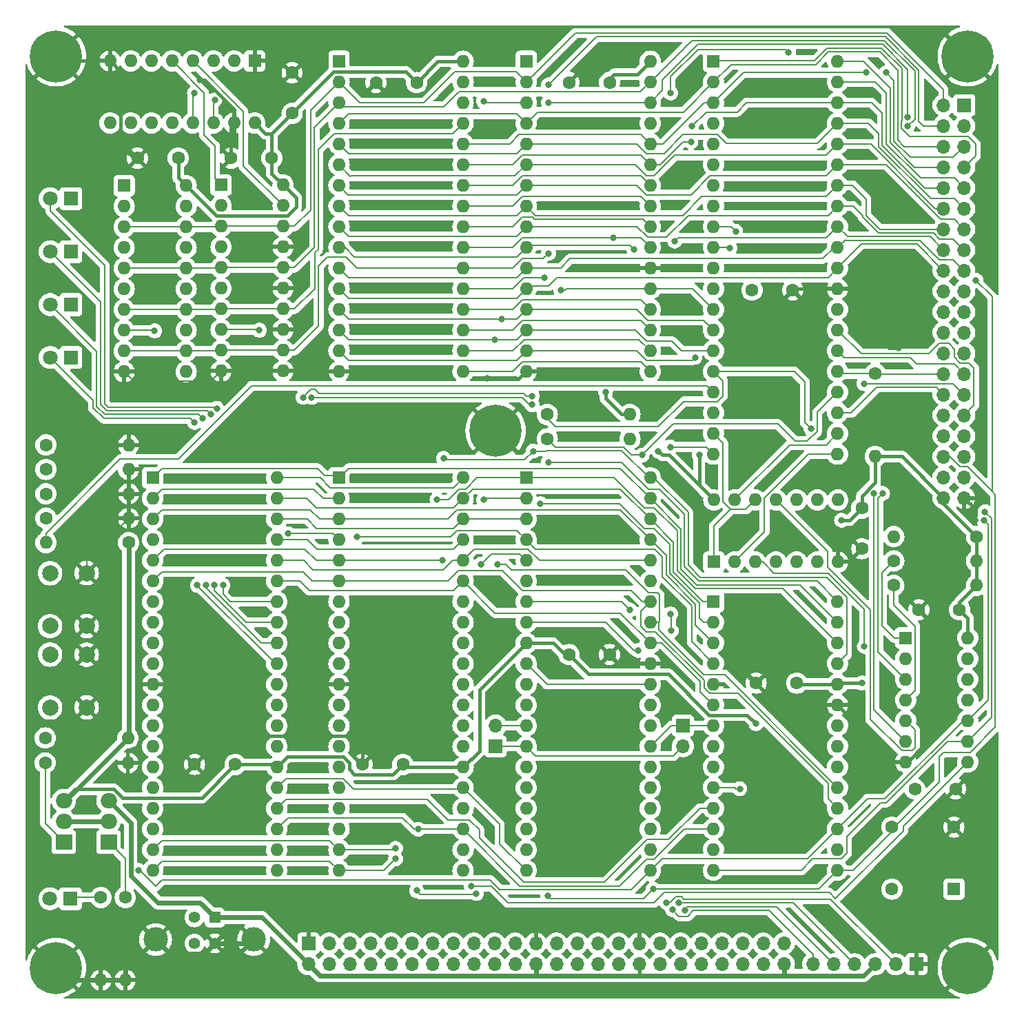
<source format=gtl>
%TF.GenerationSoftware,KiCad,Pcbnew,8.0.2*%
%TF.CreationDate,2024-05-20T18:27:38+02:00*%
%TF.ProjectId,glycon,676c7963-6f6e-42e6-9b69-6361645f7063,rev?*%
%TF.SameCoordinates,Original*%
%TF.FileFunction,Copper,L1,Top*%
%TF.FilePolarity,Positive*%
%FSLAX46Y46*%
G04 Gerber Fmt 4.6, Leading zero omitted, Abs format (unit mm)*
G04 Created by KiCad (PCBNEW 8.0.2) date 2024-05-20 18:27:38*
%MOMM*%
%LPD*%
G01*
G04 APERTURE LIST*
%TA.AperFunction,ComponentPad*%
%ADD10R,1.600000X1.600000*%
%TD*%
%TA.AperFunction,ComponentPad*%
%ADD11O,1.600000X1.600000*%
%TD*%
%TA.AperFunction,ComponentPad*%
%ADD12C,1.600000*%
%TD*%
%TA.AperFunction,ComponentPad*%
%ADD13C,6.400000*%
%TD*%
%TA.AperFunction,ComponentPad*%
%ADD14R,2.000000X1.905000*%
%TD*%
%TA.AperFunction,ComponentPad*%
%ADD15O,2.000000X1.905000*%
%TD*%
%TA.AperFunction,ComponentPad*%
%ADD16R,1.800000X1.800000*%
%TD*%
%TA.AperFunction,ComponentPad*%
%ADD17C,1.800000*%
%TD*%
%TA.AperFunction,ComponentPad*%
%ADD18C,2.000000*%
%TD*%
%TA.AperFunction,ComponentPad*%
%ADD19R,1.700000X1.700000*%
%TD*%
%TA.AperFunction,ComponentPad*%
%ADD20O,1.700000X1.700000*%
%TD*%
%TA.AperFunction,ComponentPad*%
%ADD21R,1.400000X1.400000*%
%TD*%
%TA.AperFunction,ComponentPad*%
%ADD22C,1.400000*%
%TD*%
%TA.AperFunction,ComponentPad*%
%ADD23C,3.000000*%
%TD*%
%TA.AperFunction,ViaPad*%
%ADD24C,0.800000*%
%TD*%
%TA.AperFunction,Conductor*%
%ADD25C,0.200000*%
%TD*%
%TA.AperFunction,Conductor*%
%ADD26C,0.600000*%
%TD*%
%TA.AperFunction,Conductor*%
%ADD27C,0.400000*%
%TD*%
G04 APERTURE END LIST*
D10*
%TO.P,U10,1,1OE*%
%TO.N,Net-(U10-1OE)*%
X175266785Y-39800000D03*
D11*
%TO.P,U10,2,1A0*%
%TO.N,Net-(U10-1A0)*%
X175266785Y-42340000D03*
%TO.P,U10,3,2Y0*%
%TO.N,/A16*%
X175266785Y-44880000D03*
%TO.P,U10,4,1A1*%
%TO.N,Net-(U10-1A1)*%
X175266785Y-47420000D03*
%TO.P,U10,5,2Y1*%
%TO.N,/A15*%
X175266785Y-49960000D03*
%TO.P,U10,6,1A2*%
%TO.N,Net-(U10-1A2)*%
X175266785Y-52500000D03*
%TO.P,U10,7,2Y2*%
%TO.N,/A14*%
X175266785Y-55040000D03*
%TO.P,U10,8,1A3*%
%TO.N,Net-(U10-1A3)*%
X175266785Y-57580000D03*
%TO.P,U10,9,2Y3*%
%TO.N,/A17*%
X175266785Y-60120000D03*
%TO.P,U10,10,GND*%
%TO.N,Earth*%
X175266785Y-62660000D03*
%TO.P,U10,11,2A3*%
X182886785Y-62660000D03*
%TO.P,U10,12,1Y3*%
%TO.N,/A17*%
X182886785Y-60120000D03*
%TO.P,U10,13,2A2*%
%TO.N,Earth*%
X182886785Y-57580000D03*
%TO.P,U10,14,1Y2*%
%TO.N,/A14*%
X182886785Y-55040000D03*
%TO.P,U10,15,2A1*%
%TO.N,Earth*%
X182886785Y-52500000D03*
%TO.P,U10,16,1Y1*%
%TO.N,/A15*%
X182886785Y-49960000D03*
%TO.P,U10,17,2A0*%
%TO.N,Earth*%
X182886785Y-47420000D03*
%TO.P,U10,18,1Y0*%
%TO.N,/A16*%
X182886785Y-44880000D03*
%TO.P,U10,19,2OE*%
%TO.N,Net-(U10-2OE)*%
X182886785Y-42340000D03*
%TO.P,U10,20,VCC*%
%TO.N,VDD*%
X182886785Y-39800000D03*
%TD*%
D12*
%TO.P,C6,1*%
%TO.N,VDD*%
X266000000Y-92000000D03*
%TO.P,C6,2*%
%TO.N,Earth*%
X261000000Y-92000000D03*
%TD*%
D13*
%TO.P,H3,1,1*%
%TO.N,Earth*%
X267000000Y-24000000D03*
%TD*%
D10*
%TO.P,U3,1*%
%TO.N,/~{MREQ}*%
X235810000Y-86120000D03*
D11*
%TO.P,U3,2*%
%TO.N,/~{IO_RD}*%
X238350000Y-86120000D03*
%TO.P,U3,3*%
%TO.N,Net-(U3-Pad3)*%
X240890000Y-86120000D03*
%TO.P,U3,4*%
%TO.N,N/C*%
X243430000Y-86120000D03*
%TO.P,U3,5*%
X245970000Y-86120000D03*
%TO.P,U3,6*%
X248510000Y-86120000D03*
%TO.P,U3,7,GND*%
%TO.N,Earth*%
X251050000Y-86120000D03*
%TO.P,U3,8*%
%TO.N,N/C*%
X251050000Y-78500000D03*
%TO.P,U3,9*%
X248510000Y-78500000D03*
%TO.P,U3,10*%
X245970000Y-78500000D03*
%TO.P,U3,11*%
%TO.N,Net-(U3-Pad11)*%
X243430000Y-78500000D03*
%TO.P,U3,12*%
%TO.N,/~{MREQ}*%
X240890000Y-78500000D03*
%TO.P,U3,13*%
%TO.N,/~{Z80_WR}*%
X238350000Y-78500000D03*
%TO.P,U3,14,VCC*%
%TO.N,VDD*%
X235810000Y-78500000D03*
%TD*%
D14*
%TO.P,Q1,1,G*%
%TO.N,Net-(Q1-G)*%
X161445000Y-120540000D03*
D15*
%TO.P,Q1,2,D*%
%TO.N,Net-(Q1-D)*%
X161445000Y-118000000D03*
%TO.P,Q1,3,S*%
%TO.N,+5V*%
X161445000Y-115460000D03*
%TD*%
D12*
%TO.P,C3,1*%
%TO.N,Earth*%
X194301776Y-27226419D03*
%TO.P,C3,2*%
%TO.N,VDD*%
X199301776Y-27226419D03*
%TD*%
D10*
%TO.P,X1,1,NC*%
%TO.N,unconnected-(X1-NC-Pad1)*%
X265310000Y-126310000D03*
D12*
%TO.P,X1,4,GND*%
%TO.N,Earth*%
X265310000Y-118690000D03*
%TO.P,X1,5,OUT*%
%TO.N,/CLK*%
X257690000Y-118690000D03*
%TO.P,X1,8,Vcc*%
%TO.N,VDD*%
X257690000Y-126310000D03*
%TD*%
D13*
%TO.P,H5,1,1*%
%TO.N,Earth*%
X155000000Y-136000000D03*
%TD*%
D14*
%TO.P,Q2,1,G*%
%TO.N,Net-(Q2-G)*%
X155945000Y-120540000D03*
D15*
%TO.P,Q2,2,D*%
%TO.N,Net-(Q1-D)*%
X155945000Y-118000000D03*
%TO.P,Q2,3,S*%
%TO.N,VDD*%
X155945000Y-115460000D03*
%TD*%
D10*
%TO.P,U1,1,NC*%
%TO.N,unconnected-(U1-NC-Pad1)*%
X212760000Y-24610000D03*
D11*
%TO.P,U1,2,A16*%
%TO.N,/A16*%
X212760000Y-27150000D03*
%TO.P,U1,3,A14*%
%TO.N,/A14*%
X212760000Y-29690000D03*
%TO.P,U1,4,A12*%
%TO.N,/A12*%
X212760000Y-32230000D03*
%TO.P,U1,5,A7*%
%TO.N,/A7*%
X212760000Y-34770000D03*
%TO.P,U1,6,A6*%
%TO.N,/A6*%
X212760000Y-37310000D03*
%TO.P,U1,7,A5*%
%TO.N,/A5*%
X212760000Y-39850000D03*
%TO.P,U1,8,A4*%
%TO.N,/A4*%
X212760000Y-42390000D03*
%TO.P,U1,9,A3*%
%TO.N,/A3*%
X212760000Y-44930000D03*
%TO.P,U1,10,A2*%
%TO.N,/A2*%
X212760000Y-47470000D03*
%TO.P,U1,11,A1*%
%TO.N,/A1*%
X212760000Y-50010000D03*
%TO.P,U1,12,A0*%
%TO.N,/A0*%
X212760000Y-52550000D03*
%TO.P,U1,13,Q0*%
%TO.N,/D0*%
X212760000Y-55090000D03*
%TO.P,U1,14,Q1*%
%TO.N,/D1*%
X212760000Y-57630000D03*
%TO.P,U1,15,Q2*%
%TO.N,/D2*%
X212760000Y-60170000D03*
%TO.P,U1,16,GND*%
%TO.N,Earth*%
X212760000Y-62710000D03*
%TO.P,U1,17,Q3*%
%TO.N,/D3*%
X228000000Y-62710000D03*
%TO.P,U1,18,Q4*%
%TO.N,/D4*%
X228000000Y-60170000D03*
%TO.P,U1,19,Q5*%
%TO.N,/D5*%
X228000000Y-57630000D03*
%TO.P,U1,20,Q6*%
%TO.N,/D6*%
X228000000Y-55090000D03*
%TO.P,U1,21,Q7*%
%TO.N,/D7*%
X228000000Y-52550000D03*
%TO.P,U1,22,~{CS1}*%
%TO.N,Earth*%
X228000000Y-50010000D03*
%TO.P,U1,23,A10*%
%TO.N,/A10*%
X228000000Y-47470000D03*
%TO.P,U1,24,~{OE}*%
%TO.N,/~{MEM_RD}*%
X228000000Y-44930000D03*
%TO.P,U1,25,A11*%
%TO.N,/A11*%
X228000000Y-42390000D03*
%TO.P,U1,26,A9*%
%TO.N,/A9*%
X228000000Y-39850000D03*
%TO.P,U1,27,A8*%
%TO.N,/A8*%
X228000000Y-37310000D03*
%TO.P,U1,28,A13*%
%TO.N,/A13*%
X228000000Y-34770000D03*
%TO.P,U1,29,~{WE}*%
%TO.N,/~{RAM_WE}*%
X228000000Y-32230000D03*
%TO.P,U1,30,CS2*%
%TO.N,/A17*%
X228000000Y-29690000D03*
%TO.P,U1,31,A15*%
%TO.N,/A15*%
X228000000Y-27150000D03*
%TO.P,U1,32,VCC*%
%TO.N,VDD*%
X228000000Y-24610000D03*
%TD*%
D10*
%TO.P,U6,1,E*%
%TO.N,Earth*%
X179400000Y-24560000D03*
D11*
%TO.P,U6,2,A0*%
%TO.N,/PGA0*%
X176860000Y-24560000D03*
%TO.P,U6,3,A1*%
%TO.N,/PGA1*%
X174320000Y-24560000D03*
%TO.P,U6,4,O0*%
%TO.N,Net-(U10-2OE)*%
X171780000Y-24560000D03*
%TO.P,U6,5,O1*%
%TO.N,Net-(U10-1OE)*%
X169240000Y-24560000D03*
%TO.P,U6,6,O2*%
%TO.N,Net-(U6A-O2)*%
X166700000Y-24560000D03*
%TO.P,U6,7,O3*%
%TO.N,Net-(U6A-O3)*%
X164160000Y-24560000D03*
%TO.P,U6,8,GND*%
%TO.N,Earth*%
X161620000Y-24560000D03*
%TO.P,U6,9,O3*%
%TO.N,/SIO_~{CE}*%
X161620000Y-32180000D03*
%TO.P,U6,10,O2*%
%TO.N,/PIO1_~{CE}*%
X164160000Y-32180000D03*
%TO.P,U6,11,O1*%
%TO.N,/CTC_~{CE}*%
X166700000Y-32180000D03*
%TO.P,U6,12,O0*%
%TO.N,/PIO0_~{CE}*%
X169240000Y-32180000D03*
%TO.P,U6,13,A1*%
%TO.N,/A3*%
X171780000Y-32180000D03*
%TO.P,U6,14,A0*%
%TO.N,/A2*%
X174320000Y-32180000D03*
%TO.P,U6,15,E*%
%TO.N,Earth*%
X176860000Y-32180000D03*
%TO.P,U6,16,VCC*%
%TO.N,VDD*%
X179400000Y-32180000D03*
%TD*%
D10*
%TO.P,U2,1,NC*%
%TO.N,unconnected-(U2-NC-Pad1)*%
X189760000Y-24610000D03*
D11*
%TO.P,U2,2,A16*%
%TO.N,/A16*%
X189760000Y-27150000D03*
%TO.P,U2,3,A15*%
%TO.N,/A15*%
X189760000Y-29690000D03*
%TO.P,U2,4,A12*%
%TO.N,/A12*%
X189760000Y-32230000D03*
%TO.P,U2,5,A7*%
%TO.N,/A7*%
X189760000Y-34770000D03*
%TO.P,U2,6,A6*%
%TO.N,/A6*%
X189760000Y-37310000D03*
%TO.P,U2,7,A5*%
%TO.N,/A5*%
X189760000Y-39850000D03*
%TO.P,U2,8,A4*%
%TO.N,/A4*%
X189760000Y-42390000D03*
%TO.P,U2,9,A3*%
%TO.N,/A3*%
X189760000Y-44930000D03*
%TO.P,U2,10,A2*%
%TO.N,/A2*%
X189760000Y-47470000D03*
%TO.P,U2,11,A1*%
%TO.N,/A1*%
X189760000Y-50010000D03*
%TO.P,U2,12,A0*%
%TO.N,/A0*%
X189760000Y-52550000D03*
%TO.P,U2,13,D0*%
%TO.N,/D0*%
X189760000Y-55090000D03*
%TO.P,U2,14,D1*%
%TO.N,/D1*%
X189760000Y-57630000D03*
%TO.P,U2,15,D2*%
%TO.N,/D2*%
X189760000Y-60170000D03*
%TO.P,U2,16,GND*%
%TO.N,Earth*%
X189760000Y-62710000D03*
%TO.P,U2,17,D3*%
%TO.N,/D3*%
X205000000Y-62710000D03*
%TO.P,U2,18,D4*%
%TO.N,/D4*%
X205000000Y-60170000D03*
%TO.P,U2,19,D5*%
%TO.N,/D5*%
X205000000Y-57630000D03*
%TO.P,U2,20,D6*%
%TO.N,/D6*%
X205000000Y-55090000D03*
%TO.P,U2,21,D7*%
%TO.N,/D7*%
X205000000Y-52550000D03*
%TO.P,U2,22,~{CE}*%
%TO.N,/A17*%
X205000000Y-50010000D03*
%TO.P,U2,23,A10*%
%TO.N,/A10*%
X205000000Y-47470000D03*
%TO.P,U2,24,~{OE}*%
%TO.N,/~{MEM_RD}*%
X205000000Y-44930000D03*
%TO.P,U2,25,A11*%
%TO.N,/A11*%
X205000000Y-42390000D03*
%TO.P,U2,26,A9*%
%TO.N,/A9*%
X205000000Y-39850000D03*
%TO.P,U2,27,A8*%
%TO.N,/A8*%
X205000000Y-37310000D03*
%TO.P,U2,28,A13*%
%TO.N,/A13*%
X205000000Y-34770000D03*
%TO.P,U2,29,A14*%
%TO.N,/A14*%
X205000000Y-32230000D03*
%TO.P,U2,30,NC*%
%TO.N,unconnected-(U2-NC-Pad30)*%
X205000000Y-29690000D03*
%TO.P,U2,31,~{WE}*%
%TO.N,/~{ROM_WE}*%
X205000000Y-27150000D03*
%TO.P,U2,32,VCC*%
%TO.N,VDD*%
X205000000Y-24610000D03*
%TD*%
D12*
%TO.P,C8,1*%
%TO.N,VDD*%
X246000000Y-101000000D03*
%TO.P,C8,2*%
%TO.N,Earth*%
X241000000Y-101000000D03*
%TD*%
%TO.P,C7,1*%
%TO.N,VDD*%
X218000000Y-97500000D03*
%TO.P,C7,2*%
%TO.N,Earth*%
X223000000Y-97500000D03*
%TD*%
%TO.P,C2,1*%
%TO.N,VDD*%
X223000000Y-27210000D03*
%TO.P,C2,2*%
%TO.N,Earth*%
X218000000Y-27210000D03*
%TD*%
D10*
%TO.P,U8,1,D2*%
%TO.N,/D2*%
X189760000Y-75775000D03*
D11*
%TO.P,U8,2,D7*%
%TO.N,/D7*%
X189760000Y-78315000D03*
%TO.P,U8,3,D6*%
%TO.N,/D6*%
X189760000Y-80855000D03*
%TO.P,U8,4,~{CE}*%
%TO.N,/PIO1_~{CE}*%
X189760000Y-83395000D03*
%TO.P,U8,5,C/~{D}*%
%TO.N,/A1*%
X189760000Y-85935000D03*
%TO.P,U8,6,B/~{A}*%
%TO.N,/A0*%
X189760000Y-88475000D03*
%TO.P,U8,7,PA7*%
%TO.N,/PA7*%
X189760000Y-91015000D03*
%TO.P,U8,8,PA6*%
%TO.N,/PA6*%
X189760000Y-93555000D03*
%TO.P,U8,9,PA5*%
%TO.N,/PA5*%
X189760000Y-96095000D03*
%TO.P,U8,10,PA4*%
%TO.N,/PA4*%
X189760000Y-98635000D03*
%TO.P,U8,11,GND*%
%TO.N,Earth*%
X189760000Y-101175000D03*
%TO.P,U8,12,PA3*%
%TO.N,/PA3*%
X189760000Y-103715000D03*
%TO.P,U8,13,PA2*%
%TO.N,/PA2*%
X189760000Y-106255000D03*
%TO.P,U8,14,PA1*%
%TO.N,/PA1*%
X189760000Y-108795000D03*
%TO.P,U8,15,PA0*%
%TO.N,/PA0*%
X189760000Y-111335000D03*
%TO.P,U8,16,~{ASTB}*%
%TO.N,/~{ASTB}*%
X189760000Y-113875000D03*
%TO.P,U8,17,~{BSTB}*%
%TO.N,/~{BSTB}*%
X189760000Y-116415000D03*
%TO.P,U8,18,ARDY*%
%TO.N,/ARDY*%
X189760000Y-118955000D03*
%TO.P,U8,19,D0*%
%TO.N,/D0*%
X189760000Y-121495000D03*
%TO.P,U8,20,D1*%
%TO.N,/D1*%
X189760000Y-124035000D03*
%TO.P,U8,21,BRDY*%
%TO.N,/BRDY*%
X205000000Y-124035000D03*
%TO.P,U8,22,IEO*%
%TO.N,/IEI2*%
X205000000Y-121495000D03*
%TO.P,U8,23,~{INT}*%
%TO.N,/~{INT}*%
X205000000Y-118955000D03*
%TO.P,U8,24,IEI*%
%TO.N,VDD*%
X205000000Y-116415000D03*
%TO.P,U8,25,CLK*%
%TO.N,/CLK*%
X205000000Y-113875000D03*
%TO.P,U8,26,VCC*%
%TO.N,VDD*%
X205000000Y-111335000D03*
%TO.P,U8,27,PB0*%
%TO.N,/PB0*%
X205000000Y-108795000D03*
%TO.P,U8,28,PB1*%
%TO.N,/PB1*%
X205000000Y-106255000D03*
%TO.P,U8,29,PB2*%
%TO.N,/PB2*%
X205000000Y-103715000D03*
%TO.P,U8,30,PB3*%
%TO.N,/PB3*%
X205000000Y-101175000D03*
%TO.P,U8,31,PB4*%
%TO.N,/PB4*%
X205000000Y-98635000D03*
%TO.P,U8,32,PB5*%
%TO.N,/PB5*%
X205000000Y-96095000D03*
%TO.P,U8,33,PB6*%
%TO.N,/PB6*%
X205000000Y-93555000D03*
%TO.P,U8,34,PB7*%
%TO.N,/PB7*%
X205000000Y-91015000D03*
%TO.P,U8,35,~{RD}*%
%TO.N,/~{IO_RD}*%
X205000000Y-88475000D03*
%TO.P,U8,36,~{IORQ}*%
%TO.N,/~{IORQ}*%
X205000000Y-85935000D03*
%TO.P,U8,37,~{M1}*%
%TO.N,/~{PIO_M1}*%
X205000000Y-83395000D03*
%TO.P,U8,38,D5*%
%TO.N,/D5*%
X205000000Y-80855000D03*
%TO.P,U8,39,D4*%
%TO.N,/D4*%
X205000000Y-78315000D03*
%TO.P,U8,40,D3*%
%TO.N,/D3*%
X205000000Y-75775000D03*
%TD*%
D10*
%TO.P,U12,1,D4*%
%TO.N,/D4*%
X235760000Y-90975000D03*
D11*
%TO.P,U12,2,D5*%
%TO.N,/D5*%
X235760000Y-93515000D03*
%TO.P,U12,3,D6*%
%TO.N,/D6*%
X235760000Y-96055000D03*
%TO.P,U12,4,D7*%
%TO.N,/D7*%
X235760000Y-98595000D03*
%TO.P,U12,5,GND*%
%TO.N,Earth*%
X235760000Y-101135000D03*
%TO.P,U12,6,~{RD}*%
%TO.N,/~{IO_RD}*%
X235760000Y-103675000D03*
%TO.P,U12,7,ZC/TO0*%
%TO.N,/SERCLK*%
X235760000Y-106215000D03*
%TO.P,U12,8,ZC/TO1*%
%TO.N,/TO1*%
X235760000Y-108755000D03*
%TO.P,U12,9,ZC/TO2*%
%TO.N,/TO2*%
X235760000Y-111295000D03*
%TO.P,U12,10,~{IORQ}*%
%TO.N,/~{IORQ}*%
X235760000Y-113835000D03*
%TO.P,U12,11,IEO*%
%TO.N,/IEI0*%
X235760000Y-116375000D03*
%TO.P,U12,12,~{INT}*%
%TO.N,/~{INT}*%
X235760000Y-118915000D03*
%TO.P,U12,13,IEI*%
%TO.N,/IEI1*%
X235760000Y-121455000D03*
%TO.P,U12,14,~{M1}*%
%TO.N,/~{M1}*%
X235760000Y-123995000D03*
%TO.P,U12,15,CLK*%
%TO.N,/CLK*%
X251000000Y-123995000D03*
%TO.P,U12,16,~{CE}*%
%TO.N,/CTC_~{CE}*%
X251000000Y-121455000D03*
%TO.P,U12,17,~{RESET}*%
%TO.N,/~{RESET}*%
X251000000Y-118915000D03*
%TO.P,U12,18,CS0*%
%TO.N,/A0*%
X251000000Y-116375000D03*
%TO.P,U12,19,CS1*%
%TO.N,/A1*%
X251000000Y-113835000D03*
%TO.P,U12,20,CLK/TRG3*%
%TO.N,/CT3*%
X251000000Y-111295000D03*
%TO.P,U12,21,CLK/TRG2*%
%TO.N,/CT2*%
X251000000Y-108755000D03*
%TO.P,U12,22,CLK/TRG1*%
%TO.N,/CT1*%
X251000000Y-106215000D03*
%TO.P,U12,23,CLK/TRG0*%
%TO.N,Earth*%
X251000000Y-103675000D03*
%TO.P,U12,24,+5V*%
%TO.N,VDD*%
X251000000Y-101135000D03*
%TO.P,U12,25,D0*%
%TO.N,/D0*%
X251000000Y-98595000D03*
%TO.P,U12,26,D1*%
%TO.N,/D1*%
X251000000Y-96055000D03*
%TO.P,U12,27,D2*%
%TO.N,/D2*%
X251000000Y-93515000D03*
%TO.P,U12,28,D3*%
%TO.N,/D3*%
X251000000Y-90975000D03*
%TD*%
D12*
%TO.P,R2,1*%
%TO.N,/~{BUSRQ}*%
X255640000Y-63000000D03*
D11*
%TO.P,R2,2*%
%TO.N,VDD*%
X255640000Y-73160000D03*
%TD*%
D16*
%TO.P,D3,1,K*%
%TO.N,Net-(D3-K)*%
X156805000Y-48000000D03*
D17*
%TO.P,D3,2,A*%
%TO.N,/PC1*%
X154265000Y-48000000D03*
%TD*%
D12*
%TO.P,R1,1*%
%TO.N,/~{RESET}*%
X153670000Y-107750000D03*
D11*
%TO.P,R1,2*%
%TO.N,VDD*%
X163830000Y-107750000D03*
%TD*%
D12*
%TO.P,C9,1*%
%TO.N,Earth*%
X172000000Y-111000000D03*
%TO.P,C9,2*%
%TO.N,VDD*%
X177000000Y-111000000D03*
%TD*%
%TO.P,R17,1*%
%TO.N,Net-(Q2-G)*%
X153652475Y-110809967D03*
D11*
%TO.P,R17,2*%
%TO.N,Earth*%
X163812475Y-110809967D03*
%TD*%
D16*
%TO.P,D5,1,K*%
%TO.N,Net-(D5-K)*%
X156805000Y-61000000D03*
D17*
%TO.P,D5,2,A*%
%TO.N,/PC3*%
X154265000Y-61000000D03*
%TD*%
D18*
%TO.P,SW1,1,1*%
%TO.N,Earth*%
X158750000Y-97500000D03*
X158750000Y-104000000D03*
%TO.P,SW1,2,2*%
%TO.N,/~{RESET}*%
X154250000Y-97500000D03*
X154250000Y-104000000D03*
%TD*%
D12*
%TO.P,C13,1*%
%TO.N,VDD*%
X181500000Y-36500000D03*
%TO.P,C13,2*%
%TO.N,Earth*%
X176500000Y-36500000D03*
%TD*%
D18*
%TO.P,SW2,1,1*%
%TO.N,Earth*%
X158750000Y-87500000D03*
X158750000Y-94000000D03*
%TO.P,SW2,2,2*%
%TO.N,/~{NMI}*%
X154250000Y-87500000D03*
X154250000Y-94000000D03*
%TD*%
D12*
%TO.P,R5,1*%
%TO.N,/~{WAIT}*%
X215340000Y-71000000D03*
D11*
%TO.P,R5,2*%
%TO.N,VDD*%
X225500000Y-71000000D03*
%TD*%
D12*
%TO.P,C10,1*%
%TO.N,VDD*%
X184000000Y-31000000D03*
%TO.P,C10,2*%
%TO.N,Earth*%
X184000000Y-26000000D03*
%TD*%
D16*
%TO.P,D2,1,K*%
%TO.N,Net-(D2-K)*%
X156805000Y-41500000D03*
D17*
%TO.P,D2,2,A*%
%TO.N,/PC0*%
X154265000Y-41500000D03*
%TD*%
D13*
%TO.P,H2,1,1*%
%TO.N,Earth*%
X209000000Y-70000000D03*
%TD*%
D12*
%TO.P,R4,1*%
%TO.N,/RAM{slash}ROM OE*%
X257920000Y-86000000D03*
D11*
%TO.P,R4,2*%
%TO.N,VDD*%
X268080000Y-86000000D03*
%TD*%
D12*
%TO.P,R21,1*%
%TO.N,Net-(D2-K)*%
X153750000Y-71750000D03*
D11*
%TO.P,R21,2*%
%TO.N,Earth*%
X163910000Y-71750000D03*
%TD*%
D19*
%TO.P,JP1,1,A*%
%TO.N,/SERCLK*%
X232000000Y-106225000D03*
D20*
%TO.P,JP1,2,B*%
%TO.N,Net-(JP1-B)*%
X232000000Y-108765000D03*
%TD*%
D12*
%TO.P,R18,1*%
%TO.N,Net-(Q1-G)*%
X163500000Y-127340000D03*
D11*
%TO.P,R18,2*%
%TO.N,Earth*%
X163500000Y-137500000D03*
%TD*%
D12*
%TO.P,R13,1*%
%TO.N,Net-(D5-K)*%
X153750000Y-80750000D03*
D11*
%TO.P,R13,2*%
%TO.N,Earth*%
X163910000Y-80750000D03*
%TD*%
D12*
%TO.P,R20,1*%
%TO.N,Net-(D3-K)*%
X153750000Y-74750000D03*
D11*
%TO.P,R20,2*%
%TO.N,Earth*%
X163910000Y-74750000D03*
%TD*%
D12*
%TO.P,C11,1*%
%TO.N,VDD*%
X197600000Y-111000000D03*
%TO.P,C11,2*%
%TO.N,Earth*%
X192600000Y-111000000D03*
%TD*%
D16*
%TO.P,D4,1,K*%
%TO.N,Net-(D4-K)*%
X156805000Y-54500000D03*
D17*
%TO.P,D4,2,A*%
%TO.N,/PC2*%
X154265000Y-54500000D03*
%TD*%
D10*
%TO.P,U9,1,1OE*%
%TO.N,Net-(U6A-O2)*%
X163351785Y-39886827D03*
D11*
%TO.P,U9,2,1A0*%
%TO.N,Net-(U11-PA2)*%
X163351785Y-42426827D03*
%TO.P,U9,3,2Y0*%
%TO.N,/A16*%
X163351785Y-44966827D03*
%TO.P,U9,4,1A1*%
%TO.N,Net-(U11-PA1)*%
X163351785Y-47506827D03*
%TO.P,U9,5,2Y1*%
%TO.N,/A15*%
X163351785Y-50046827D03*
%TO.P,U9,6,1A2*%
%TO.N,Net-(U11-PA0)*%
X163351785Y-52586827D03*
%TO.P,U9,7,2Y2*%
%TO.N,/A14*%
X163351785Y-55126827D03*
%TO.P,U9,8,1A3*%
%TO.N,Net-(U11-PA3)*%
X163351785Y-57666827D03*
%TO.P,U9,9,2Y3*%
%TO.N,/A17*%
X163351785Y-60206827D03*
%TO.P,U9,10,GND*%
%TO.N,Earth*%
X163351785Y-62746827D03*
%TO.P,U9,11,2A3*%
%TO.N,Net-(U11-PA7)*%
X170971785Y-62746827D03*
%TO.P,U9,12,1Y3*%
%TO.N,/A17*%
X170971785Y-60206827D03*
%TO.P,U9,13,2A2*%
%TO.N,Net-(U11-PA4)*%
X170971785Y-57666827D03*
%TO.P,U9,14,1Y2*%
%TO.N,/A14*%
X170971785Y-55126827D03*
%TO.P,U9,15,2A1*%
%TO.N,Net-(U11-PA5)*%
X170971785Y-52586827D03*
%TO.P,U9,16,1Y1*%
%TO.N,/A15*%
X170971785Y-50046827D03*
%TO.P,U9,17,2A0*%
%TO.N,Net-(U11-PA6)*%
X170971785Y-47506827D03*
%TO.P,U9,18,1Y0*%
%TO.N,/A16*%
X170971785Y-44966827D03*
%TO.P,U9,19,2OE*%
%TO.N,Net-(U6A-O3)*%
X170971785Y-42426827D03*
%TO.P,U9,20,VCC*%
%TO.N,VDD*%
X170971785Y-39886827D03*
%TD*%
D19*
%TO.P,J1,1,Pin_1*%
%TO.N,/A17*%
X266580000Y-30000000D03*
D20*
%TO.P,J1,2,Pin_2*%
%TO.N,/A16*%
X264040000Y-30000000D03*
%TO.P,J1,3,Pin_3*%
%TO.N,/A15*%
X266580000Y-32540000D03*
%TO.P,J1,4,Pin_4*%
%TO.N,/A14*%
X264040000Y-32540000D03*
%TO.P,J1,5,Pin_5*%
%TO.N,/A13*%
X266580000Y-35080000D03*
%TO.P,J1,6,Pin_6*%
%TO.N,/A12*%
X264040000Y-35080000D03*
%TO.P,J1,7,Pin_7*%
%TO.N,/A11*%
X266580000Y-37620000D03*
%TO.P,J1,8,Pin_8*%
%TO.N,/A10*%
X264040000Y-37620000D03*
%TO.P,J1,9,Pin_9*%
%TO.N,/A9*%
X266580000Y-40160000D03*
%TO.P,J1,10,Pin_10*%
%TO.N,/A8*%
X264040000Y-40160000D03*
%TO.P,J1,11,Pin_11*%
%TO.N,/A7*%
X266580000Y-42700000D03*
%TO.P,J1,12,Pin_12*%
%TO.N,/A6*%
X264040000Y-42700000D03*
%TO.P,J1,13,Pin_13*%
%TO.N,/A5*%
X266580000Y-45240000D03*
%TO.P,J1,14,Pin_14*%
%TO.N,/A4*%
X264040000Y-45240000D03*
%TO.P,J1,15,Pin_15*%
%TO.N,/A3*%
X266580000Y-47780000D03*
%TO.P,J1,16,Pin_16*%
%TO.N,/A2*%
X264040000Y-47780000D03*
%TO.P,J1,17,Pin_17*%
%TO.N,/A1*%
X266580000Y-50320000D03*
%TO.P,J1,18,Pin_18*%
%TO.N,/A0*%
X264040000Y-50320000D03*
%TO.P,J1,19,Pin_19*%
%TO.N,/D4*%
X266580000Y-52860000D03*
%TO.P,J1,20,Pin_20*%
%TO.N,/D3*%
X264040000Y-52860000D03*
%TO.P,J1,21,Pin_21*%
%TO.N,/D5*%
X266580000Y-55400000D03*
%TO.P,J1,22,Pin_22*%
%TO.N,/D6*%
X264040000Y-55400000D03*
%TO.P,J1,23,Pin_23*%
%TO.N,/D2*%
X266580000Y-57940000D03*
%TO.P,J1,24,Pin_24*%
%TO.N,/D7*%
X264040000Y-57940000D03*
%TO.P,J1,25,Pin_25*%
%TO.N,/D0*%
X266580000Y-60480000D03*
%TO.P,J1,26,Pin_26*%
%TO.N,/D1*%
X264040000Y-60480000D03*
%TO.P,J1,27,Pin_27*%
%TO.N,/~{RESET}*%
X266580000Y-63020000D03*
%TO.P,J1,28,Pin_28*%
%TO.N,/~{BUSRQ}*%
X264040000Y-63020000D03*
%TO.P,J1,29,Pin_29*%
%TO.N,/~{INT}*%
X266580000Y-65560000D03*
%TO.P,J1,30,Pin_30*%
%TO.N,/~{BUSACK}*%
X264040000Y-65560000D03*
%TO.P,J1,31,Pin_31*%
%TO.N,/~{M1}*%
X266580000Y-68100000D03*
%TO.P,J1,32,Pin_32*%
%TO.N,unconnected-(J1-Pin_32-Pad32)*%
X264040000Y-68100000D03*
%TO.P,J1,33,Pin_33*%
%TO.N,unconnected-(J1-Pin_33-Pad33)*%
X266580000Y-70640000D03*
%TO.P,J1,34,Pin_34*%
%TO.N,unconnected-(J1-Pin_34-Pad34)*%
X264040000Y-70640000D03*
%TO.P,J1,35,Pin_35*%
%TO.N,/RAM WE*%
X266580000Y-73180000D03*
%TO.P,J1,36,Pin_36*%
%TO.N,/CLK*%
X264040000Y-73180000D03*
%TO.P,J1,37,Pin_37*%
%TO.N,/RAM{slash}ROM OE*%
X266580000Y-75720000D03*
%TO.P,J1,38,Pin_38*%
%TO.N,/~{ROM_WE}*%
X264040000Y-75720000D03*
%TO.P,J1,39,Pin_39*%
%TO.N,Earth*%
X266580000Y-78260000D03*
%TO.P,J1,40,Pin_40*%
%TO.N,VDD*%
X264040000Y-78260000D03*
%TD*%
D12*
%TO.P,R12,1*%
%TO.N,Net-(D1-K)*%
X160500000Y-127340000D03*
D11*
%TO.P,R12,2*%
%TO.N,Earth*%
X160500000Y-137500000D03*
%TD*%
D12*
%TO.P,C12,1*%
%TO.N,VDD*%
X170000000Y-36500000D03*
%TO.P,C12,2*%
%TO.N,Earth*%
X165000000Y-36500000D03*
%TD*%
%TO.P,R19,1*%
%TO.N,Net-(D4-K)*%
X153750000Y-77750000D03*
D11*
%TO.P,R19,2*%
%TO.N,Earth*%
X163910000Y-77750000D03*
%TD*%
D12*
%TO.P,C14,1*%
%TO.N,VDD*%
X260500000Y-114000000D03*
%TO.P,C14,2*%
%TO.N,Earth*%
X265500000Y-114000000D03*
%TD*%
D19*
%TO.P,JP2,1,A*%
%TO.N,Net-(JP1-B)*%
X209000000Y-108775000D03*
D20*
%TO.P,JP2,2,B*%
%TO.N,Net-(JP2-B)*%
X209000000Y-106235000D03*
%TD*%
D10*
%TO.P,U5,1*%
%TO.N,/RAM{slash}ROM OE*%
X259380000Y-95460000D03*
D11*
%TO.P,U5,2*%
%TO.N,Net-(U3-Pad3)*%
X259380000Y-98000000D03*
%TO.P,U5,3*%
%TO.N,/~{MEM_RD}*%
X259380000Y-100540000D03*
%TO.P,U5,4*%
%TO.N,/RAM WE*%
X259380000Y-103080000D03*
%TO.P,U5,5*%
%TO.N,Net-(U3-Pad11)*%
X259380000Y-105620000D03*
%TO.P,U5,6*%
%TO.N,/~{RAM_WE}*%
X259380000Y-108160000D03*
%TO.P,U5,7,GND*%
%TO.N,Earth*%
X259380000Y-110700000D03*
%TO.P,U5,8*%
%TO.N,/~{PIO_M1}*%
X267000000Y-110700000D03*
%TO.P,U5,9*%
%TO.N,/~{M1}*%
X267000000Y-108160000D03*
%TO.P,U5,10*%
%TO.N,/~{RESET}*%
X267000000Y-105620000D03*
%TO.P,U5,11*%
%TO.N,N/C*%
X267000000Y-103080000D03*
%TO.P,U5,12*%
X267000000Y-100540000D03*
%TO.P,U5,13*%
X267000000Y-98000000D03*
%TO.P,U5,14,VCC*%
%TO.N,VDD*%
X267000000Y-95460000D03*
%TD*%
D21*
%TO.P,J4,1,VBUS*%
%TO.N,+5V*%
X174500000Y-129800000D03*
D22*
%TO.P,J4,2,D-*%
%TO.N,unconnected-(J4-D--Pad2)*%
X172000000Y-129800000D03*
%TO.P,J4,3,D+*%
%TO.N,unconnected-(J4-D+-Pad3)*%
X172000000Y-133000000D03*
%TO.P,J4,4,GND*%
%TO.N,Earth*%
X174500000Y-133000000D03*
D23*
%TO.P,J4,5,Shield*%
X167230000Y-132510000D03*
X179270000Y-132510000D03*
%TD*%
D13*
%TO.P,H4,1,1*%
%TO.N,Earth*%
X267000000Y-136000000D03*
%TD*%
D12*
%TO.P,R3,1*%
%TO.N,VDD*%
X268080000Y-83000000D03*
D11*
%TO.P,R3,2*%
%TO.N,/~{ROM_WE}*%
X257920000Y-83000000D03*
%TD*%
D12*
%TO.P,R8,1*%
%TO.N,/RAM WE*%
X257920000Y-89000000D03*
D11*
%TO.P,R8,2*%
%TO.N,VDD*%
X268080000Y-89000000D03*
%TD*%
D12*
%TO.P,R7,1*%
%TO.N,/~{INT}*%
X215340000Y-68000000D03*
D11*
%TO.P,R7,2*%
%TO.N,VDD*%
X225500000Y-68000000D03*
%TD*%
D19*
%TO.P,J2,1,Pin_1*%
%TO.N,Earth*%
X260700000Y-135540000D03*
D20*
%TO.P,J2,2,Pin_2*%
%TO.N,/~{CTSB}*%
X258160000Y-135540000D03*
%TO.P,J2,3,Pin_3*%
%TO.N,+5V*%
X255620000Y-135540000D03*
%TO.P,J2,4,Pin_4*%
%TO.N,/TxDB*%
X253080000Y-135540000D03*
%TO.P,J2,5,Pin_5*%
%TO.N,/RxDB*%
X250540000Y-135540000D03*
%TO.P,J2,6,Pin_6*%
%TO.N,/~{RTSB}*%
X248000000Y-135540000D03*
%TD*%
D12*
%TO.P,C5,1*%
%TO.N,VDD*%
X254000000Y-79500000D03*
%TO.P,C5,2*%
%TO.N,Earth*%
X254000000Y-84500000D03*
%TD*%
%TO.P,C1,1*%
%TO.N,VDD*%
X240500000Y-52710000D03*
%TO.P,C1,2*%
%TO.N,Earth*%
X245500000Y-52710000D03*
%TD*%
D16*
%TO.P,D1,1,K*%
%TO.N,Net-(D1-K)*%
X156775000Y-127500000D03*
D17*
%TO.P,D1,2,A*%
%TO.N,VDD*%
X154235000Y-127500000D03*
%TD*%
D13*
%TO.P,H1,1,1*%
%TO.N,Earth*%
X155000000Y-24000000D03*
%TD*%
D10*
%TO.P,U7,1,D1*%
%TO.N,/D1*%
X212760000Y-75775000D03*
D11*
%TO.P,U7,2,D3*%
%TO.N,/D3*%
X212760000Y-78315000D03*
%TO.P,U7,3,D5*%
%TO.N,/D5*%
X212760000Y-80855000D03*
%TO.P,U7,4,D7*%
%TO.N,/D7*%
X212760000Y-83395000D03*
%TO.P,U7,5,~{INT}*%
%TO.N,/~{INT}*%
X212760000Y-85935000D03*
%TO.P,U7,6,IEI*%
%TO.N,/IEI2*%
X212760000Y-88475000D03*
%TO.P,U7,7,IEO*%
%TO.N,/IEI1*%
X212760000Y-91015000D03*
%TO.P,U7,8,~{M1}*%
%TO.N,/~{M1}*%
X212760000Y-93555000D03*
%TO.P,U7,9,+5V*%
%TO.N,VDD*%
X212760000Y-96095000D03*
%TO.P,U7,10,~{W}/~{RDYA}*%
%TO.N,/~{WAIT}*%
X212760000Y-98635000D03*
%TO.P,U7,11,~{SYNCA}*%
%TO.N,/SYNCA*%
X212760000Y-101175000D03*
%TO.P,U7,12,RXDA*%
%TO.N,/RXDA*%
X212760000Y-103715000D03*
%TO.P,U7,13,~{RXCA}*%
%TO.N,Net-(JP2-B)*%
X212760000Y-106255000D03*
%TO.P,U7,14,~{TXCA}*%
%TO.N,Net-(JP1-B)*%
X212760000Y-108795000D03*
%TO.P,U7,15,TXDA*%
%TO.N,/TXDA*%
X212760000Y-111335000D03*
%TO.P,U7,16,~{DTRA}*%
%TO.N,/~{DTRA}*%
X212760000Y-113875000D03*
%TO.P,U7,17,~{RTSA}*%
%TO.N,/~{RTSA}*%
X212760000Y-116415000D03*
%TO.P,U7,18,~{CTSA}*%
%TO.N,/~{CTSA}*%
X212760000Y-118955000D03*
%TO.P,U7,19,~{DCDA}*%
%TO.N,/~{DCDA}*%
X212760000Y-121495000D03*
%TO.P,U7,20,\u03A6*%
%TO.N,/CLK*%
X212760000Y-124035000D03*
%TO.P,U7,21,~{RESET}*%
%TO.N,/~{RESET}*%
X228000000Y-124035000D03*
%TO.P,U7,22,~{DCDB}*%
%TO.N,unconnected-(U7-~{DCDB}-Pad22)*%
X228000000Y-121495000D03*
%TO.P,U7,23,~{CTSB}*%
%TO.N,/~{CTSB}*%
X228000000Y-118955000D03*
%TO.P,U7,24,~{RTSB}*%
%TO.N,/~{RTSB}*%
X228000000Y-116415000D03*
%TO.P,U7,25,~{DTRB}*%
%TO.N,unconnected-(U7-~{DTRB}-Pad25)*%
X228000000Y-113875000D03*
%TO.P,U7,26,TXDB*%
%TO.N,/TxDB*%
X228000000Y-111335000D03*
%TO.P,U7,27,~{RxTxCB}*%
%TO.N,/SERCLK*%
X228000000Y-108795000D03*
%TO.P,U7,28,RXDB*%
%TO.N,/RxDB*%
X228000000Y-106255000D03*
%TO.P,U7,29,~{SYNCB}*%
%TO.N,unconnected-(U7-~{SYNCB}-Pad29)*%
X228000000Y-103715000D03*
%TO.P,U7,30,~{W}/~{RDYB}*%
%TO.N,/~{WAIT}*%
X228000000Y-101175000D03*
%TO.P,U7,31,GND*%
%TO.N,Earth*%
X228000000Y-98635000D03*
%TO.P,U7,32,~{RD}*%
%TO.N,/~{IO_RD}*%
X228000000Y-96095000D03*
%TO.P,U7,33,C/~{D}*%
%TO.N,/A1*%
X228000000Y-93555000D03*
%TO.P,U7,34,B/~{A}*%
%TO.N,/A0*%
X228000000Y-91015000D03*
%TO.P,U7,35,~{CE}*%
%TO.N,/SIO_~{CE}*%
X228000000Y-88475000D03*
%TO.P,U7,36,~{IORQ}*%
%TO.N,/~{IORQ}*%
X228000000Y-85935000D03*
%TO.P,U7,37,D6*%
%TO.N,/D6*%
X228000000Y-83395000D03*
%TO.P,U7,38,D4*%
%TO.N,/D4*%
X228000000Y-80855000D03*
%TO.P,U7,39,D2*%
%TO.N,/D2*%
X228000000Y-78315000D03*
%TO.P,U7,40,D0*%
%TO.N,/D0*%
X228000000Y-75775000D03*
%TD*%
D12*
%TO.P,R11,1*%
%TO.N,VDD*%
X163910000Y-83750000D03*
D11*
%TO.P,R11,2*%
%TO.N,/~{NMI}*%
X153750000Y-83750000D03*
%TD*%
D10*
%TO.P,U11,1,D2*%
%TO.N,/D2*%
X166875000Y-75775000D03*
D11*
%TO.P,U11,2,D7*%
%TO.N,/D7*%
X166875000Y-78315000D03*
%TO.P,U11,3,D6*%
%TO.N,/D6*%
X166875000Y-80855000D03*
%TO.P,U11,4,~{CE}*%
%TO.N,/PIO0_~{CE}*%
X166875000Y-83395000D03*
%TO.P,U11,5,C/~{D}*%
%TO.N,/A1*%
X166875000Y-85935000D03*
%TO.P,U11,6,B/~{A}*%
%TO.N,/A0*%
X166875000Y-88475000D03*
%TO.P,U11,7,PA7*%
%TO.N,Net-(U11-PA7)*%
X166875000Y-91015000D03*
%TO.P,U11,8,PA6*%
%TO.N,Net-(U11-PA6)*%
X166875000Y-93555000D03*
%TO.P,U11,9,PA5*%
%TO.N,Net-(U11-PA5)*%
X166875000Y-96095000D03*
%TO.P,U11,10,PA4*%
%TO.N,Net-(U11-PA4)*%
X166875000Y-98635000D03*
%TO.P,U11,11,GND*%
%TO.N,Earth*%
X166875000Y-101175000D03*
%TO.P,U11,12,PA3*%
%TO.N,Net-(U11-PA3)*%
X166875000Y-103715000D03*
%TO.P,U11,13,PA2*%
%TO.N,Net-(U11-PA2)*%
X166875000Y-106255000D03*
%TO.P,U11,14,PA1*%
%TO.N,Net-(U11-PA1)*%
X166875000Y-108795000D03*
%TO.P,U11,15,PA0*%
%TO.N,Net-(U11-PA0)*%
X166875000Y-111335000D03*
%TO.P,U11,16,~{ASTB}*%
%TO.N,unconnected-(U11-~{ASTB}-Pad16)*%
X166875000Y-113875000D03*
%TO.P,U11,17,~{BSTB}*%
%TO.N,unconnected-(U11-~{BSTB}-Pad17)*%
X166875000Y-116415000D03*
%TO.P,U11,18,ARDY*%
%TO.N,unconnected-(U11-ARDY-Pad18)*%
X166875000Y-118955000D03*
%TO.P,U11,19,D0*%
%TO.N,/D0*%
X166875000Y-121495000D03*
%TO.P,U11,20,D1*%
%TO.N,/D1*%
X166875000Y-124035000D03*
%TO.P,U11,21,BRDY*%
%TO.N,unconnected-(U11-BRDY-Pad21)*%
X182115000Y-124035000D03*
%TO.P,U11,22,IEO*%
%TO.N,unconnected-(U11-IEO-Pad22)*%
X182115000Y-121495000D03*
%TO.P,U11,23,~{INT}*%
%TO.N,/~{INT}*%
X182115000Y-118955000D03*
%TO.P,U11,24,IEI*%
%TO.N,/IEI0*%
X182115000Y-116415000D03*
%TO.P,U11,25,CLK*%
%TO.N,/CLK*%
X182115000Y-113875000D03*
%TO.P,U11,26,VCC*%
%TO.N,VDD*%
X182115000Y-111335000D03*
%TO.P,U11,27,PB0*%
%TO.N,Net-(U10-1A2)*%
X182115000Y-108795000D03*
%TO.P,U11,28,PB1*%
%TO.N,Net-(U10-1A1)*%
X182115000Y-106255000D03*
%TO.P,U11,29,PB2*%
%TO.N,Net-(U10-1A0)*%
X182115000Y-103715000D03*
%TO.P,U11,30,PB3*%
%TO.N,Net-(U10-1A3)*%
X182115000Y-101175000D03*
%TO.P,U11,31,PB4*%
%TO.N,/PC3*%
X182115000Y-98635000D03*
%TO.P,U11,32,PB5*%
%TO.N,/PC2*%
X182115000Y-96095000D03*
%TO.P,U11,33,PB6*%
%TO.N,/PC1*%
X182115000Y-93555000D03*
%TO.P,U11,34,PB7*%
%TO.N,/PC0*%
X182115000Y-91015000D03*
%TO.P,U11,35,~{RD}*%
%TO.N,/~{IO_RD}*%
X182115000Y-88475000D03*
%TO.P,U11,36,~{IORQ}*%
%TO.N,/~{IORQ}*%
X182115000Y-85935000D03*
%TO.P,U11,37,~{M1}*%
%TO.N,/~{PIO_M1}*%
X182115000Y-83395000D03*
%TO.P,U11,38,D5*%
%TO.N,/D5*%
X182115000Y-80855000D03*
%TO.P,U11,39,D4*%
%TO.N,/D4*%
X182115000Y-78315000D03*
%TO.P,U11,40,D3*%
%TO.N,/D3*%
X182115000Y-75775000D03*
%TD*%
D19*
%TO.P,J3,1,Pin_1*%
%TO.N,Earth*%
X186000000Y-133000000D03*
D20*
%TO.P,J3,2,Pin_2*%
%TO.N,+5V*%
X186000000Y-135540000D03*
%TO.P,J3,3,Pin_3*%
%TO.N,/PA6*%
X188540000Y-133000000D03*
%TO.P,J3,4,Pin_4*%
%TO.N,/PA7*%
X188540000Y-135540000D03*
%TO.P,J3,5,Pin_5*%
%TO.N,/PA4*%
X191080000Y-133000000D03*
%TO.P,J3,6,Pin_6*%
%TO.N,/PA5*%
X191080000Y-135540000D03*
%TO.P,J3,7,Pin_7*%
%TO.N,/PA2*%
X193620000Y-133000000D03*
%TO.P,J3,8,Pin_8*%
%TO.N,/PA3*%
X193620000Y-135540000D03*
%TO.P,J3,9,Pin_9*%
%TO.N,/PA0*%
X196160000Y-133000000D03*
%TO.P,J3,10,Pin_10*%
%TO.N,/PA1*%
X196160000Y-135540000D03*
%TO.P,J3,11,Pin_11*%
%TO.N,/ARDY*%
X198700000Y-133000000D03*
%TO.P,J3,12,Pin_12*%
%TO.N,/~{ASTB}*%
X198700000Y-135540000D03*
%TO.P,J3,13,Pin_13*%
%TO.N,/PB6*%
X201240000Y-133000000D03*
%TO.P,J3,14,Pin_14*%
%TO.N,/PB7*%
X201240000Y-135540000D03*
%TO.P,J3,15,Pin_15*%
%TO.N,/PB4*%
X203780000Y-133000000D03*
%TO.P,J3,16,Pin_16*%
%TO.N,/PB5*%
X203780000Y-135540000D03*
%TO.P,J3,17,Pin_17*%
%TO.N,/PB2*%
X206320000Y-133000000D03*
%TO.P,J3,18,Pin_18*%
%TO.N,/PB3*%
X206320000Y-135540000D03*
%TO.P,J3,19,Pin_19*%
%TO.N,/PB0*%
X208860000Y-133000000D03*
%TO.P,J3,20,Pin_20*%
%TO.N,/PB1*%
X208860000Y-135540000D03*
%TO.P,J3,21,Pin_21*%
%TO.N,/BRDY*%
X211400000Y-133000000D03*
%TO.P,J3,22,Pin_22*%
%TO.N,/~{BSTB}*%
X211400000Y-135540000D03*
%TO.P,J3,23,Pin_23*%
%TO.N,Earth*%
X213940000Y-133000000D03*
%TO.P,J3,24,Pin_24*%
%TO.N,+5V*%
X213940000Y-135540000D03*
%TO.P,J3,25,Pin_25*%
%TO.N,/SYNCA*%
X216480000Y-133000000D03*
%TO.P,J3,26,Pin_26*%
%TO.N,unconnected-(J3-Pin_26-Pad26)*%
X216480000Y-135540000D03*
%TO.P,J3,27,Pin_27*%
%TO.N,/TXDA*%
X219020000Y-133000000D03*
%TO.P,J3,28,Pin_28*%
%TO.N,/RXDA*%
X219020000Y-135540000D03*
%TO.P,J3,29,Pin_29*%
%TO.N,/~{RTSA}*%
X221560000Y-133000000D03*
%TO.P,J3,30,Pin_30*%
%TO.N,/~{DTRA}*%
X221560000Y-135540000D03*
%TO.P,J3,31,Pin_31*%
%TO.N,/~{DCDA}*%
X224100000Y-133000000D03*
%TO.P,J3,32,Pin_32*%
%TO.N,/~{CTSA}*%
X224100000Y-135540000D03*
%TO.P,J3,33,Pin_33*%
%TO.N,Earth*%
X226640000Y-133000000D03*
%TO.P,J3,34,Pin_34*%
%TO.N,+5V*%
X226640000Y-135540000D03*
%TO.P,J3,35,Pin_35*%
%TO.N,/CLK*%
X229180000Y-133000000D03*
%TO.P,J3,36,Pin_36*%
%TO.N,/PC0*%
X229180000Y-135540000D03*
%TO.P,J3,37,Pin_37*%
%TO.N,/TO1*%
X231720000Y-133000000D03*
%TO.P,J3,38,Pin_38*%
%TO.N,/PC1*%
X231720000Y-135540000D03*
%TO.P,J3,39,Pin_39*%
%TO.N,/TO2*%
X234260000Y-133000000D03*
%TO.P,J3,40,Pin_40*%
%TO.N,/PC2*%
X234260000Y-135540000D03*
%TO.P,J3,41,Pin_41*%
%TO.N,/CT1*%
X236800000Y-133000000D03*
%TO.P,J3,42,Pin_42*%
%TO.N,/PC3*%
X236800000Y-135540000D03*
%TO.P,J3,43,Pin_43*%
%TO.N,/CT2*%
X239340000Y-133000000D03*
%TO.P,J3,44,Pin_44*%
%TO.N,unconnected-(J3-Pin_44-Pad44)*%
X239340000Y-135540000D03*
%TO.P,J3,45,Pin_45*%
%TO.N,/CT3*%
X241880000Y-133000000D03*
%TO.P,J3,46,Pin_46*%
%TO.N,unconnected-(J3-Pin_46-Pad46)*%
X241880000Y-135540000D03*
%TO.P,J3,47,Pin_47*%
%TO.N,Earth*%
X244420000Y-133000000D03*
%TO.P,J3,48,Pin_48*%
%TO.N,+5V*%
X244420000Y-135540000D03*
%TD*%
D10*
%TO.P,U0,1,A11*%
%TO.N,/A11*%
X235760000Y-24610000D03*
D11*
%TO.P,U0,2,A12*%
%TO.N,/A12*%
X235760000Y-27150000D03*
%TO.P,U0,3,A13*%
%TO.N,/A13*%
X235760000Y-29690000D03*
%TO.P,U0,4,A14*%
%TO.N,/PGA0*%
X235760000Y-32230000D03*
%TO.P,U0,5,A15*%
%TO.N,/PGA1*%
X235760000Y-34770000D03*
%TO.P,U0,6,~{CLK}*%
%TO.N,/CLK*%
X235760000Y-37310000D03*
%TO.P,U0,7,D4*%
%TO.N,/D4*%
X235760000Y-39850000D03*
%TO.P,U0,8,D3*%
%TO.N,/D3*%
X235760000Y-42390000D03*
%TO.P,U0,9,D5*%
%TO.N,/D5*%
X235760000Y-44930000D03*
%TO.P,U0,10,D6*%
%TO.N,/D6*%
X235760000Y-47470000D03*
%TO.P,U0,11,VCC*%
%TO.N,VDD*%
X235760000Y-50010000D03*
%TO.P,U0,12,D2*%
%TO.N,/D2*%
X235760000Y-52550000D03*
%TO.P,U0,13,D7*%
%TO.N,/D7*%
X235760000Y-55090000D03*
%TO.P,U0,14,D0*%
%TO.N,/D0*%
X235760000Y-57630000D03*
%TO.P,U0,15,D1*%
%TO.N,/D1*%
X235760000Y-60170000D03*
%TO.P,U0,16,~{INT}*%
%TO.N,/~{INT}*%
X235760000Y-62710000D03*
%TO.P,U0,17,~{NMI}*%
%TO.N,/~{NMI}*%
X235760000Y-65250000D03*
%TO.P,U0,18,~{HALT}*%
%TO.N,unconnected-(U0-~{HALT}-Pad18)*%
X235760000Y-67790000D03*
%TO.P,U0,19,~{MREQ}*%
%TO.N,/~{MREQ}*%
X235760000Y-70330000D03*
%TO.P,U0,20,~{IORQ}*%
%TO.N,/~{IORQ}*%
X235760000Y-72870000D03*
%TO.P,U0,21,~{RD}*%
%TO.N,/~{IO_RD}*%
X251000000Y-72870000D03*
%TO.P,U0,22,~{WR}*%
%TO.N,/~{Z80_WR}*%
X251000000Y-70330000D03*
%TO.P,U0,23,~{BUSACK}*%
%TO.N,/~{BUSACK}*%
X251000000Y-67790000D03*
%TO.P,U0,24,~{WAIT}*%
%TO.N,/~{WAIT}*%
X251000000Y-65250000D03*
%TO.P,U0,25,~{BUSRQ}*%
%TO.N,/~{BUSRQ}*%
X251000000Y-62710000D03*
%TO.P,U0,26,~{RESET}*%
%TO.N,/~{RESET}*%
X251000000Y-60170000D03*
%TO.P,U0,27,~{M1}*%
%TO.N,/~{M1}*%
X251000000Y-57630000D03*
%TO.P,U0,28,~{RFSH}*%
%TO.N,unconnected-(U0-~{RFSH}-Pad28)*%
X251000000Y-55090000D03*
%TO.P,U0,29,GND*%
%TO.N,Earth*%
X251000000Y-52550000D03*
%TO.P,U0,30,A0*%
%TO.N,/A0*%
X251000000Y-50010000D03*
%TO.P,U0,31,A1*%
%TO.N,/A1*%
X251000000Y-47470000D03*
%TO.P,U0,32,A2*%
%TO.N,/A2*%
X251000000Y-44930000D03*
%TO.P,U0,33,A3*%
%TO.N,/A3*%
X251000000Y-42390000D03*
%TO.P,U0,34,A4*%
%TO.N,/A4*%
X251000000Y-39850000D03*
%TO.P,U0,35,A5*%
%TO.N,/A5*%
X251000000Y-37310000D03*
%TO.P,U0,36,A6*%
%TO.N,/A6*%
X251000000Y-34770000D03*
%TO.P,U0,37,A7*%
%TO.N,/A7*%
X251000000Y-32230000D03*
%TO.P,U0,38,A8*%
%TO.N,/A8*%
X251000000Y-29690000D03*
%TO.P,U0,39,A9*%
%TO.N,/A9*%
X251000000Y-27150000D03*
%TO.P,U0,40,A10*%
%TO.N,/A10*%
X251000000Y-24610000D03*
%TD*%
D24*
%TO.N,Earth*%
X267921176Y-81005329D03*
X219000000Y-50000000D03*
X162910000Y-29000000D03*
X248000000Y-50000000D03*
X257000000Y-66500000D03*
X172620331Y-26879669D03*
X255000000Y-57500000D03*
X208000000Y-63600000D03*
X255000000Y-50000000D03*
X258500000Y-59800000D03*
%TO.N,VDD*%
X241000000Y-106000000D03*
X229000000Y-72500000D03*
X254000000Y-101000000D03*
X234000000Y-73000000D03*
X251500000Y-81000000D03*
X222500000Y-65250000D03*
%TO.N,/~{RESET}*%
X268976508Y-81000000D03*
X165100000Y-124000000D03*
%TO.N,/A15*%
X259650000Y-32560000D03*
%TO.N,/A1*%
X209250000Y-86400000D03*
X202500000Y-85935000D03*
%TO.N,Net-(U3-Pad3)*%
X254300000Y-96500000D03*
%TO.N,/D1*%
X208900000Y-58796419D03*
X201800000Y-78500000D03*
X196700000Y-122600000D03*
%TO.N,/A2*%
X226000000Y-47710000D03*
X231000000Y-46710000D03*
X174500000Y-29350000D03*
%TO.N,/A10*%
X245000000Y-23500000D03*
X230500000Y-28500000D03*
X223500000Y-46320000D03*
%TO.N,/A3*%
X172000000Y-28500000D03*
%TO.N,/A8*%
X233098504Y-32598504D03*
X233000000Y-34500000D03*
%TO.N,/A13*%
X257000000Y-26000000D03*
X254500000Y-26000000D03*
%TO.N,/PC0*%
X175500000Y-89000000D03*
X174742464Y-67257536D03*
%TO.N,/PC1*%
X174449997Y-89000000D03*
X174000000Y-68000000D03*
%TO.N,/PC2*%
X173000000Y-68500000D03*
X173399994Y-89000000D03*
%TO.N,/PC3*%
X172349991Y-89000000D03*
X172007536Y-68992464D03*
%TO.N,/D3*%
X207500000Y-78500000D03*
X215500000Y-73875000D03*
%TO.N,/D5*%
X214500000Y-78955000D03*
X238500000Y-45500000D03*
%TO.N,/D7*%
X215000000Y-51210000D03*
X192000000Y-83000000D03*
X217000000Y-52710000D03*
%TO.N,/IEI1*%
X225500000Y-92000000D03*
%TO.N,/TxDB*%
X231500000Y-128000000D03*
%TO.N,/~{M1}*%
X226500000Y-97000000D03*
X269128902Y-79961115D03*
%TO.N,/RxDB*%
X232300000Y-128900000D03*
%TO.N,/~{IORQ}*%
X230500000Y-92500000D03*
X230450000Y-72000000D03*
X239000000Y-114000000D03*
X230577831Y-94577831D03*
%TO.N,/D6*%
X237787209Y-47569648D03*
%TO.N,/D2*%
X233500000Y-61000000D03*
%TO.N,/D0*%
X213600000Y-72500000D03*
X209700000Y-56240000D03*
X196700000Y-121300000D03*
X202600000Y-73400000D03*
%TO.N,/~{INT}*%
X199500000Y-118955000D03*
X254250000Y-64220000D03*
X247750000Y-69750000D03*
X207200000Y-86400000D03*
%TO.N,/A14*%
X207500000Y-29500000D03*
X215500000Y-27500000D03*
%TO.N,/A17*%
X215500000Y-29710000D03*
X259650000Y-31476980D03*
X215500000Y-48210000D03*
%TO.N,/CTC_~{CE}*%
X185349997Y-65900000D03*
X213500000Y-65750000D03*
%TO.N,/CLK*%
X215375000Y-127125000D03*
X228351472Y-126300000D03*
X268000000Y-51500000D03*
%TO.N,/~{BSTB}*%
X206631460Y-126868540D03*
X199290000Y-126500000D03*
%TO.N,/~{WAIT}*%
X227000000Y-73000000D03*
%TO.N,/~{PIO_M1}*%
X206000000Y-125935000D03*
%TO.N,/~{MEM_RD}*%
X256550003Y-77710000D03*
%TO.N,/~{RAM_WE}*%
X255500000Y-77710000D03*
%TO.N,/SIO_~{CE}*%
X213500000Y-66800003D03*
X186400000Y-65900000D03*
%TO.N,/PIO1_~{CE}*%
X183500000Y-82645000D03*
%TO.N,Net-(U11-PA3)*%
X167101785Y-57736827D03*
%TO.N,Net-(U10-1A3)*%
X179971785Y-57650000D03*
%TO.N,/~{CTSB}*%
X230000000Y-128000000D03*
%TO.N,/~{RTSB}*%
X230725832Y-128845600D03*
%TD*%
D25*
%TO.N,/RAM WE*%
X257920000Y-89000000D02*
X257920000Y-91420000D01*
X260530000Y-101930000D02*
X260530000Y-99530000D01*
X260530000Y-94030000D02*
X260530000Y-100000000D01*
X257920000Y-91420000D02*
X260530000Y-94030000D01*
X259380000Y-103080000D02*
X260530000Y-101930000D01*
D26*
%TO.N,Earth*%
X156500000Y-137500000D02*
X155000000Y-136000000D01*
D25*
X164501785Y-63896827D02*
X163351785Y-62746827D01*
D27*
X176860000Y-32180000D02*
X176860000Y-30507918D01*
X220010000Y-50010000D02*
X228000000Y-50010000D01*
D26*
X167230000Y-132510000D02*
X163500000Y-136240000D01*
D27*
X211870000Y-63600000D02*
X208000000Y-63600000D01*
X224135000Y-98635000D02*
X223000000Y-97500000D01*
D26*
X173250000Y-134250000D02*
X168970000Y-134250000D01*
D27*
X219000000Y-50000000D02*
X220000000Y-50000000D01*
D25*
X251050000Y-86120000D02*
X252380000Y-86120000D01*
D27*
X261799999Y-92799999D02*
X261000000Y-92000000D01*
X176500000Y-32540000D02*
X176860000Y-32180000D01*
X267921176Y-79601176D02*
X266580000Y-78260000D01*
X176500000Y-37000000D02*
X176500000Y-32540000D01*
D25*
X175266785Y-62660000D02*
X174029958Y-63896827D01*
D27*
X220000000Y-50000000D02*
X220010000Y-50010000D01*
D26*
X160500000Y-137500000D02*
X156500000Y-137500000D01*
D27*
X173231751Y-26879669D02*
X172620331Y-26879669D01*
X259380000Y-110700000D02*
X259577818Y-110700000D01*
X192600000Y-111000000D02*
X192600000Y-109300000D01*
D26*
X163500000Y-137500000D02*
X160500000Y-137500000D01*
D27*
X162910000Y-29000000D02*
X162910000Y-25850000D01*
X259380000Y-110700000D02*
X258025000Y-110700000D01*
X212760000Y-62710000D02*
X211870000Y-63600000D01*
X162910000Y-34910000D02*
X162910000Y-29000000D01*
X176860000Y-30507918D02*
X173231751Y-26879669D01*
X165000000Y-37000000D02*
X162910000Y-34910000D01*
D26*
X174500000Y-133000000D02*
X173250000Y-134250000D01*
D27*
X258500000Y-59800000D02*
X257300000Y-59800000D01*
X259577818Y-110700000D02*
X261799999Y-108477818D01*
X245500000Y-52710000D02*
X246000000Y-52710000D01*
X246000000Y-52710000D02*
X246160000Y-52550000D01*
X190845000Y-107545000D02*
X175455000Y-107545000D01*
X261799999Y-108477818D02*
X261799999Y-92799999D01*
D25*
X158750000Y-87500000D02*
X158750000Y-85910000D01*
D27*
X192600000Y-109300000D02*
X190845000Y-107545000D01*
X267921176Y-81005329D02*
X267921176Y-79601176D01*
D25*
X174029958Y-63896827D02*
X164501785Y-63896827D01*
D27*
X258025000Y-110700000D02*
X251000000Y-103675000D01*
X175455000Y-107545000D02*
X172000000Y-111000000D01*
X162910000Y-25850000D02*
X161620000Y-24560000D01*
D25*
X182886785Y-62660000D02*
X175266785Y-62660000D01*
D26*
X178780000Y-133000000D02*
X179270000Y-132510000D01*
X163500000Y-136240000D02*
X163500000Y-137500000D01*
D25*
X158750000Y-85910000D02*
X163910000Y-80750000D01*
D27*
X257300000Y-59800000D02*
X255000000Y-57500000D01*
X228000000Y-98635000D02*
X224135000Y-98635000D01*
D26*
X168970000Y-134250000D02*
X167230000Y-132510000D01*
D27*
X155560000Y-24560000D02*
X155000000Y-24000000D01*
X161620000Y-24560000D02*
X155560000Y-24560000D01*
X246160000Y-52550000D02*
X251000000Y-52550000D01*
D25*
X252380000Y-86120000D02*
X254000000Y-84500000D01*
D26*
X174500000Y-133000000D02*
X178780000Y-133000000D01*
D27*
%TO.N,VDD*%
X204994276Y-24626419D02*
X201901776Y-24626419D01*
X157347500Y-114057500D02*
X155945000Y-115460000D01*
X255640000Y-73160000D02*
X258940000Y-73160000D01*
X223000000Y-26790000D02*
X223580000Y-26210000D01*
X216095000Y-96095000D02*
X212760000Y-96095000D01*
X181500000Y-33500000D02*
X183000000Y-32000000D01*
X181780000Y-111000000D02*
X182115000Y-111335000D01*
X170971785Y-39886827D02*
X174674958Y-43590000D01*
X254000000Y-78007918D02*
X255640000Y-76367918D01*
D26*
X163830000Y-107750000D02*
X163830000Y-107170000D01*
D27*
X196350000Y-112250000D02*
X191650000Y-112250000D01*
X239925000Y-104925000D02*
X235242233Y-104925000D01*
D26*
X163830000Y-107170000D02*
X163910000Y-107090000D01*
D27*
X226400000Y-26210000D02*
X228000000Y-24610000D01*
X197975357Y-25900000D02*
X199301776Y-27226419D01*
X235810000Y-78500000D02*
X230310000Y-73000000D01*
X255640000Y-76367918D02*
X255640000Y-73160000D01*
X246135000Y-101135000D02*
X246000000Y-101000000D01*
X266000000Y-92000000D02*
X266000000Y-91080000D01*
X212760000Y-96095000D02*
X207000000Y-101855000D01*
X163140935Y-115125000D02*
X162073435Y-114057500D01*
X251500000Y-81000000D02*
X252500000Y-81000000D01*
X191650000Y-112250000D02*
X191010000Y-111610000D01*
X197935000Y-111335000D02*
X197600000Y-111000000D01*
D26*
X163830000Y-107750000D02*
X156120000Y-115460000D01*
D27*
X229500000Y-73000000D02*
X229000000Y-72500000D01*
X190237767Y-110045000D02*
X183405000Y-110045000D01*
X191010000Y-110817233D02*
X190237767Y-110045000D01*
X170000000Y-37000000D02*
X170000000Y-38915042D01*
X189100000Y-25900000D02*
X197975357Y-25900000D01*
X197600000Y-111000000D02*
X196350000Y-112250000D01*
X222500000Y-65250000D02*
X222500000Y-66000000D01*
X217500000Y-97500000D02*
X216095000Y-96095000D01*
D26*
X156120000Y-115460000D02*
X155945000Y-115460000D01*
D27*
X223580000Y-26210000D02*
X226400000Y-26210000D01*
X251135000Y-101000000D02*
X251000000Y-101135000D01*
X264040000Y-78960000D02*
X264040000Y-78260000D01*
X183000000Y-32000000D02*
X184000000Y-31000000D01*
X267000000Y-93000000D02*
X266000000Y-92000000D01*
X184500000Y-42494552D02*
X184500000Y-41413215D01*
X268080000Y-83000000D02*
X268080000Y-86000000D01*
X184500000Y-41413215D02*
X182886785Y-39800000D01*
X220425000Y-99925000D02*
X218000000Y-97500000D01*
X266000000Y-91080000D02*
X268080000Y-89000000D01*
X252500000Y-81000000D02*
X254000000Y-79500000D01*
X267000000Y-95460000D02*
X267000000Y-93000000D01*
X172875000Y-115125000D02*
X163140935Y-115125000D01*
X181500000Y-33500000D02*
X181500000Y-36500000D01*
X162073435Y-114057500D02*
X157347500Y-114057500D01*
X207000000Y-109335000D02*
X205000000Y-111335000D01*
X177000000Y-111000000D02*
X172875000Y-115125000D01*
D25*
X264040000Y-78460000D02*
X264040000Y-78260000D01*
D27*
X179400000Y-32180000D02*
X180720000Y-33500000D01*
X177000000Y-111000000D02*
X181780000Y-111000000D01*
X254000000Y-101000000D02*
X251135000Y-101000000D01*
X181500000Y-38413215D02*
X182886785Y-39800000D01*
X183404552Y-43590000D02*
X184500000Y-42494552D01*
X180720000Y-33500000D02*
X181500000Y-33500000D01*
X174674958Y-43590000D02*
X183404552Y-43590000D01*
X205000000Y-111335000D02*
X197935000Y-111335000D01*
D26*
X163910000Y-107090000D02*
X163910000Y-83750000D01*
D27*
X258940000Y-73160000D02*
X264040000Y-78260000D01*
X183405000Y-110045000D02*
X182115000Y-111335000D01*
X230242233Y-99925000D02*
X220425000Y-99925000D01*
X241000000Y-106000000D02*
X239925000Y-104925000D01*
X251000000Y-101135000D02*
X246135000Y-101135000D01*
X184000000Y-31000000D02*
X189100000Y-25900000D01*
X234000000Y-73000000D02*
X234000000Y-76690000D01*
X207000000Y-101855000D02*
X207000000Y-109335000D01*
X224500000Y-68000000D02*
X225500000Y-68000000D01*
X268080000Y-86000000D02*
X268080000Y-89000000D01*
X170000000Y-38915042D02*
X170971785Y-39886827D01*
X222500000Y-66000000D02*
X224500000Y-68000000D01*
X235242233Y-104925000D02*
X230242233Y-99925000D01*
X201901776Y-24626419D02*
X199301776Y-27226419D01*
X181500000Y-37000000D02*
X181500000Y-38413215D01*
X268080000Y-83000000D02*
X264040000Y-78960000D01*
X254000000Y-79500000D02*
X254000000Y-78007918D01*
X234000000Y-76690000D02*
X235810000Y-78500000D01*
X191010000Y-111610000D02*
X191010000Y-110817233D01*
X230310000Y-73000000D02*
X229500000Y-73000000D01*
X218000000Y-97500000D02*
X217500000Y-97500000D01*
D25*
%TO.N,/~{RESET}*%
X265330000Y-61770000D02*
X260720000Y-61770000D01*
X266440000Y-105620000D02*
X256835000Y-115225000D01*
X165000000Y-123786346D02*
X165000000Y-123900000D01*
X267000000Y-105620000D02*
X266440000Y-105620000D01*
X208321396Y-125185000D02*
X168028654Y-125185000D01*
X251000000Y-118915000D02*
X247310000Y-122605000D01*
X266580000Y-63020000D02*
X265330000Y-61770000D01*
X268976508Y-81000000D02*
X269500000Y-81523492D01*
X269500000Y-81523492D02*
X269500000Y-103120000D01*
X165000000Y-123900000D02*
X165100000Y-124000000D01*
X247310000Y-122605000D02*
X229430000Y-122605000D01*
X269500000Y-103120000D02*
X267000000Y-105620000D01*
X260720000Y-61770000D02*
X259950000Y-61000000D01*
X229430000Y-122605000D02*
X228000000Y-124035000D01*
X251830000Y-61000000D02*
X251000000Y-60170000D01*
X225660000Y-126375000D02*
X209511396Y-126375000D01*
X254690000Y-115225000D02*
X251000000Y-118915000D01*
X228000000Y-124035000D02*
X225660000Y-126375000D01*
X259950000Y-61000000D02*
X251830000Y-61000000D01*
X168028654Y-125185000D02*
X167213654Y-126000000D01*
X256835000Y-115225000D02*
X254690000Y-115225000D01*
X167213654Y-126000000D02*
X165000000Y-123786346D01*
X209511396Y-126375000D02*
X208321396Y-125185000D01*
%TO.N,/RAM{slash}ROM OE*%
X256450000Y-87470000D02*
X257920000Y-86000000D01*
X256450000Y-93950000D02*
X256450000Y-87470000D01*
X259380000Y-95460000D02*
X257960000Y-95460000D01*
X257960000Y-95460000D02*
X256450000Y-93950000D01*
%TO.N,/A15*%
X186751776Y-32708919D02*
X189754276Y-29706419D01*
X228000000Y-27150000D02*
X226790000Y-28360000D01*
X259650000Y-32560000D02*
X260500000Y-31710000D01*
X184293195Y-49960000D02*
X182886785Y-49960000D01*
X170971785Y-50046827D02*
X175179958Y-50046827D01*
X186751776Y-47501419D02*
X186751776Y-32708919D01*
X256731980Y-22050000D02*
X233100000Y-22050000D01*
X186751776Y-47501419D02*
X184293195Y-49960000D01*
X182886785Y-49960000D02*
X175266785Y-49960000D01*
X189754276Y-29706419D02*
X190274276Y-30226419D01*
X226790000Y-28360000D02*
X204463654Y-28360000D01*
X175179958Y-50046827D02*
X175266785Y-49960000D01*
X202647235Y-30176419D02*
X190246419Y-30176419D01*
X171471785Y-50046827D02*
X163851785Y-50046827D01*
X260500000Y-31710000D02*
X260500000Y-25818020D01*
X233100000Y-22050000D02*
X228000000Y-27150000D01*
X260500000Y-25818020D02*
X256731980Y-22050000D01*
X190246419Y-30176419D02*
X189760000Y-29690000D01*
X204463654Y-28360000D02*
X202647235Y-30176419D01*
%TO.N,/A0*%
X213100000Y-52210000D02*
X212760000Y-52550000D01*
X215500000Y-52210000D02*
X216550000Y-51160000D01*
X227015000Y-91015000D02*
X228000000Y-91015000D01*
X186475000Y-88475000D02*
X189760000Y-88475000D01*
X185325000Y-87325000D02*
X186475000Y-88475000D01*
X249850000Y-113321396D02*
X249850000Y-115225000D01*
X228656346Y-94705000D02*
X234610000Y-100658654D01*
X249850000Y-115225000D02*
X251000000Y-116375000D01*
X228000000Y-91015000D02*
X226850000Y-92165000D01*
X216550000Y-51160000D02*
X249850000Y-51160000D01*
X166875000Y-88475000D02*
X168025000Y-87325000D01*
X215500000Y-52210000D02*
X213100000Y-52210000D01*
X209858654Y-87200000D02*
X212283654Y-89625000D01*
X238813604Y-102285000D02*
X249850000Y-113321396D01*
X203096396Y-88475000D02*
X204371396Y-87200000D01*
X234610000Y-100658654D02*
X234610000Y-101611346D01*
X189754276Y-52566419D02*
X190904276Y-53716419D01*
X249850000Y-51160000D02*
X251000000Y-50010000D01*
X251000000Y-50010000D02*
X253970000Y-47040000D01*
X260760000Y-47040000D02*
X264040000Y-50320000D01*
X226850000Y-92165000D02*
X226850000Y-94031346D01*
X226850000Y-94031346D02*
X227523654Y-94705000D01*
X235283654Y-102285000D02*
X238813604Y-102285000D01*
X225625000Y-89625000D02*
X227015000Y-91015000D01*
X168025000Y-87325000D02*
X185325000Y-87325000D01*
X189760000Y-88475000D02*
X203096396Y-88475000D01*
X253970000Y-47040000D02*
X260760000Y-47040000D01*
X190904276Y-53716419D02*
X211593581Y-53716419D01*
X204371396Y-87200000D02*
X209858654Y-87200000D01*
X212283654Y-89625000D02*
X225625000Y-89625000D01*
X234610000Y-101611346D02*
X235283654Y-102285000D01*
X227523654Y-94705000D02*
X228656346Y-94705000D01*
X211593581Y-53716419D02*
X212760000Y-52550000D01*
%TO.N,Net-(U3-Pad11)*%
X260190000Y-109310000D02*
X260530000Y-108970000D01*
X255050000Y-105456346D02*
X258903654Y-109310000D01*
X249770000Y-86770000D02*
X255050000Y-92050000D01*
X243430000Y-78500000D02*
X249770000Y-84840000D01*
X255050000Y-92050000D02*
X255050000Y-105456346D01*
X260530000Y-106770000D02*
X259380000Y-105620000D01*
X249770000Y-84840000D02*
X249770000Y-86770000D01*
X258903654Y-109310000D02*
X260190000Y-109310000D01*
X260530000Y-108970000D02*
X260530000Y-106770000D01*
%TO.N,/IEI0*%
X207000000Y-119000000D02*
X207000000Y-120000000D01*
X200610000Y-115265000D02*
X203150000Y-117805000D01*
X222393654Y-125475000D02*
X227626179Y-120242475D01*
X205805000Y-117805000D02*
X207000000Y-119000000D01*
X212475000Y-125475000D02*
X222393654Y-125475000D01*
X234109950Y-116375000D02*
X235760000Y-116375000D01*
X182115000Y-116415000D02*
X183265000Y-115265000D01*
X203150000Y-117805000D02*
X205805000Y-117805000D01*
X207000000Y-120000000D02*
X212475000Y-125475000D01*
X230242475Y-120242475D02*
X234109950Y-116375000D01*
X183265000Y-115265000D02*
X200610000Y-115265000D01*
X227626179Y-120242475D02*
X230242475Y-120242475D01*
%TO.N,/A1*%
X217000000Y-50010000D02*
X218150000Y-48860000D01*
X166875000Y-85935000D02*
X168265000Y-84545000D01*
X209250000Y-86400000D02*
X210230000Y-86400000D01*
X228000000Y-93555000D02*
X229055000Y-93555000D01*
X229150000Y-93460000D02*
X229055000Y-93555000D01*
X250603604Y-47470000D02*
X251000000Y-47470000D01*
X265240000Y-48980000D02*
X266580000Y-50320000D01*
X212760000Y-50010000D02*
X217000000Y-50010000D01*
X210230000Y-86400000D02*
X210915000Y-87085000D01*
X229055000Y-93555000D02*
X229055000Y-94467258D01*
X234572742Y-99985000D02*
X237150000Y-99985000D01*
X218150000Y-48860000D02*
X249213604Y-48860000D01*
X249213604Y-48860000D02*
X250603604Y-47470000D01*
X261152943Y-46590000D02*
X263542943Y-48980000D01*
X190920695Y-51160000D02*
X190904276Y-51176419D01*
X229150000Y-90150000D02*
X229150000Y-93460000D01*
X185545000Y-84545000D02*
X186935000Y-85935000D01*
X252023604Y-46590000D02*
X261152943Y-46590000D01*
X189760000Y-85935000D02*
X202500000Y-85935000D01*
X251000000Y-47470000D02*
X251951802Y-46518198D01*
X228865000Y-89865000D02*
X229150000Y-90150000D01*
X224983654Y-87085000D02*
X227763654Y-89865000D01*
X211610000Y-51160000D02*
X212760000Y-50010000D01*
X186935000Y-85935000D02*
X189760000Y-85935000D01*
X189754276Y-50026419D02*
X190904276Y-51176419D01*
X237150000Y-99985000D02*
X251000000Y-113835000D01*
X251951802Y-46518198D02*
X252023604Y-46590000D01*
X210915000Y-87085000D02*
X224983654Y-87085000D01*
X229055000Y-94467258D02*
X234572742Y-99985000D01*
X227763654Y-89865000D02*
X228865000Y-89865000D01*
X211610000Y-51160000D02*
X190920695Y-51160000D01*
X168265000Y-84545000D02*
X185545000Y-84545000D01*
X263542943Y-48980000D02*
X265240000Y-48980000D01*
%TO.N,Net-(U3-Pad3)*%
X243183654Y-87500000D02*
X249863604Y-87500000D01*
X254300000Y-91936396D02*
X254300000Y-96500000D01*
X241803654Y-86120000D02*
X243183654Y-87500000D01*
X240890000Y-86120000D02*
X241803654Y-86120000D01*
X249863604Y-87500000D02*
X254300000Y-91936396D01*
%TO.N,/D1*%
X168025000Y-122885000D02*
X166875000Y-124035000D01*
X189760000Y-124035000D02*
X188610000Y-122885000D01*
X204523654Y-77165000D02*
X205335000Y-77165000D01*
X208900000Y-58796419D02*
X190904276Y-58796419D01*
X244326802Y-89381802D02*
X233518198Y-89381802D01*
X196700000Y-122600000D02*
X195265000Y-124035000D01*
X231840000Y-60170000D02*
X235760000Y-60170000D01*
X231300000Y-82300000D02*
X228465000Y-79465000D01*
X212760000Y-57630000D02*
X226133654Y-57630000D01*
X190904276Y-58796419D02*
X189754276Y-57646419D01*
X230690000Y-59020000D02*
X231840000Y-60170000D01*
X228465000Y-79465000D02*
X227246396Y-79465000D01*
X251000000Y-96055000D02*
X244326802Y-89381802D01*
X195265000Y-124035000D02*
X189760000Y-124035000D01*
X226133654Y-57630000D02*
X227523654Y-59020000D01*
X203188654Y-78500000D02*
X204523654Y-77165000D01*
X223556396Y-75775000D02*
X212760000Y-75775000D01*
X227246396Y-79465000D02*
X223556396Y-75775000D01*
X211593581Y-58796419D02*
X212760000Y-57630000D01*
X227523654Y-59020000D02*
X230690000Y-59020000D01*
X206725000Y-75775000D02*
X212760000Y-75775000D01*
X188610000Y-122885000D02*
X168025000Y-122885000D01*
X208900000Y-58796419D02*
X211593581Y-58796419D01*
X205335000Y-77165000D02*
X206725000Y-75775000D01*
X231300000Y-87163604D02*
X231300000Y-82300000D01*
X233518198Y-89381802D02*
X231300000Y-87163604D01*
X201800000Y-78500000D02*
X203188654Y-78500000D01*
%TO.N,/A2*%
X211610000Y-48620000D02*
X191620000Y-48620000D01*
X252210000Y-46140000D02*
X262400000Y-46140000D01*
X190486419Y-47486419D02*
X189754276Y-47486419D01*
X212760000Y-47470000D02*
X213020000Y-47210000D01*
X174320000Y-29530000D02*
X174320000Y-32180000D01*
X213020000Y-47210000D02*
X223000000Y-47210000D01*
X262400000Y-46140000D02*
X264040000Y-47780000D01*
X174500000Y-29350000D02*
X174320000Y-29530000D01*
X249610000Y-46320000D02*
X251000000Y-44930000D01*
X225500000Y-47210000D02*
X226000000Y-47710000D01*
X212760000Y-47470000D02*
X211610000Y-48620000D01*
X231000000Y-46710000D02*
X231390000Y-46320000D01*
X191620000Y-48620000D02*
X190486419Y-47486419D01*
X223000000Y-47210000D02*
X225500000Y-47210000D01*
X251000000Y-44930000D02*
X252210000Y-46140000D01*
X231390000Y-46320000D02*
X249610000Y-46320000D01*
%TO.N,/A10*%
X226850000Y-46320000D02*
X228000000Y-47470000D01*
X257500000Y-34636396D02*
X257500000Y-27890000D01*
X257500000Y-27890000D02*
X254220000Y-24610000D01*
X264040000Y-37620000D02*
X260483604Y-37620000D01*
X211133654Y-47470000D02*
X212283654Y-46320000D01*
X205000000Y-47470000D02*
X211133654Y-47470000D01*
X233850000Y-23150000D02*
X230500000Y-26500000D01*
X254220000Y-24610000D02*
X251000000Y-24610000D01*
X230500000Y-26500000D02*
X230500000Y-28500000D01*
X212283654Y-46320000D02*
X223500000Y-46320000D01*
X260483604Y-37620000D02*
X257500000Y-34636396D01*
X244650000Y-23150000D02*
X233850000Y-23150000D01*
X245000000Y-23500000D02*
X244650000Y-23150000D01*
X223500000Y-46320000D02*
X226850000Y-46320000D01*
%TO.N,/A3*%
X249850000Y-43540000D02*
X251000000Y-42390000D01*
X171780000Y-32180000D02*
X171780000Y-28720000D01*
X212760000Y-44930000D02*
X226373654Y-44930000D01*
X190904276Y-46096419D02*
X211593581Y-46096419D01*
X189754276Y-44946419D02*
X190904276Y-46096419D01*
X256053604Y-45690000D02*
X262792943Y-45690000D01*
X171780000Y-28720000D02*
X172000000Y-28500000D01*
X211593581Y-46096419D02*
X212760000Y-44930000D01*
X226373654Y-44930000D02*
X227653654Y-46210000D01*
X263542943Y-46440000D02*
X265240000Y-46440000D01*
X265240000Y-46440000D02*
X266580000Y-47780000D01*
X251000000Y-42390000D02*
X252890000Y-42390000D01*
X232670000Y-43540000D02*
X249850000Y-43540000D01*
X230000000Y-46210000D02*
X232670000Y-43540000D01*
X254100000Y-43600000D02*
X254100000Y-43736396D01*
X254100000Y-43736396D02*
X256053604Y-45690000D01*
X227653654Y-46210000D02*
X230000000Y-46210000D01*
X262792943Y-45690000D02*
X263542943Y-46440000D01*
X252890000Y-42390000D02*
X254100000Y-43600000D01*
%TO.N,/A4*%
X212760000Y-42390000D02*
X211610000Y-43540000D01*
X252850000Y-39850000D02*
X254550000Y-41550000D01*
X232033604Y-43540000D02*
X234333604Y-41240000D01*
X213910000Y-43540000D02*
X232033604Y-43540000D01*
X256240000Y-45240000D02*
X264040000Y-45240000D01*
X234333604Y-41240000D02*
X249610000Y-41240000D01*
X249610000Y-41240000D02*
X251000000Y-39850000D01*
X251000000Y-39850000D02*
X252850000Y-39850000D01*
X190920695Y-43540000D02*
X190904276Y-43556419D01*
X254550000Y-41550000D02*
X254550000Y-43550000D01*
X212760000Y-42390000D02*
X213910000Y-43540000D01*
X254550000Y-43550000D02*
X256240000Y-45240000D01*
X190904276Y-43556419D02*
X189754276Y-42406419D01*
X211610000Y-43540000D02*
X190920695Y-43540000D01*
%TO.N,/A11*%
X211133654Y-42390000D02*
X205000000Y-42390000D01*
X248210862Y-24500000D02*
X249700862Y-23010000D01*
X212313654Y-41210000D02*
X226820000Y-41210000D01*
X235760000Y-24610000D02*
X235870000Y-24500000D01*
X226820000Y-41210000D02*
X228000000Y-42390000D01*
X267077057Y-33880000D02*
X268000000Y-34802943D01*
X258850000Y-31922792D02*
X258850000Y-32850000D01*
X268000000Y-36200000D02*
X266580000Y-37620000D01*
X258850000Y-32850000D02*
X259880000Y-33880000D01*
X258900000Y-25490812D02*
X258900000Y-31872792D01*
X211133654Y-42390000D02*
X212313654Y-41210000D01*
X268000000Y-34802943D02*
X268000000Y-36200000D01*
X259880000Y-33880000D02*
X267077057Y-33880000D01*
X249700862Y-23010000D02*
X256419188Y-23010000D01*
X256419188Y-23010000D02*
X258900000Y-25490812D01*
X258900000Y-31872792D02*
X258850000Y-31922792D01*
X235870000Y-24500000D02*
X248210862Y-24500000D01*
%TO.N,/A5*%
X232983654Y-41000000D02*
X235283654Y-38700000D01*
X265340000Y-44000000D02*
X266580000Y-45240000D01*
X262840000Y-43197057D02*
X263642943Y-44000000D01*
X212760000Y-39850000D02*
X211610000Y-41000000D01*
X227523654Y-41000000D02*
X232983654Y-41000000D01*
X262840000Y-43158376D02*
X262840000Y-43197057D01*
X212760000Y-39850000D02*
X226373654Y-39850000D01*
X190887857Y-41000000D02*
X189754276Y-39866419D01*
X263642943Y-44000000D02*
X265340000Y-44000000D01*
X235283654Y-38700000D02*
X249610000Y-38700000D01*
X211610000Y-41000000D02*
X190887857Y-41000000D01*
X249610000Y-38700000D02*
X251000000Y-37310000D01*
X256991624Y-37310000D02*
X262840000Y-43158376D01*
X226373654Y-39850000D02*
X227523654Y-41000000D01*
X251000000Y-37310000D02*
X256991624Y-37310000D01*
%TO.N,/A9*%
X212283654Y-38700000D02*
X226850000Y-38700000D01*
X257000000Y-28500000D02*
X257000000Y-34772792D01*
X255650000Y-27150000D02*
X257000000Y-28500000D01*
X226850000Y-38700000D02*
X228000000Y-39850000D01*
X211133654Y-39850000D02*
X212283654Y-38700000D01*
X261187208Y-38960000D02*
X265380000Y-38960000D01*
X251000000Y-27150000D02*
X255650000Y-27150000D01*
X211133654Y-39850000D02*
X205000000Y-39850000D01*
X265380000Y-38960000D02*
X266580000Y-40160000D01*
X257000000Y-34772792D02*
X261187208Y-38960000D01*
%TO.N,/A6*%
X227523654Y-38700000D02*
X228476346Y-38700000D01*
X211370000Y-38700000D02*
X212760000Y-37310000D01*
X211370000Y-38700000D02*
X191160695Y-38700000D01*
X251000000Y-34770000D02*
X255088020Y-34770000D01*
X255088020Y-34770000D02*
X263018020Y-42700000D01*
X226133654Y-37310000D02*
X227523654Y-38700000D01*
X189754276Y-37326419D02*
X191144276Y-38716419D01*
X231016346Y-36160000D02*
X249610000Y-36160000D01*
X228476346Y-38700000D02*
X231016346Y-36160000D01*
X212760000Y-37310000D02*
X226133654Y-37310000D01*
X191160695Y-38700000D02*
X191144276Y-38716419D01*
X263018020Y-42700000D02*
X264040000Y-42700000D01*
X249610000Y-36160000D02*
X251000000Y-34770000D01*
%TO.N,/A8*%
X226850000Y-36160000D02*
X228000000Y-37310000D01*
X234857008Y-30840000D02*
X238660000Y-30840000D01*
X261750812Y-40160000D02*
X264040000Y-40160000D01*
X238660000Y-30840000D02*
X239810000Y-29690000D01*
X255190000Y-29690000D02*
X256500000Y-31000000D01*
X256500000Y-34909188D02*
X261750812Y-40160000D01*
X251000000Y-29690000D02*
X255190000Y-29690000D01*
X233098504Y-32598504D02*
X234857008Y-30840000D01*
X229229950Y-37310000D02*
X232039950Y-34500000D01*
X211133654Y-37310000D02*
X212283654Y-36160000D01*
X232039950Y-34500000D02*
X233000000Y-34500000D01*
X228000000Y-37310000D02*
X229229950Y-37310000D01*
X239810000Y-29690000D02*
X251000000Y-29690000D01*
X256500000Y-31000000D02*
X256500000Y-34909188D01*
X212283654Y-36160000D02*
X226850000Y-36160000D01*
X211133654Y-37310000D02*
X205000000Y-37310000D01*
%TO.N,/A7*%
X248520000Y-34710000D02*
X251000000Y-32230000D01*
X236236346Y-33620000D02*
X237326346Y-34710000D01*
X232010000Y-33620000D02*
X236236346Y-33620000D01*
X251000000Y-32230000D02*
X254780000Y-32230000D01*
X229710000Y-35920000D02*
X232010000Y-33620000D01*
X190904276Y-35936419D02*
X211593581Y-35936419D01*
X212760000Y-34770000D02*
X226373654Y-34770000D01*
X237326346Y-34710000D02*
X248520000Y-34710000D01*
X254780000Y-32230000D02*
X256050000Y-33500000D01*
X265380000Y-41500000D02*
X266580000Y-42700000D01*
X256050000Y-33500000D02*
X256050000Y-35095584D01*
X211593581Y-35936419D02*
X212760000Y-34770000D01*
X189754276Y-34786419D02*
X190904276Y-35936419D01*
X226373654Y-34770000D02*
X227523654Y-35920000D01*
X227523654Y-35920000D02*
X229710000Y-35920000D01*
X256050000Y-35095584D02*
X262454416Y-41500000D01*
X262454416Y-41500000D02*
X265380000Y-41500000D01*
%TO.N,/A13*%
X205000000Y-34770000D02*
X210730000Y-34770000D01*
X257950000Y-34450000D02*
X259920000Y-36420000D01*
X257000000Y-26000000D02*
X257950000Y-26950000D01*
X234628630Y-29690000D02*
X229548630Y-34770000D01*
X229548630Y-34770000D02*
X228000000Y-34770000D01*
X254500000Y-26000000D02*
X239450000Y-26000000D01*
X257950000Y-26950000D02*
X257950000Y-34450000D01*
X235760000Y-29690000D02*
X234628630Y-29690000D01*
X204994276Y-34786419D02*
X205464276Y-35256419D01*
X259920000Y-36420000D02*
X265240000Y-36420000D01*
X211880000Y-33620000D02*
X226850000Y-33620000D01*
X226850000Y-33620000D02*
X228000000Y-34770000D01*
X265240000Y-36420000D02*
X266580000Y-35080000D01*
X210730000Y-34770000D02*
X211880000Y-33620000D01*
X239450000Y-26000000D02*
X235760000Y-29690000D01*
%TO.N,/PC0*%
X175500000Y-90090812D02*
X175500000Y-89000000D01*
X160950000Y-49645000D02*
X154265000Y-42960000D01*
X160950000Y-66677208D02*
X160950000Y-49645000D01*
X161372792Y-67100000D02*
X160950000Y-66677208D01*
X174584928Y-67100000D02*
X161372792Y-67100000D01*
X176424188Y-91015000D02*
X175500000Y-90090812D01*
X182115000Y-91015000D02*
X176424188Y-91015000D01*
X174742464Y-67257536D02*
X174584928Y-67100000D01*
X154265000Y-42960000D02*
X154265000Y-41500000D01*
%TO.N,/PC1*%
X160450000Y-54185000D02*
X154265000Y-48000000D01*
X174449997Y-89677205D02*
X174449997Y-89000000D01*
X173550000Y-67550000D02*
X161186396Y-67550000D01*
X178327792Y-93555000D02*
X182115000Y-93555000D01*
X174000000Y-68000000D02*
X173550000Y-67550000D01*
X160450000Y-66813604D02*
X160450000Y-54185000D01*
X178327792Y-93555000D02*
X174449997Y-89677205D01*
X161186396Y-67550000D02*
X160450000Y-66813604D01*
%TO.N,/PC2*%
X173399994Y-89263598D02*
X173399994Y-89000000D01*
X160000000Y-67000000D02*
X160000000Y-60235000D01*
X161000000Y-68000000D02*
X160000000Y-67000000D01*
X160000000Y-60235000D02*
X154265000Y-54500000D01*
X172500000Y-68000000D02*
X161000000Y-68000000D01*
X180231396Y-96095000D02*
X173399994Y-89263598D01*
X173000000Y-68500000D02*
X172500000Y-68000000D01*
X182115000Y-96095000D02*
X180231396Y-96095000D01*
%TO.N,/PC3*%
X172007536Y-68992464D02*
X171515072Y-68500000D01*
X181974333Y-98635000D02*
X182115000Y-98635000D01*
X160863604Y-68500000D02*
X159550000Y-67186396D01*
X171515072Y-68500000D02*
X160863604Y-68500000D01*
X159550000Y-67186396D02*
X159550000Y-66285000D01*
X172349991Y-89000000D02*
X172349991Y-89010658D01*
X172349991Y-89010658D02*
X181974333Y-98635000D01*
X159550000Y-66285000D02*
X154265000Y-61000000D01*
%TO.N,/D3*%
X203775000Y-77000000D02*
X205000000Y-75775000D01*
X224473654Y-73875000D02*
X227763654Y-77165000D01*
X211133654Y-62710000D02*
X212283654Y-61560000D01*
X227763654Y-77165000D02*
X229155000Y-77165000D01*
X207500000Y-78500000D02*
X207685000Y-78315000D01*
X232200000Y-80210000D02*
X232200000Y-86700000D01*
X188685000Y-77000000D02*
X203775000Y-77000000D01*
X212283654Y-61560000D02*
X226850000Y-61560000D01*
X233981802Y-88481802D02*
X248506802Y-88481802D01*
X211133654Y-62710000D02*
X205000000Y-62710000D01*
X226850000Y-61560000D02*
X228000000Y-62710000D01*
X182115000Y-75775000D02*
X187460000Y-75775000D01*
X248506802Y-88481802D02*
X251000000Y-90975000D01*
X207685000Y-78315000D02*
X212760000Y-78315000D01*
X187460000Y-75775000D02*
X188685000Y-77000000D01*
X229155000Y-77165000D02*
X232200000Y-80210000D01*
X232200000Y-86700000D02*
X233981802Y-88481802D01*
X215500000Y-73875000D02*
X224473654Y-73875000D01*
%TO.N,/D5*%
X185855000Y-80855000D02*
X187005000Y-82005000D01*
X234000000Y-93000000D02*
X234000000Y-91136396D01*
X211133654Y-57630000D02*
X205000000Y-57630000D01*
X235760000Y-93515000D02*
X234515000Y-93515000D01*
X224196396Y-78955000D02*
X214500000Y-78955000D01*
X230400000Y-87536396D02*
X230400000Y-83928654D01*
X234000000Y-91136396D02*
X230400000Y-87536396D01*
X235760000Y-44930000D02*
X237930000Y-44930000D01*
X205000000Y-80855000D02*
X212760000Y-80855000D01*
X228476346Y-82005000D02*
X227246396Y-82005000D01*
X226850000Y-56480000D02*
X228000000Y-57630000D01*
X187005000Y-82005000D02*
X203850000Y-82005000D01*
X234515000Y-93515000D02*
X234000000Y-93000000D01*
X237930000Y-44930000D02*
X238500000Y-45500000D01*
X211133654Y-57630000D02*
X212283654Y-56480000D01*
X212283654Y-56480000D02*
X226850000Y-56480000D01*
X230400000Y-83928654D02*
X228476346Y-82005000D01*
X182115000Y-80855000D02*
X185855000Y-80855000D01*
X227246396Y-82005000D02*
X224196396Y-78955000D01*
X203850000Y-82005000D02*
X205000000Y-80855000D01*
%TO.N,/D7*%
X233100000Y-91509188D02*
X229500000Y-87909188D01*
X229500000Y-85531396D02*
X228513604Y-84545000D01*
X213910000Y-84545000D02*
X212760000Y-83395000D01*
X228000000Y-52550000D02*
X233220000Y-52550000D01*
X211610000Y-82245000D02*
X204246396Y-82245000D01*
X235760000Y-98595000D02*
X233100000Y-95935000D01*
X233100000Y-95935000D02*
X233100000Y-91509188D01*
X217000000Y-52710000D02*
X217500000Y-52710000D01*
X229500000Y-87909188D02*
X229500000Y-85531396D01*
X204246396Y-82245000D02*
X203491396Y-83000000D01*
X211133654Y-52550000D02*
X212473654Y-51210000D01*
X166875000Y-78315000D02*
X168025000Y-77165000D01*
X217500000Y-52710000D02*
X217660000Y-52550000D01*
X233220000Y-52550000D02*
X235760000Y-55090000D01*
X217660000Y-52550000D02*
X228000000Y-52550000D01*
X203491396Y-83000000D02*
X192000000Y-83000000D01*
X212760000Y-83395000D02*
X211610000Y-82245000D01*
X186665000Y-77165000D02*
X187815000Y-78315000D01*
X187815000Y-78315000D02*
X189760000Y-78315000D01*
X212473654Y-51210000D02*
X215000000Y-51210000D01*
X168025000Y-77165000D02*
X186665000Y-77165000D01*
X211133654Y-52550000D02*
X205000000Y-52550000D01*
X228513604Y-84545000D02*
X213910000Y-84545000D01*
%TO.N,/IEI1*%
X224515000Y-91015000D02*
X212760000Y-91015000D01*
X225500000Y-92000000D02*
X224515000Y-91015000D01*
%TO.N,/TxDB*%
X253080000Y-135540000D02*
X245540000Y-128000000D01*
X245540000Y-128000000D02*
X231500000Y-128000000D01*
%TO.N,/SERCLK*%
X235760000Y-106215000D02*
X232010000Y-106215000D01*
X230570000Y-106225000D02*
X228000000Y-108795000D01*
X232010000Y-106215000D02*
X232000000Y-106225000D01*
X232000000Y-106225000D02*
X230570000Y-106225000D01*
%TO.N,/~{M1}*%
X226500000Y-97000000D02*
X226000000Y-97000000D01*
X252150000Y-119850000D02*
X252150000Y-121931346D01*
X251000000Y-57630000D02*
X253920000Y-60550000D01*
X266082943Y-61680000D02*
X267180000Y-61680000D01*
X265380000Y-60977057D02*
X266082943Y-61680000D01*
X269950000Y-80782213D02*
X269950000Y-105210000D01*
X253920000Y-60550000D02*
X262272943Y-60550000D01*
X264677057Y-59280000D02*
X265380000Y-59982943D01*
X269128902Y-79961115D02*
X269950000Y-80782213D01*
X247946396Y-122605000D02*
X246556396Y-123995000D01*
X267780000Y-62280000D02*
X267780000Y-66900000D01*
X226000000Y-97000000D02*
X222555000Y-93555000D01*
X267780000Y-66900000D02*
X266580000Y-68100000D01*
X257021396Y-115675000D02*
X256325000Y-115675000D01*
X267000000Y-108160000D02*
X264536396Y-108160000D01*
X264536396Y-108160000D02*
X257021396Y-115675000D01*
X262272943Y-60550000D02*
X263542943Y-59280000D01*
X252150000Y-121931346D02*
X251476346Y-122605000D01*
X256325000Y-115675000D02*
X252150000Y-119850000D01*
X246556396Y-123995000D02*
X235760000Y-123995000D01*
X251476346Y-122605000D02*
X247946396Y-122605000D01*
X269950000Y-105210000D02*
X267000000Y-108160000D01*
X222555000Y-93555000D02*
X212760000Y-93555000D01*
X263542943Y-59280000D02*
X264677057Y-59280000D01*
X267180000Y-61680000D02*
X267780000Y-62280000D01*
X265380000Y-59982943D02*
X265380000Y-60977057D01*
%TO.N,/RxDB*%
X243500000Y-128500000D02*
X250540000Y-135540000D01*
X232550783Y-128500000D02*
X243500000Y-128500000D01*
X232300000Y-128900000D02*
X232550783Y-128500000D01*
X232300783Y-128750000D02*
X232300000Y-128900000D01*
%TO.N,/~{IORQ}*%
X230577831Y-92577831D02*
X230500000Y-92500000D01*
X230450000Y-72000000D02*
X234890000Y-72000000D01*
X212996346Y-84545000D02*
X206390000Y-84545000D01*
X234890000Y-72000000D02*
X235760000Y-72870000D01*
X203700000Y-85900000D02*
X204965000Y-85900000D01*
X204965000Y-85900000D02*
X205000000Y-85935000D01*
X202515000Y-87085000D02*
X203700000Y-85900000D01*
X230577831Y-94577831D02*
X230577831Y-92577831D01*
X214386346Y-85935000D02*
X212996346Y-84545000D01*
X185435000Y-85935000D02*
X186585000Y-87085000D01*
X182115000Y-85935000D02*
X185435000Y-85935000D01*
X206390000Y-84545000D02*
X205000000Y-85935000D01*
X238335000Y-113835000D02*
X235760000Y-113835000D01*
X238500000Y-114000000D02*
X238335000Y-113835000D01*
X239000000Y-114000000D02*
X238500000Y-114000000D01*
X186585000Y-87085000D02*
X202515000Y-87085000D01*
X228000000Y-85935000D02*
X214386346Y-85935000D01*
%TO.N,/D6*%
X237787209Y-47569648D02*
X237687561Y-47470000D01*
X204246396Y-79705000D02*
X203096396Y-80855000D01*
X187355000Y-80855000D02*
X189760000Y-80855000D01*
X211133654Y-55090000D02*
X205000000Y-55090000D01*
X203096396Y-80855000D02*
X189760000Y-80855000D01*
X224310000Y-79705000D02*
X204246396Y-79705000D01*
X211133654Y-55090000D02*
X212283654Y-53940000D01*
X212283654Y-53940000D02*
X226850000Y-53940000D01*
X229950000Y-85345000D02*
X229950000Y-87722792D01*
X226850000Y-53940000D02*
X228000000Y-55090000D01*
X228000000Y-83395000D02*
X229950000Y-85345000D01*
X237687561Y-47470000D02*
X235760000Y-47470000D01*
X229950000Y-87722792D02*
X233550000Y-91322792D01*
X233550000Y-93845000D02*
X235760000Y-96055000D01*
X233550000Y-91322792D02*
X233550000Y-93845000D01*
X168025000Y-79705000D02*
X186205000Y-79705000D01*
X186205000Y-79705000D02*
X187355000Y-80855000D01*
X228000000Y-83395000D02*
X224310000Y-79705000D01*
X166875000Y-80855000D02*
X168025000Y-79705000D01*
%TO.N,/D4*%
X203815000Y-79500000D02*
X205000000Y-78315000D01*
X185815000Y-78315000D02*
X187000000Y-79500000D01*
X187000000Y-79500000D02*
X203815000Y-79500000D01*
X230850000Y-83705000D02*
X230850000Y-87350000D01*
X182115000Y-78315000D02*
X185815000Y-78315000D01*
X230850000Y-87350000D02*
X234475000Y-90975000D01*
X206150000Y-77165000D02*
X205000000Y-78315000D01*
X224310000Y-77165000D02*
X206150000Y-77165000D01*
X228000000Y-80855000D02*
X230850000Y-83705000D01*
X211133654Y-60170000D02*
X205000000Y-60170000D01*
X234475000Y-90975000D02*
X235760000Y-90975000D01*
X211133654Y-60170000D02*
X212523654Y-58780000D01*
X212523654Y-58780000D02*
X226610000Y-58780000D01*
X226610000Y-58780000D02*
X228000000Y-60170000D01*
X228000000Y-80855000D02*
X224310000Y-77165000D01*
%TO.N,/D2*%
X228000000Y-78315000D02*
X231750000Y-82065000D01*
X187125000Y-74625000D02*
X188000000Y-75500000D01*
X227523654Y-61320000D02*
X226373654Y-60170000D01*
X224310000Y-74625000D02*
X228000000Y-78315000D01*
X189485000Y-75500000D02*
X189760000Y-75775000D01*
X246416802Y-88931802D02*
X251000000Y-93515000D01*
X168025000Y-74625000D02*
X187125000Y-74625000D01*
X166875000Y-75775000D02*
X168025000Y-74625000D01*
X211610000Y-61320000D02*
X212760000Y-60170000D01*
X211610000Y-61320000D02*
X190920695Y-61320000D01*
X233180000Y-61320000D02*
X227523654Y-61320000D01*
X190920695Y-61320000D02*
X190904276Y-61336419D01*
X190910000Y-74625000D02*
X224310000Y-74625000D01*
X233704594Y-88931802D02*
X246416802Y-88931802D01*
X188000000Y-75500000D02*
X189485000Y-75500000D01*
X226373654Y-60170000D02*
X212760000Y-60170000D01*
X233500000Y-61000000D02*
X233180000Y-61320000D01*
X189754276Y-60186419D02*
X190904276Y-61336419D01*
X189760000Y-75775000D02*
X190910000Y-74625000D01*
X231750000Y-86977208D02*
X233704594Y-88931802D01*
X231750000Y-82065000D02*
X231750000Y-86977208D01*
%TO.N,/D0*%
X224500431Y-72450000D02*
X227825431Y-75775000D01*
X212760000Y-55090000D02*
X226373654Y-55090000D01*
X228401396Y-75775000D02*
X228000000Y-75775000D01*
X211610000Y-56240000D02*
X212760000Y-55090000D01*
X189754276Y-55106419D02*
X190904276Y-56256419D01*
X251000000Y-98595000D02*
X252150000Y-97445000D01*
X209700000Y-56240000D02*
X190920695Y-56240000D01*
X212550000Y-73550000D02*
X213600000Y-72500000D01*
X226373654Y-55090000D02*
X227710050Y-56426396D01*
X213600000Y-72500000D02*
X215113654Y-72500000D01*
X215163654Y-72450000D02*
X224500431Y-72450000D01*
X249683148Y-88031802D02*
X234168198Y-88031802D01*
X211610000Y-56240000D02*
X209700000Y-56240000D01*
X196505000Y-121495000D02*
X189760000Y-121495000D01*
X166875000Y-121495000D02*
X168025000Y-120345000D01*
X234168198Y-88031802D02*
X232650000Y-86513604D01*
X196700000Y-121300000D02*
X196505000Y-121495000D01*
X202750000Y-73550000D02*
X212550000Y-73550000D01*
X188610000Y-120345000D02*
X189760000Y-121495000D01*
X215113654Y-72500000D02*
X215163654Y-72450000D01*
X252150000Y-97445000D02*
X252150000Y-90498654D01*
X202600000Y-73400000D02*
X202750000Y-73550000D01*
X227825431Y-75775000D02*
X228000000Y-75775000D01*
X232650000Y-80023604D02*
X228401396Y-75775000D01*
X232650000Y-86513604D02*
X232650000Y-80023604D01*
X168025000Y-120345000D02*
X188610000Y-120345000D01*
X252150000Y-90498654D02*
X249683148Y-88031802D01*
X190920695Y-56240000D02*
X190904276Y-56256419D01*
X227710050Y-56426396D02*
X234556396Y-56426396D01*
X234556396Y-56426396D02*
X235760000Y-57630000D01*
%TO.N,Net-(D1-K)*%
X156935000Y-127340000D02*
X156775000Y-127500000D01*
X160500000Y-127340000D02*
X156935000Y-127340000D01*
%TO.N,/~{IO_RD}*%
X242040000Y-82430000D02*
X242040000Y-78263654D01*
X228000000Y-96095000D02*
X229409950Y-96095000D01*
X205000000Y-88475000D02*
X208930000Y-92405000D01*
X242040000Y-78263654D02*
X247433654Y-72870000D01*
X238350000Y-86120000D02*
X242040000Y-82430000D01*
X203850000Y-89625000D02*
X205000000Y-88475000D01*
X234160000Y-102075000D02*
X235760000Y-103675000D01*
X182115000Y-88475000D02*
X184975000Y-88475000D01*
X184975000Y-88475000D02*
X186125000Y-89625000D01*
X247433654Y-72870000D02*
X251000000Y-72870000D01*
X224310000Y-92405000D02*
X228000000Y-96095000D01*
X229409950Y-96095000D02*
X234160000Y-100845050D01*
X234160000Y-100845050D02*
X234160000Y-102075000D01*
X208930000Y-92405000D02*
X224310000Y-92405000D01*
X186125000Y-89625000D02*
X203850000Y-89625000D01*
%TO.N,/A12*%
X237910000Y-25000000D02*
X235760000Y-27150000D01*
X214150000Y-30840000D02*
X232070000Y-30840000D01*
X249887258Y-23460000D02*
X248347258Y-25000000D01*
X212760000Y-32230000D02*
X214150000Y-30840000D01*
X264040000Y-35080000D02*
X259216396Y-35080000D01*
X259216396Y-35080000D02*
X258400000Y-34263604D01*
X256232792Y-23460000D02*
X249887258Y-23460000D01*
X211610000Y-31080000D02*
X212760000Y-32230000D01*
X248347258Y-25000000D02*
X237910000Y-25000000D01*
X258450000Y-31686396D02*
X258450000Y-25677208D01*
X258450000Y-25677208D02*
X256232792Y-23460000D01*
X258400000Y-31736396D02*
X258450000Y-31686396D01*
X189754276Y-32246419D02*
X190920695Y-31080000D01*
X232070000Y-30840000D02*
X235760000Y-27150000D01*
X258400000Y-34263604D02*
X258400000Y-31736396D01*
X190920695Y-31080000D02*
X211610000Y-31080000D01*
%TO.N,/~{INT}*%
X211960001Y-85135001D02*
X212760000Y-85935000D01*
X247750000Y-69750000D02*
X247000000Y-69000000D01*
X198955000Y-118955000D02*
X205000000Y-118955000D01*
X211970000Y-125925000D02*
X224243654Y-125925000D01*
X215340000Y-68500000D02*
X215340000Y-68000000D01*
X224000000Y-69500000D02*
X216340000Y-69500000D01*
X247000000Y-64000000D02*
X245710000Y-62710000D01*
X236910000Y-63860000D02*
X235760000Y-62710000D01*
X229000000Y-69500000D02*
X232100000Y-66400000D01*
X208464999Y-85135001D02*
X211960001Y-85135001D01*
X224243654Y-125925000D02*
X227523654Y-122645000D01*
X232206346Y-118915000D02*
X235760000Y-118915000D01*
X236236346Y-66400000D02*
X236910000Y-65726346D01*
X183505000Y-117565000D02*
X197565000Y-117565000D01*
X266580000Y-65560000D02*
X265240000Y-64220000D01*
X245710000Y-62710000D02*
X235760000Y-62710000D01*
X236910000Y-65726346D02*
X236910000Y-63860000D01*
X197565000Y-117565000D02*
X198955000Y-118955000D01*
X247000000Y-69000000D02*
X247000000Y-64000000D01*
X228476346Y-122645000D02*
X232206346Y-118915000D01*
X207200000Y-86400000D02*
X208464999Y-85135001D01*
X216340000Y-69500000D02*
X215340000Y-68500000D01*
X232100000Y-66400000D02*
X236236346Y-66400000D01*
X182115000Y-118955000D02*
X183505000Y-117565000D01*
X205000000Y-118955000D02*
X211970000Y-125925000D01*
X224000000Y-69500000D02*
X229000000Y-69500000D01*
X254250000Y-64220000D02*
X265240000Y-64220000D01*
X212760000Y-86000000D02*
X212760000Y-85935000D01*
X227523654Y-122645000D02*
X228476346Y-122645000D01*
D26*
%TO.N,+5V*%
X254220000Y-136940000D02*
X255620000Y-135540000D01*
X226630000Y-136940000D02*
X244420000Y-136940000D01*
X164150000Y-118165000D02*
X161445000Y-115460000D01*
D27*
X226640000Y-136930000D02*
X226630000Y-136940000D01*
D26*
X186000000Y-135540000D02*
X187400000Y-136940000D01*
X172700000Y-128000000D02*
X167500000Y-128000000D01*
X174500000Y-129800000D02*
X180260000Y-129800000D01*
D27*
X226640000Y-135540000D02*
X226640000Y-136930000D01*
D26*
X174500000Y-129800000D02*
X172700000Y-128000000D01*
X244420000Y-136940000D02*
X254220000Y-136940000D01*
X244420000Y-135540000D02*
X244420000Y-136940000D01*
X164150000Y-124650000D02*
X164150000Y-118165000D01*
X213940000Y-136940000D02*
X226630000Y-136940000D01*
X180260000Y-129800000D02*
X186000000Y-135540000D01*
X213940000Y-136940000D02*
X213940000Y-135540000D01*
X187400000Y-136940000D02*
X213940000Y-136940000D01*
X167500000Y-128000000D02*
X164150000Y-124650000D01*
D25*
%TO.N,/PGA1*%
X235820000Y-34710000D02*
X236000000Y-34710000D01*
%TO.N,/A16*%
X211510000Y-25900000D02*
X204000000Y-25900000D01*
X175179958Y-44966827D02*
X175266785Y-44880000D01*
X189754276Y-27166419D02*
X186301776Y-30618919D01*
X264040000Y-30000000D02*
X264040000Y-28085228D01*
X257104772Y-21150000D02*
X218760000Y-21150000D01*
X192314276Y-29726419D02*
X189754276Y-27166419D01*
X264040000Y-28085228D02*
X257104772Y-21150000D01*
X186301776Y-30618919D02*
X186301776Y-42871419D01*
X212760000Y-27150000D02*
X211510000Y-25900000D01*
X171471785Y-44966827D02*
X163851785Y-44966827D01*
X182886785Y-44880000D02*
X175266785Y-44880000D01*
X200173581Y-29726419D02*
X192314276Y-29726419D01*
X204000000Y-25900000D02*
X200173581Y-29726419D01*
X186301776Y-42871419D02*
X184293195Y-44880000D01*
X170971785Y-44966827D02*
X175179958Y-44966827D01*
X218760000Y-21150000D02*
X212760000Y-27150000D01*
X184293195Y-44880000D02*
X182886785Y-44880000D01*
%TO.N,/A14*%
X186801776Y-52531419D02*
X186801776Y-48087815D01*
X203740695Y-33500000D02*
X204994276Y-32246419D01*
X207500000Y-29650000D02*
X207500000Y-29500000D01*
X186801776Y-48087815D02*
X187201776Y-47687815D01*
X212760000Y-29690000D02*
X207540000Y-29690000D01*
X170971785Y-55126827D02*
X175179958Y-55126827D01*
X261000000Y-25681624D02*
X256918376Y-21600000D01*
X175179958Y-55126827D02*
X175266785Y-55040000D01*
X182886785Y-55040000D02*
X184293195Y-55040000D01*
X163851785Y-55126827D02*
X171471785Y-55126827D01*
X207540000Y-29690000D02*
X207500000Y-29650000D01*
X261000000Y-32000000D02*
X261000000Y-25681624D01*
X264040000Y-32540000D02*
X261540000Y-32540000D01*
X184293195Y-55040000D02*
X186801776Y-52531419D01*
X256918376Y-21600000D02*
X221400000Y-21600000D01*
X261540000Y-32540000D02*
X261000000Y-32000000D01*
X221400000Y-21600000D02*
X215500000Y-27500000D01*
X187201776Y-47687815D02*
X187201776Y-35466169D01*
X187201776Y-35466169D02*
X189167945Y-33500000D01*
X189167945Y-33500000D02*
X203740695Y-33500000D01*
X175266785Y-55040000D02*
X182886785Y-55040000D01*
%TO.N,/A17*%
X233863604Y-22500000D02*
X229500000Y-26863604D01*
X229500000Y-26863604D02*
X229500000Y-28190000D01*
X215500000Y-29710000D02*
X215520000Y-29690000D01*
X190600000Y-48700000D02*
X191926419Y-50026419D01*
X259650000Y-31476980D02*
X259650000Y-25604416D01*
X212283654Y-48860000D02*
X214850000Y-48860000D01*
X214850000Y-48860000D02*
X215500000Y-48210000D01*
X184293195Y-60120000D02*
X187251776Y-57161419D01*
X171471785Y-60206827D02*
X163851785Y-60206827D01*
X187251776Y-57161419D02*
X187251776Y-49776419D01*
X182886785Y-60120000D02*
X184293195Y-60120000D01*
X259650000Y-25604416D02*
X256545584Y-22500000D01*
X211133654Y-50010000D02*
X212283654Y-48860000D01*
X215520000Y-29690000D02*
X228000000Y-29690000D01*
X170971785Y-60206827D02*
X175179958Y-60206827D01*
X229500000Y-28190000D02*
X228000000Y-29690000D01*
X191926419Y-50026419D02*
X204994276Y-50026419D01*
X182886785Y-60120000D02*
X175266785Y-60120000D01*
X175179958Y-60206827D02*
X175266785Y-60120000D01*
X187251776Y-49776419D02*
X188328195Y-48700000D01*
X188328195Y-48700000D02*
X190600000Y-48700000D01*
X256545584Y-22500000D02*
X233863604Y-22500000D01*
X205000000Y-50010000D02*
X211133654Y-50010000D01*
%TO.N,/CTC_~{CE}*%
X212750000Y-65750000D02*
X213500000Y-65750000D01*
X185650000Y-65599997D02*
X185650000Y-65589339D01*
X186829313Y-64950000D02*
X187329782Y-65450469D01*
X186289339Y-64950000D02*
X186829313Y-64950000D01*
X212450469Y-65450469D02*
X212750000Y-65750000D01*
X185650000Y-65589339D02*
X186289339Y-64950000D01*
X185349997Y-65900000D02*
X185650000Y-65599997D01*
X187329782Y-65450469D02*
X212450469Y-65450469D01*
%TO.N,/CLK*%
X266937057Y-74380000D02*
X270000000Y-77442943D01*
X270400000Y-106386346D02*
X270400000Y-77842943D01*
X268000000Y-51500000D02*
X270000000Y-53500000D01*
X182115000Y-113875000D02*
X183265000Y-112725000D01*
X264882943Y-73180000D02*
X266082943Y-74380000D01*
X191511346Y-114000000D02*
X204875000Y-114000000D01*
X215750000Y-127500000D02*
X227151472Y-127500000D01*
X264010050Y-109500000D02*
X267286346Y-109500000D01*
X267286346Y-109500000D02*
X270400000Y-106386346D01*
X257690000Y-119250000D02*
X257690000Y-118690000D01*
X258000000Y-118690000D02*
X263500000Y-113190000D01*
X270400000Y-77842943D02*
X270000000Y-77442943D01*
X264040000Y-73180000D02*
X264882943Y-73180000D01*
X252945000Y-123995000D02*
X257690000Y-119250000D01*
X266082943Y-74380000D02*
X266937057Y-74380000D01*
X190236346Y-112725000D02*
X191511346Y-114000000D01*
X215375000Y-127125000D02*
X215750000Y-127500000D01*
X263500000Y-110010050D02*
X264010050Y-109500000D01*
X183265000Y-112725000D02*
X190236346Y-112725000D01*
X263500000Y-113190000D02*
X263500000Y-110010050D01*
X209500000Y-118375000D02*
X205000000Y-113875000D01*
X204875000Y-114000000D02*
X205000000Y-113875000D01*
X228351472Y-126300000D02*
X248695000Y-126300000D01*
X270000000Y-53500000D02*
X270000000Y-77442943D01*
X227151472Y-127500000D02*
X228351472Y-126300000D01*
X248695000Y-126300000D02*
X251000000Y-123995000D01*
X212760000Y-124035000D02*
X209500000Y-120775000D01*
X257690000Y-118690000D02*
X258000000Y-118690000D01*
X209500000Y-120775000D02*
X209500000Y-118375000D01*
X252945000Y-123995000D02*
X251000000Y-123995000D01*
%TO.N,/~{NMI}*%
X179000000Y-64500000D02*
X235010000Y-64500000D01*
X170000000Y-73500000D02*
X179000000Y-64500000D01*
X235010000Y-64500000D02*
X235760000Y-65250000D01*
X153750000Y-82618630D02*
X162868630Y-73500000D01*
X153750000Y-83750000D02*
X153750000Y-82618630D01*
X162868630Y-73500000D02*
X170000000Y-73500000D01*
%TO.N,/~{BSTB}*%
X206631460Y-126868540D02*
X206500000Y-127000000D01*
X199790000Y-127000000D02*
X199290000Y-126500000D01*
X206500000Y-127000000D02*
X199790000Y-127000000D01*
D26*
%TO.N,Net-(Q1-D)*%
X155945000Y-118000000D02*
X161445000Y-118000000D01*
D25*
%TO.N,/~{BUSACK}*%
X263150000Y-64670000D02*
X255830000Y-64670000D01*
X255830000Y-64670000D02*
X252710000Y-67790000D01*
X264040000Y-65560000D02*
X263150000Y-64670000D01*
X252710000Y-67790000D02*
X251000000Y-67790000D01*
%TO.N,Net-(Q1-G)*%
X163500000Y-122595000D02*
X161445000Y-120540000D01*
X163500000Y-127340000D02*
X163500000Y-122595000D01*
%TO.N,Net-(Q2-G)*%
X153652475Y-118247475D02*
X153652475Y-110809967D01*
X155945000Y-120540000D02*
X153652475Y-118247475D01*
%TO.N,/~{Z80_WR}*%
X245100000Y-71750000D02*
X238350000Y-78500000D01*
X249580000Y-71750000D02*
X245100000Y-71750000D01*
X251000000Y-70330000D02*
X249580000Y-71750000D01*
%TO.N,/~{MREQ}*%
X235810000Y-81713654D02*
X237873654Y-79650000D01*
X235810000Y-86120000D02*
X235810000Y-81713654D01*
X239740000Y-79650000D02*
X237873654Y-79650000D01*
X236960000Y-78736346D02*
X236960000Y-71530000D01*
X236960000Y-71530000D02*
X235760000Y-70330000D01*
X237873654Y-79650000D02*
X236960000Y-78736346D01*
X240890000Y-78500000D02*
X239740000Y-79650000D01*
%TO.N,/~{WAIT}*%
X248500000Y-67750000D02*
X251000000Y-65250000D01*
X248500000Y-70060661D02*
X248500000Y-67750000D01*
X215300000Y-101175000D02*
X228000000Y-101175000D01*
X224686827Y-72000000D02*
X216340000Y-72000000D01*
X247260661Y-71300000D02*
X248500000Y-70060661D01*
X225686827Y-73000000D02*
X224686827Y-72000000D01*
X230820000Y-69180000D02*
X243680000Y-69180000D01*
X243680000Y-69180000D02*
X245799999Y-71300000D01*
X216340000Y-72000000D02*
X215340000Y-71000000D01*
X227000000Y-73000000D02*
X225686827Y-73000000D01*
X227000000Y-73000000D02*
X230820000Y-69180000D01*
X245799999Y-71300000D02*
X247260661Y-71300000D01*
X212760000Y-98635000D02*
X215300000Y-101175000D01*
%TO.N,/~{BUSRQ}*%
X255640000Y-63000000D02*
X251290000Y-63000000D01*
X255680000Y-63040000D02*
X264020000Y-63040000D01*
X251290000Y-62420000D02*
X251000000Y-62710000D01*
X255640000Y-63000000D02*
X255680000Y-63040000D01*
X264020000Y-63040000D02*
X264040000Y-63020000D01*
X251290000Y-63000000D02*
X251000000Y-62710000D01*
%TO.N,/~{PIO_M1}*%
X182115000Y-83395000D02*
X185895000Y-83395000D01*
X206065000Y-126000000D02*
X208500000Y-126000000D01*
X187045000Y-84545000D02*
X203850000Y-84545000D01*
X228439339Y-128000000D02*
X229689339Y-126750000D01*
X250751371Y-127494975D02*
X259080000Y-119166346D01*
X203850000Y-84545000D02*
X205000000Y-83395000D01*
X208500000Y-126000000D02*
X210500000Y-128000000D01*
X259080000Y-119166346D02*
X259080000Y-118620000D01*
X259080000Y-118620000D02*
X267000000Y-110700000D01*
X185895000Y-83395000D02*
X187045000Y-84545000D01*
X250006396Y-126750000D02*
X250751371Y-127494975D01*
X229689339Y-126750000D02*
X250006396Y-126750000D01*
X210500000Y-128000000D02*
X228439339Y-128000000D01*
X206000000Y-125935000D02*
X206065000Y-126000000D01*
%TO.N,/~{MEM_RD}*%
X256550003Y-77710000D02*
X256250000Y-78010003D01*
X256250000Y-78010003D02*
X256250000Y-78020661D01*
X256000000Y-78270661D02*
X256000000Y-97160000D01*
X227060000Y-43990000D02*
X213723604Y-43990000D01*
X211133654Y-44930000D02*
X205000000Y-44930000D01*
X256000000Y-97160000D02*
X259380000Y-100540000D01*
X228000000Y-44930000D02*
X227060000Y-43990000D01*
X213723604Y-43990000D02*
X213513604Y-43780000D01*
X256250000Y-78020661D02*
X256000000Y-78270661D01*
X212283654Y-43780000D02*
X211133654Y-44930000D01*
X213513604Y-43780000D02*
X212283654Y-43780000D01*
%TO.N,/~{RAM_WE}*%
X255500000Y-77710000D02*
X255500000Y-104280000D01*
X255500000Y-104280000D02*
X259380000Y-108160000D01*
%TO.N,Net-(U10-1OE)*%
X169240000Y-24560000D02*
X173170000Y-28490000D01*
X174500000Y-39033215D02*
X175266785Y-39800000D01*
X174500000Y-35000000D02*
X174500000Y-39033215D01*
X173170000Y-33670000D02*
X174500000Y-35000000D01*
X173170000Y-28490000D02*
X173170000Y-33670000D01*
%TO.N,Net-(U10-2OE)*%
X178010000Y-30790000D02*
X178010000Y-37463215D01*
X178010000Y-37463215D02*
X182886785Y-42340000D01*
X171780000Y-24560000D02*
X178010000Y-30790000D01*
%TO.N,/SIO_~{CE}*%
X212264073Y-65900469D02*
X213163607Y-66800003D01*
X213163607Y-66800003D02*
X213500000Y-66800003D01*
X186400000Y-65900000D02*
X186400469Y-65900469D01*
X186400469Y-65900469D02*
X212264073Y-65900469D01*
%TO.N,/PIO1_~{CE}*%
X183500000Y-82645000D02*
X189010000Y-82645000D01*
X189010000Y-82645000D02*
X189760000Y-83395000D01*
%TO.N,Net-(U11-PA3)*%
X167101785Y-57736827D02*
X167031785Y-57666827D01*
X167031785Y-57666827D02*
X163851785Y-57666827D01*
%TO.N,Net-(U10-1A3)*%
X179901785Y-57580000D02*
X179971785Y-57650000D01*
X175266785Y-57580000D02*
X179901785Y-57580000D01*
%TO.N,/~{CTSB}*%
X250170000Y-127550000D02*
X258160000Y-135540000D01*
X231189339Y-127250000D02*
X231810661Y-127250000D01*
X231810661Y-127250000D02*
X232110661Y-127550000D01*
X230439339Y-128000000D02*
X231189339Y-127250000D01*
X230000000Y-128000000D02*
X230439339Y-128000000D01*
X232110661Y-127550000D02*
X250170000Y-127550000D01*
%TO.N,/~{RTSB}*%
X242612081Y-128950000D02*
X248000000Y-134337919D01*
X230750000Y-128734851D02*
X230725832Y-128845600D01*
X232610661Y-129650000D02*
X233310661Y-128950000D01*
X230725832Y-128845600D02*
X231530232Y-129650000D01*
X233310661Y-128950000D02*
X242612081Y-128950000D01*
X231530232Y-129650000D02*
X232610661Y-129650000D01*
X248000000Y-134337919D02*
X248000000Y-135540000D01*
%TO.N,Net-(JP1-B)*%
X230820000Y-109945000D02*
X213910000Y-109945000D01*
X212740000Y-108775000D02*
X212760000Y-108795000D01*
X232000000Y-108765000D02*
X230820000Y-109945000D01*
X209000000Y-108775000D02*
X212740000Y-108775000D01*
X213910000Y-109945000D02*
X212760000Y-108795000D01*
%TO.N,Net-(JP2-B)*%
X209000000Y-106235000D02*
X212740000Y-106235000D01*
X212740000Y-106235000D02*
X212760000Y-106255000D01*
%TD*%
%TA.AperFunction,Conductor*%
%TO.N,Earth*%
G36*
X266009390Y-20220185D02*
G01*
X266055145Y-20272989D01*
X266065089Y-20342147D01*
X266036064Y-20405703D01*
X265977286Y-20443477D01*
X265974444Y-20444275D01*
X265855063Y-20476262D01*
X265493005Y-20615244D01*
X265147456Y-20791310D01*
X264822206Y-21002531D01*
X264564648Y-21211095D01*
X264564648Y-21211096D01*
X266059301Y-22705748D01*
X265957670Y-22779588D01*
X265779588Y-22957670D01*
X265705748Y-23059300D01*
X264211096Y-21564648D01*
X264211095Y-21564648D01*
X264002531Y-21822206D01*
X263791310Y-22147456D01*
X263615244Y-22493005D01*
X263476262Y-22855063D01*
X263375887Y-23229669D01*
X263375886Y-23229676D01*
X263315219Y-23612712D01*
X263294922Y-23999999D01*
X263294922Y-24000000D01*
X263315219Y-24387287D01*
X263375886Y-24770323D01*
X263375887Y-24770330D01*
X263476262Y-25144936D01*
X263615244Y-25506994D01*
X263791310Y-25852543D01*
X264002531Y-26177793D01*
X264211095Y-26435350D01*
X264211096Y-26435350D01*
X265705748Y-24940698D01*
X265779588Y-25042330D01*
X265957670Y-25220412D01*
X266059300Y-25294251D01*
X264564648Y-26788903D01*
X264564649Y-26788904D01*
X264822206Y-26997468D01*
X265147456Y-27208689D01*
X265493005Y-27384755D01*
X265855063Y-27523737D01*
X266229669Y-27624112D01*
X266229676Y-27624113D01*
X266612712Y-27684780D01*
X266999999Y-27705078D01*
X267000001Y-27705078D01*
X267387287Y-27684780D01*
X267770323Y-27624113D01*
X267770330Y-27624112D01*
X268144936Y-27523737D01*
X268506994Y-27384755D01*
X268852543Y-27208689D01*
X269177783Y-26997476D01*
X269177785Y-26997475D01*
X269435349Y-26788902D01*
X267940698Y-25294251D01*
X268042330Y-25220412D01*
X268220412Y-25042330D01*
X268294251Y-24940698D01*
X269788902Y-26435349D01*
X269997475Y-26177785D01*
X269997476Y-26177783D01*
X270208689Y-25852543D01*
X270384755Y-25506994D01*
X270523737Y-25144936D01*
X270555725Y-25025556D01*
X270592090Y-24965895D01*
X270654937Y-24935366D01*
X270724312Y-24943661D01*
X270778190Y-24988146D01*
X270799465Y-25054698D01*
X270799500Y-25057649D01*
X270799500Y-53204998D01*
X270779815Y-53272037D01*
X270727011Y-53317792D01*
X270657853Y-53327736D01*
X270594297Y-53298711D01*
X270568113Y-53266999D01*
X270538640Y-53215951D01*
X270486921Y-53126372D01*
X268949823Y-51589274D01*
X268916338Y-51527951D01*
X268913504Y-51501593D01*
X268913504Y-51500003D01*
X268912853Y-51493806D01*
X268893542Y-51310072D01*
X268834527Y-51128444D01*
X268739040Y-50963056D01*
X268611253Y-50821134D01*
X268456752Y-50708882D01*
X268282288Y-50631206D01*
X268282286Y-50631205D01*
X268095487Y-50591500D01*
X268055359Y-50591500D01*
X267988320Y-50571815D01*
X267942565Y-50519011D01*
X267931783Y-50457260D01*
X267943156Y-50320006D01*
X267943156Y-50319994D01*
X267924565Y-50095640D01*
X267924563Y-50095628D01*
X267912204Y-50046825D01*
X267869296Y-49877384D01*
X267778860Y-49671209D01*
X267756679Y-49637259D01*
X267706701Y-49560761D01*
X267655722Y-49482732D01*
X267655719Y-49482729D01*
X267655715Y-49482723D01*
X267503243Y-49317097D01*
X267503238Y-49317092D01*
X267356045Y-49202526D01*
X267325576Y-49178811D01*
X267289070Y-49159055D01*
X267239479Y-49109836D01*
X267224371Y-49041619D01*
X267248541Y-48976064D01*
X267289070Y-48940945D01*
X267289084Y-48940936D01*
X267325576Y-48921189D01*
X267503240Y-48782906D01*
X267651241Y-48622136D01*
X267655715Y-48617276D01*
X267655716Y-48617274D01*
X267655722Y-48617268D01*
X267778860Y-48428791D01*
X267869296Y-48222616D01*
X267924564Y-48004368D01*
X267924565Y-48004359D01*
X267943156Y-47780005D01*
X267943156Y-47779994D01*
X267924565Y-47555640D01*
X267924563Y-47555628D01*
X267902878Y-47469998D01*
X267869296Y-47337384D01*
X267778860Y-47131209D01*
X267767943Y-47114500D01*
X267693040Y-46999852D01*
X267655722Y-46942732D01*
X267655719Y-46942729D01*
X267655715Y-46942723D01*
X267503243Y-46777097D01*
X267503238Y-46777092D01*
X267356046Y-46662527D01*
X267325576Y-46638811D01*
X267289070Y-46619055D01*
X267239479Y-46569836D01*
X267224371Y-46501619D01*
X267248541Y-46436064D01*
X267289070Y-46400945D01*
X267289084Y-46400936D01*
X267325576Y-46381189D01*
X267503240Y-46242906D01*
X267630791Y-46104350D01*
X267655715Y-46077276D01*
X267655716Y-46077274D01*
X267655722Y-46077268D01*
X267778860Y-45888791D01*
X267869296Y-45682616D01*
X267924564Y-45464368D01*
X267925622Y-45451600D01*
X267943156Y-45240005D01*
X267943156Y-45239994D01*
X267924565Y-45015640D01*
X267924563Y-45015628D01*
X267902878Y-44929998D01*
X267869296Y-44797384D01*
X267778860Y-44591209D01*
X267766189Y-44571815D01*
X267706694Y-44480750D01*
X267655722Y-44402732D01*
X267655719Y-44402729D01*
X267655715Y-44402723D01*
X267503243Y-44237097D01*
X267503238Y-44237092D01*
X267356045Y-44122526D01*
X267325576Y-44098811D01*
X267289070Y-44079055D01*
X267239479Y-44029836D01*
X267224371Y-43961619D01*
X267248541Y-43896064D01*
X267289070Y-43860945D01*
X267289084Y-43860936D01*
X267325576Y-43841189D01*
X267503240Y-43702906D01*
X267655722Y-43537268D01*
X267778860Y-43348791D01*
X267869296Y-43142616D01*
X267924564Y-42924368D01*
X267926325Y-42903119D01*
X267943156Y-42700005D01*
X267943156Y-42699994D01*
X267924565Y-42475640D01*
X267924563Y-42475628D01*
X267891055Y-42343308D01*
X267869296Y-42257384D01*
X267778860Y-42051209D01*
X267758115Y-42019457D01*
X267683169Y-41904743D01*
X267655722Y-41862732D01*
X267655719Y-41862729D01*
X267655715Y-41862723D01*
X267503243Y-41697097D01*
X267503238Y-41697092D01*
X267356046Y-41582527D01*
X267325576Y-41558811D01*
X267289070Y-41539055D01*
X267239479Y-41489836D01*
X267224371Y-41421619D01*
X267248541Y-41356064D01*
X267289070Y-41320945D01*
X267289084Y-41320936D01*
X267325576Y-41301189D01*
X267503240Y-41162906D01*
X267615379Y-41041092D01*
X267655715Y-40997276D01*
X267655716Y-40997274D01*
X267655722Y-40997268D01*
X267778860Y-40808791D01*
X267869296Y-40602616D01*
X267924564Y-40384368D01*
X267926983Y-40355181D01*
X267943156Y-40160005D01*
X267943156Y-40159994D01*
X267924565Y-39935640D01*
X267924563Y-39935628D01*
X267869296Y-39717385D01*
X267843574Y-39658745D01*
X267778860Y-39511209D01*
X267730758Y-39437584D01*
X267684438Y-39366685D01*
X267655722Y-39322732D01*
X267655719Y-39322729D01*
X267655715Y-39322723D01*
X267503243Y-39157097D01*
X267503238Y-39157092D01*
X267356046Y-39042527D01*
X267325576Y-39018811D01*
X267289070Y-38999055D01*
X267239479Y-38949836D01*
X267224371Y-38881619D01*
X267248541Y-38816064D01*
X267289070Y-38780945D01*
X267289084Y-38780936D01*
X267325576Y-38761189D01*
X267503240Y-38622906D01*
X267632037Y-38482997D01*
X267655715Y-38457276D01*
X267655716Y-38457274D01*
X267655722Y-38457268D01*
X267778860Y-38268791D01*
X267869296Y-38062616D01*
X267924564Y-37844368D01*
X267924565Y-37844359D01*
X267943156Y-37620005D01*
X267943156Y-37619994D01*
X267924565Y-37395640D01*
X267924563Y-37395628D01*
X267889394Y-37256749D01*
X267892019Y-37186929D01*
X267921917Y-37138630D01*
X268486921Y-36573628D01*
X268567032Y-36434873D01*
X268592483Y-36339889D01*
X268608500Y-36280111D01*
X268608500Y-34722832D01*
X268567032Y-34568071D01*
X268551928Y-34541911D01*
X268486923Y-34429318D01*
X268486918Y-34429312D01*
X267633994Y-33576388D01*
X267600509Y-33515065D01*
X267605493Y-33445373D01*
X267630445Y-33404724D01*
X267655722Y-33377268D01*
X267778860Y-33188791D01*
X267869296Y-32982616D01*
X267924564Y-32764368D01*
X267924565Y-32764359D01*
X267943156Y-32540005D01*
X267943156Y-32539994D01*
X267924565Y-32315640D01*
X267924563Y-32315628D01*
X267914318Y-32275170D01*
X267869296Y-32097384D01*
X267778860Y-31891209D01*
X267762706Y-31866484D01*
X267685265Y-31747951D01*
X267655722Y-31702732D01*
X267655719Y-31702729D01*
X267655715Y-31702723D01*
X267510510Y-31544991D01*
X267479587Y-31482337D01*
X267487447Y-31412911D01*
X267531594Y-31358755D01*
X267558405Y-31344827D01*
X267669442Y-31303411D01*
X267676204Y-31300889D01*
X267793261Y-31213261D01*
X267880889Y-31096204D01*
X267931989Y-30959201D01*
X267937708Y-30906008D01*
X267938499Y-30898654D01*
X267938500Y-30898637D01*
X267938500Y-29101362D01*
X267938499Y-29101345D01*
X267932009Y-29040989D01*
X267931989Y-29040799D01*
X267930551Y-29036944D01*
X267905759Y-28970475D01*
X267880889Y-28903796D01*
X267793261Y-28786739D01*
X267676204Y-28699111D01*
X267651584Y-28689928D01*
X267539203Y-28648011D01*
X267478654Y-28641500D01*
X267478638Y-28641500D01*
X265681362Y-28641500D01*
X265681345Y-28641500D01*
X265620797Y-28648011D01*
X265620795Y-28648011D01*
X265483795Y-28699111D01*
X265366739Y-28786739D01*
X265279111Y-28903795D01*
X265233861Y-29025111D01*
X265191989Y-29081044D01*
X265126524Y-29105460D01*
X265058252Y-29090607D01*
X265026454Y-29065762D01*
X264963240Y-28997094D01*
X264785576Y-28858811D01*
X264761349Y-28845700D01*
X264713481Y-28819794D01*
X264663891Y-28770574D01*
X264648500Y-28710740D01*
X264648500Y-28005119D01*
X264648500Y-28005117D01*
X264607032Y-27850356D01*
X264590161Y-27821135D01*
X264526923Y-27711603D01*
X264526918Y-27711597D01*
X257478401Y-20663080D01*
X257478399Y-20663078D01*
X257339645Y-20582968D01*
X257262263Y-20562234D01*
X257262262Y-20562233D01*
X257205616Y-20547055D01*
X257184883Y-20541500D01*
X218679889Y-20541500D01*
X218525126Y-20582968D01*
X218469224Y-20615244D01*
X218410515Y-20649140D01*
X218386375Y-20663077D01*
X218386369Y-20663081D01*
X214280181Y-24769270D01*
X214218858Y-24802755D01*
X214149166Y-24797771D01*
X214093233Y-24755899D01*
X214068816Y-24690435D01*
X214068500Y-24681589D01*
X214068500Y-23761362D01*
X214068498Y-23761334D01*
X214063590Y-23715695D01*
X214061989Y-23700799D01*
X214057936Y-23689933D01*
X214025812Y-23603806D01*
X214010889Y-23563796D01*
X213923261Y-23446739D01*
X213806204Y-23359111D01*
X213669203Y-23308011D01*
X213608654Y-23301500D01*
X213608638Y-23301500D01*
X211911362Y-23301500D01*
X211911345Y-23301500D01*
X211850797Y-23308011D01*
X211850795Y-23308011D01*
X211713795Y-23359111D01*
X211596739Y-23446739D01*
X211509111Y-23563795D01*
X211458011Y-23700795D01*
X211458011Y-23700797D01*
X211451502Y-23761334D01*
X211451500Y-23761362D01*
X211451500Y-25167500D01*
X211431815Y-25234539D01*
X211379011Y-25280294D01*
X211327500Y-25291500D01*
X206320622Y-25291500D01*
X206253583Y-25271815D01*
X206207828Y-25219011D01*
X206197884Y-25149853D01*
X206208240Y-25115096D01*
X206234281Y-25059249D01*
X206234284Y-25059243D01*
X206293543Y-24838087D01*
X206313498Y-24610000D01*
X206293543Y-24381913D01*
X206234284Y-24160757D01*
X206137523Y-23953251D01*
X206006198Y-23765700D01*
X205844300Y-23603802D01*
X205656749Y-23472477D01*
X205656745Y-23472475D01*
X205449249Y-23375718D01*
X205449238Y-23375714D01*
X205228089Y-23316457D01*
X205228081Y-23316456D01*
X205000002Y-23296502D01*
X204999998Y-23296502D01*
X204771918Y-23316456D01*
X204771910Y-23316457D01*
X204550761Y-23375714D01*
X204550750Y-23375718D01*
X204343254Y-23472475D01*
X204343252Y-23472476D01*
X204343251Y-23472477D01*
X204155700Y-23603802D01*
X204155698Y-23603803D01*
X204155695Y-23603806D01*
X203993803Y-23765698D01*
X203993802Y-23765700D01*
X203924241Y-23865043D01*
X203869664Y-23908668D01*
X203822666Y-23917919D01*
X201831990Y-23917919D01*
X201812513Y-23921793D01*
X201695119Y-23945144D01*
X201695113Y-23945146D01*
X201619583Y-23976432D01*
X201566171Y-23998555D01*
X201450133Y-24076090D01*
X201450129Y-24076093D01*
X199629126Y-25897096D01*
X199567803Y-25930581D01*
X199530638Y-25932943D01*
X199301778Y-25912921D01*
X199301774Y-25912921D01*
X199072912Y-25932944D01*
X199004412Y-25919177D01*
X198974424Y-25897097D01*
X198427003Y-25349674D01*
X198426999Y-25349671D01*
X198310961Y-25272136D01*
X198310958Y-25272135D01*
X198211137Y-25230788D01*
X198182022Y-25218728D01*
X198182012Y-25218725D01*
X198113578Y-25205113D01*
X198045142Y-25191500D01*
X198045139Y-25191500D01*
X198045138Y-25191500D01*
X191192500Y-25191500D01*
X191125461Y-25171815D01*
X191079706Y-25119011D01*
X191068500Y-25067500D01*
X191068500Y-23761362D01*
X191068498Y-23761334D01*
X191063590Y-23715695D01*
X191061989Y-23700799D01*
X191057936Y-23689933D01*
X191025812Y-23603806D01*
X191010889Y-23563796D01*
X190923261Y-23446739D01*
X190806204Y-23359111D01*
X190669203Y-23308011D01*
X190608654Y-23301500D01*
X190608638Y-23301500D01*
X188911362Y-23301500D01*
X188911345Y-23301500D01*
X188850797Y-23308011D01*
X188850795Y-23308011D01*
X188713795Y-23359111D01*
X188596739Y-23446739D01*
X188509111Y-23563795D01*
X188458011Y-23700795D01*
X188458011Y-23700797D01*
X188451502Y-23761334D01*
X188451500Y-23761362D01*
X188451500Y-25458640D01*
X188453690Y-25479011D01*
X188441283Y-25547771D01*
X188418081Y-25579946D01*
X184327350Y-29670677D01*
X184266027Y-29704162D01*
X184228862Y-29706524D01*
X184000002Y-29686502D01*
X183999998Y-29686502D01*
X183771918Y-29706456D01*
X183771910Y-29706457D01*
X183550761Y-29765714D01*
X183550750Y-29765718D01*
X183343254Y-29862475D01*
X183343252Y-29862476D01*
X183289761Y-29899931D01*
X183155700Y-29993802D01*
X183155698Y-29993803D01*
X183155695Y-29993806D01*
X182993806Y-30155695D01*
X182993803Y-30155698D01*
X182993802Y-30155700D01*
X182915292Y-30267823D01*
X182862476Y-30343252D01*
X182862475Y-30343254D01*
X182765718Y-30550750D01*
X182765714Y-30550761D01*
X182706457Y-30771910D01*
X182706456Y-30771918D01*
X182686502Y-30999998D01*
X182686502Y-31000002D01*
X182706524Y-31228862D01*
X182692757Y-31297362D01*
X182670677Y-31327350D01*
X182530916Y-31467111D01*
X182530914Y-31467114D01*
X181242848Y-32755181D01*
X181181525Y-32788666D01*
X181155167Y-32791500D01*
X181064832Y-32791500D01*
X180997793Y-32771815D01*
X180977151Y-32755181D01*
X180729321Y-32507351D01*
X180695836Y-32446028D01*
X180693474Y-32408862D01*
X180693542Y-32408089D01*
X180693543Y-32408087D01*
X180713498Y-32180000D01*
X180693543Y-31951913D01*
X180634284Y-31730757D01*
X180615900Y-31691333D01*
X180562307Y-31576401D01*
X180537523Y-31523251D01*
X180406198Y-31335700D01*
X180244300Y-31173802D01*
X180056749Y-31042477D01*
X180055831Y-31042049D01*
X179849249Y-30945718D01*
X179849238Y-30945714D01*
X179628089Y-30886457D01*
X179628081Y-30886456D01*
X179400002Y-30866502D01*
X179399998Y-30866502D01*
X179171918Y-30886456D01*
X179171910Y-30886457D01*
X178950761Y-30945714D01*
X178950750Y-30945718D01*
X178794904Y-31018390D01*
X178725826Y-31028882D01*
X178662043Y-31000362D01*
X178623804Y-30941885D01*
X178618500Y-30906008D01*
X178618500Y-30709891D01*
X178618500Y-30709889D01*
X178577032Y-30555128D01*
X178574508Y-30550757D01*
X178496923Y-30416375D01*
X178496918Y-30416369D01*
X174159862Y-26079313D01*
X174126377Y-26017990D01*
X174127664Y-25999997D01*
X182695034Y-25999997D01*
X182695034Y-26000002D01*
X182714858Y-26226599D01*
X182714860Y-26226610D01*
X182773730Y-26446317D01*
X182773735Y-26446331D01*
X182869863Y-26652478D01*
X182920974Y-26725472D01*
X183600000Y-26046446D01*
X183600000Y-26052661D01*
X183627259Y-26154394D01*
X183679920Y-26245606D01*
X183754394Y-26320080D01*
X183845606Y-26372741D01*
X183947339Y-26400000D01*
X183953553Y-26400000D01*
X183274526Y-27079025D01*
X183347513Y-27130132D01*
X183347521Y-27130136D01*
X183553668Y-27226264D01*
X183553682Y-27226269D01*
X183773389Y-27285139D01*
X183773400Y-27285141D01*
X183999998Y-27304966D01*
X184000002Y-27304966D01*
X184226599Y-27285141D01*
X184226610Y-27285139D01*
X184446317Y-27226269D01*
X184446331Y-27226264D01*
X184652478Y-27130136D01*
X184725471Y-27079024D01*
X184046447Y-26400000D01*
X184052661Y-26400000D01*
X184154394Y-26372741D01*
X184245606Y-26320080D01*
X184320080Y-26245606D01*
X184372741Y-26154394D01*
X184400000Y-26052661D01*
X184400000Y-26046447D01*
X185079024Y-26725471D01*
X185130136Y-26652478D01*
X185226264Y-26446331D01*
X185226269Y-26446317D01*
X185285139Y-26226610D01*
X185285141Y-26226599D01*
X185304966Y-26000002D01*
X185304966Y-25999997D01*
X185285141Y-25773400D01*
X185285139Y-25773389D01*
X185226269Y-25553682D01*
X185226264Y-25553668D01*
X185130136Y-25347521D01*
X185130132Y-25347513D01*
X185079025Y-25274526D01*
X184400000Y-25953551D01*
X184400000Y-25947339D01*
X184372741Y-25845606D01*
X184320080Y-25754394D01*
X184245606Y-25679920D01*
X184154394Y-25627259D01*
X184052661Y-25600000D01*
X184046448Y-25600000D01*
X184725472Y-24920974D01*
X184652478Y-24869863D01*
X184446331Y-24773735D01*
X184446317Y-24773730D01*
X184226610Y-24714860D01*
X184226599Y-24714858D01*
X184000002Y-24695034D01*
X183999998Y-24695034D01*
X183773400Y-24714858D01*
X183773389Y-24714860D01*
X183553682Y-24773730D01*
X183553673Y-24773734D01*
X183347516Y-24869866D01*
X183347512Y-24869868D01*
X183274526Y-24920973D01*
X183274526Y-24920974D01*
X183953553Y-25600000D01*
X183947339Y-25600000D01*
X183845606Y-25627259D01*
X183754394Y-25679920D01*
X183679920Y-25754394D01*
X183627259Y-25845606D01*
X183600000Y-25947339D01*
X183600000Y-25953552D01*
X182920974Y-25274526D01*
X182920973Y-25274526D01*
X182869868Y-25347512D01*
X182869866Y-25347516D01*
X182773734Y-25553673D01*
X182773730Y-25553682D01*
X182714860Y-25773389D01*
X182714858Y-25773400D01*
X182695034Y-25999997D01*
X174127664Y-25999997D01*
X174131361Y-25948298D01*
X174173233Y-25892365D01*
X174238697Y-25867948D01*
X174258345Y-25868103D01*
X174309342Y-25872565D01*
X174319999Y-25873498D01*
X174320000Y-25873498D01*
X174320002Y-25873498D01*
X174383437Y-25867948D01*
X174548087Y-25853543D01*
X174769243Y-25794284D01*
X174976749Y-25697523D01*
X175164300Y-25566198D01*
X175326198Y-25404300D01*
X175457523Y-25216749D01*
X175477618Y-25173655D01*
X175523790Y-25121215D01*
X175590983Y-25102063D01*
X175657864Y-25122278D01*
X175702382Y-25173655D01*
X175718808Y-25208882D01*
X175722477Y-25216749D01*
X175853802Y-25404300D01*
X176015700Y-25566198D01*
X176203251Y-25697523D01*
X176316104Y-25750147D01*
X176410750Y-25794281D01*
X176410752Y-25794281D01*
X176410757Y-25794284D01*
X176631913Y-25853543D01*
X176794832Y-25867796D01*
X176859998Y-25873498D01*
X176860000Y-25873498D01*
X176860002Y-25873498D01*
X176923437Y-25867948D01*
X177088087Y-25853543D01*
X177309243Y-25794284D01*
X177516749Y-25697523D01*
X177704300Y-25566198D01*
X177866198Y-25404300D01*
X177879012Y-25385999D01*
X177933585Y-25342376D01*
X178003084Y-25335182D01*
X178065439Y-25366704D01*
X178100853Y-25426933D01*
X178103874Y-25443867D01*
X178106401Y-25467373D01*
X178106403Y-25467379D01*
X178156645Y-25602086D01*
X178156649Y-25602093D01*
X178242809Y-25717187D01*
X178242812Y-25717190D01*
X178357906Y-25803350D01*
X178357913Y-25803354D01*
X178492620Y-25853596D01*
X178492627Y-25853598D01*
X178552155Y-25859999D01*
X178552172Y-25860000D01*
X179150000Y-25860000D01*
X179150000Y-24875686D01*
X179154394Y-24880080D01*
X179245606Y-24932741D01*
X179347339Y-24960000D01*
X179452661Y-24960000D01*
X179554394Y-24932741D01*
X179645606Y-24880080D01*
X179650000Y-24875686D01*
X179650000Y-25860000D01*
X180247828Y-25860000D01*
X180247844Y-25859999D01*
X180307372Y-25853598D01*
X180307379Y-25853596D01*
X180442086Y-25803354D01*
X180442093Y-25803350D01*
X180557187Y-25717190D01*
X180557190Y-25717187D01*
X180643350Y-25602093D01*
X180643354Y-25602086D01*
X180693596Y-25467379D01*
X180693598Y-25467372D01*
X180699999Y-25407844D01*
X180700000Y-25407827D01*
X180700000Y-24810000D01*
X179715686Y-24810000D01*
X179720080Y-24805606D01*
X179772741Y-24714394D01*
X179800000Y-24612661D01*
X179800000Y-24507339D01*
X179772741Y-24405606D01*
X179720080Y-24314394D01*
X179715686Y-24310000D01*
X180700000Y-24310000D01*
X180700000Y-23712172D01*
X180699999Y-23712155D01*
X180693598Y-23652627D01*
X180693596Y-23652620D01*
X180643354Y-23517913D01*
X180643350Y-23517906D01*
X180557190Y-23402812D01*
X180557187Y-23402809D01*
X180442093Y-23316649D01*
X180442086Y-23316645D01*
X180307379Y-23266403D01*
X180307372Y-23266401D01*
X180247844Y-23260000D01*
X179650000Y-23260000D01*
X179650000Y-24244314D01*
X179645606Y-24239920D01*
X179554394Y-24187259D01*
X179452661Y-24160000D01*
X179347339Y-24160000D01*
X179245606Y-24187259D01*
X179154394Y-24239920D01*
X179150000Y-24244314D01*
X179150000Y-23260000D01*
X178552155Y-23260000D01*
X178492627Y-23266401D01*
X178492620Y-23266403D01*
X178357913Y-23316645D01*
X178357906Y-23316649D01*
X178242812Y-23402809D01*
X178242809Y-23402812D01*
X178156649Y-23517906D01*
X178156645Y-23517913D01*
X178106403Y-23652620D01*
X178106401Y-23652626D01*
X178103874Y-23676133D01*
X178077135Y-23740683D01*
X178019741Y-23780530D01*
X177949916Y-23783023D01*
X177889828Y-23747369D01*
X177879011Y-23733999D01*
X177866197Y-23715699D01*
X177704304Y-23553806D01*
X177704300Y-23553802D01*
X177516749Y-23422477D01*
X177516745Y-23422475D01*
X177309249Y-23325718D01*
X177309238Y-23325714D01*
X177088089Y-23266457D01*
X177088081Y-23266456D01*
X176860002Y-23246502D01*
X176859998Y-23246502D01*
X176631918Y-23266456D01*
X176631910Y-23266457D01*
X176410761Y-23325714D01*
X176410750Y-23325718D01*
X176203254Y-23422475D01*
X176203252Y-23422476D01*
X176203251Y-23422477D01*
X176015700Y-23553802D01*
X176015698Y-23553803D01*
X176015695Y-23553806D01*
X175853806Y-23715695D01*
X175722476Y-23903251D01*
X175702382Y-23946345D01*
X175656209Y-23998784D01*
X175589016Y-24017936D01*
X175522135Y-23997720D01*
X175477618Y-23946345D01*
X175457523Y-23903251D01*
X175398537Y-23819011D01*
X175326198Y-23715700D01*
X175164300Y-23553802D01*
X174976749Y-23422477D01*
X174976745Y-23422475D01*
X174769249Y-23325718D01*
X174769238Y-23325714D01*
X174548089Y-23266457D01*
X174548081Y-23266456D01*
X174320002Y-23246502D01*
X174319998Y-23246502D01*
X174091918Y-23266456D01*
X174091910Y-23266457D01*
X173870761Y-23325714D01*
X173870750Y-23325718D01*
X173663254Y-23422475D01*
X173663252Y-23422476D01*
X173663251Y-23422477D01*
X173475700Y-23553802D01*
X173475698Y-23553803D01*
X173475695Y-23553806D01*
X173313806Y-23715695D01*
X173182476Y-23903251D01*
X173162382Y-23946345D01*
X173116209Y-23998784D01*
X173049016Y-24017936D01*
X172982135Y-23997720D01*
X172937618Y-23946345D01*
X172917523Y-23903251D01*
X172858537Y-23819011D01*
X172786198Y-23715700D01*
X172624300Y-23553802D01*
X172436749Y-23422477D01*
X172436745Y-23422475D01*
X172229249Y-23325718D01*
X172229238Y-23325714D01*
X172008089Y-23266457D01*
X172008081Y-23266456D01*
X171780002Y-23246502D01*
X171779998Y-23246502D01*
X171551918Y-23266456D01*
X171551910Y-23266457D01*
X171330761Y-23325714D01*
X171330750Y-23325718D01*
X171123254Y-23422475D01*
X171123252Y-23422476D01*
X171123251Y-23422477D01*
X170935700Y-23553802D01*
X170935698Y-23553803D01*
X170935695Y-23553806D01*
X170773806Y-23715695D01*
X170642476Y-23903251D01*
X170622382Y-23946345D01*
X170576209Y-23998784D01*
X170509016Y-24017936D01*
X170442135Y-23997720D01*
X170397618Y-23946345D01*
X170377523Y-23903251D01*
X170318537Y-23819011D01*
X170246198Y-23715700D01*
X170084300Y-23553802D01*
X169896749Y-23422477D01*
X169896745Y-23422475D01*
X169689249Y-23325718D01*
X169689238Y-23325714D01*
X169468089Y-23266457D01*
X169468081Y-23266456D01*
X169240002Y-23246502D01*
X169239998Y-23246502D01*
X169011918Y-23266456D01*
X169011910Y-23266457D01*
X168790761Y-23325714D01*
X168790750Y-23325718D01*
X168583254Y-23422475D01*
X168583252Y-23422476D01*
X168583251Y-23422477D01*
X168395700Y-23553802D01*
X168395698Y-23553803D01*
X168395695Y-23553806D01*
X168233806Y-23715695D01*
X168102476Y-23903251D01*
X168082382Y-23946345D01*
X168036209Y-23998784D01*
X167969016Y-24017936D01*
X167902135Y-23997720D01*
X167857618Y-23946345D01*
X167837523Y-23903251D01*
X167778537Y-23819011D01*
X167706198Y-23715700D01*
X167544300Y-23553802D01*
X167356749Y-23422477D01*
X167356745Y-23422475D01*
X167149249Y-23325718D01*
X167149238Y-23325714D01*
X166928089Y-23266457D01*
X166928081Y-23266456D01*
X166700002Y-23246502D01*
X166699998Y-23246502D01*
X166471918Y-23266456D01*
X166471910Y-23266457D01*
X166250761Y-23325714D01*
X166250750Y-23325718D01*
X166043254Y-23422475D01*
X166043252Y-23422476D01*
X166043251Y-23422477D01*
X165855700Y-23553802D01*
X165855698Y-23553803D01*
X165855695Y-23553806D01*
X165693806Y-23715695D01*
X165562476Y-23903251D01*
X165542382Y-23946345D01*
X165496209Y-23998784D01*
X165429016Y-24017936D01*
X165362135Y-23997720D01*
X165317618Y-23946345D01*
X165297523Y-23903251D01*
X165238537Y-23819011D01*
X165166198Y-23715700D01*
X165004300Y-23553802D01*
X164816749Y-23422477D01*
X164816745Y-23422475D01*
X164609249Y-23325718D01*
X164609238Y-23325714D01*
X164388089Y-23266457D01*
X164388081Y-23266456D01*
X164160002Y-23246502D01*
X164159998Y-23246502D01*
X163931918Y-23266456D01*
X163931910Y-23266457D01*
X163710761Y-23325714D01*
X163710750Y-23325718D01*
X163503254Y-23422475D01*
X163503252Y-23422476D01*
X163503251Y-23422477D01*
X163315700Y-23553802D01*
X163315698Y-23553803D01*
X163315695Y-23553806D01*
X163153806Y-23715695D01*
X163153803Y-23715698D01*
X163153802Y-23715700D01*
X163106662Y-23783023D01*
X163022476Y-23903252D01*
X163022474Y-23903256D01*
X162997691Y-23956402D01*
X162951518Y-24008841D01*
X162884324Y-24027992D01*
X162817444Y-24007775D01*
X162772927Y-23956399D01*
X162750133Y-23907517D01*
X162619657Y-23721179D01*
X162458820Y-23560342D01*
X162272482Y-23429865D01*
X162066328Y-23333734D01*
X161870000Y-23281127D01*
X161870000Y-24244314D01*
X161865606Y-24239920D01*
X161774394Y-24187259D01*
X161672661Y-24160000D01*
X161567339Y-24160000D01*
X161465606Y-24187259D01*
X161374394Y-24239920D01*
X161370000Y-24244314D01*
X161370000Y-23281127D01*
X161173671Y-23333734D01*
X160967517Y-23429865D01*
X160781179Y-23560342D01*
X160620342Y-23721179D01*
X160489865Y-23907517D01*
X160393734Y-24113673D01*
X160393730Y-24113682D01*
X160341127Y-24309999D01*
X160341128Y-24310000D01*
X161304314Y-24310000D01*
X161299920Y-24314394D01*
X161247259Y-24405606D01*
X161220000Y-24507339D01*
X161220000Y-24612661D01*
X161247259Y-24714394D01*
X161299920Y-24805606D01*
X161304314Y-24810000D01*
X160341128Y-24810000D01*
X160393730Y-25006317D01*
X160393734Y-25006326D01*
X160489865Y-25212482D01*
X160620342Y-25398820D01*
X160781179Y-25559657D01*
X160967517Y-25690134D01*
X161173673Y-25786265D01*
X161173682Y-25786269D01*
X161369999Y-25838872D01*
X161370000Y-25838871D01*
X161370000Y-24875686D01*
X161374394Y-24880080D01*
X161465606Y-24932741D01*
X161567339Y-24960000D01*
X161672661Y-24960000D01*
X161774394Y-24932741D01*
X161865606Y-24880080D01*
X161870000Y-24875686D01*
X161870000Y-25838872D01*
X162066317Y-25786269D01*
X162066326Y-25786265D01*
X162272482Y-25690134D01*
X162458820Y-25559657D01*
X162619657Y-25398820D01*
X162750133Y-25212483D01*
X162772927Y-25163600D01*
X162819098Y-25111160D01*
X162886292Y-25092007D01*
X162953173Y-25112221D01*
X162997691Y-25163596D01*
X163022477Y-25216749D01*
X163153802Y-25404300D01*
X163315700Y-25566198D01*
X163503251Y-25697523D01*
X163616104Y-25750147D01*
X163710750Y-25794281D01*
X163710752Y-25794281D01*
X163710757Y-25794284D01*
X163931913Y-25853543D01*
X164094832Y-25867796D01*
X164159998Y-25873498D01*
X164160000Y-25873498D01*
X164160002Y-25873498D01*
X164223437Y-25867948D01*
X164388087Y-25853543D01*
X164609243Y-25794284D01*
X164816749Y-25697523D01*
X165004300Y-25566198D01*
X165166198Y-25404300D01*
X165297523Y-25216749D01*
X165317618Y-25173655D01*
X165363790Y-25121215D01*
X165430983Y-25102063D01*
X165497864Y-25122278D01*
X165542382Y-25173655D01*
X165558808Y-25208882D01*
X165562477Y-25216749D01*
X165693802Y-25404300D01*
X165855700Y-25566198D01*
X166043251Y-25697523D01*
X166156104Y-25750147D01*
X166250750Y-25794281D01*
X166250752Y-25794281D01*
X166250757Y-25794284D01*
X166471913Y-25853543D01*
X166634832Y-25867796D01*
X166699998Y-25873498D01*
X166700000Y-25873498D01*
X166700002Y-25873498D01*
X166763437Y-25867948D01*
X166928087Y-25853543D01*
X167149243Y-25794284D01*
X167356749Y-25697523D01*
X167544300Y-25566198D01*
X167706198Y-25404300D01*
X167837523Y-25216749D01*
X167857618Y-25173655D01*
X167903790Y-25121215D01*
X167970983Y-25102063D01*
X168037864Y-25122278D01*
X168082382Y-25173655D01*
X168098808Y-25208882D01*
X168102477Y-25216749D01*
X168233802Y-25404300D01*
X168395700Y-25566198D01*
X168583251Y-25697523D01*
X168696104Y-25750147D01*
X168790750Y-25794281D01*
X168790752Y-25794281D01*
X168790757Y-25794284D01*
X169011913Y-25853543D01*
X169174832Y-25867796D01*
X169239998Y-25873498D01*
X169240000Y-25873498D01*
X169240002Y-25873498D01*
X169271614Y-25870732D01*
X169468087Y-25853543D01*
X169560538Y-25828770D01*
X169630388Y-25830431D01*
X169680314Y-25860863D01*
X171431948Y-27612497D01*
X171465433Y-27673820D01*
X171460449Y-27743512D01*
X171418577Y-27799445D01*
X171417185Y-27800472D01*
X171408552Y-27806745D01*
X171388745Y-27821135D01*
X171260959Y-27963057D01*
X171165473Y-28128443D01*
X171165470Y-28128450D01*
X171107255Y-28307618D01*
X171106458Y-28310072D01*
X171086496Y-28500000D01*
X171106458Y-28689928D01*
X171106459Y-28689931D01*
X171165431Y-28871427D01*
X171171500Y-28909745D01*
X171171500Y-30944142D01*
X171151815Y-31011181D01*
X171118624Y-31045716D01*
X170935699Y-31173802D01*
X170773806Y-31335695D01*
X170773803Y-31335698D01*
X170773802Y-31335700D01*
X170738795Y-31385695D01*
X170642476Y-31523251D01*
X170622382Y-31566345D01*
X170576209Y-31618784D01*
X170509016Y-31637936D01*
X170442135Y-31617720D01*
X170397618Y-31566345D01*
X170377523Y-31523251D01*
X170350612Y-31484818D01*
X170246198Y-31335700D01*
X170084300Y-31173802D01*
X169896749Y-31042477D01*
X169895831Y-31042049D01*
X169689249Y-30945718D01*
X169689238Y-30945714D01*
X169468089Y-30886457D01*
X169468081Y-30886456D01*
X169240002Y-30866502D01*
X169239998Y-30866502D01*
X169011918Y-30886456D01*
X169011910Y-30886457D01*
X168790761Y-30945714D01*
X168790750Y-30945718D01*
X168583254Y-31042475D01*
X168583252Y-31042476D01*
X168583251Y-31042477D01*
X168395700Y-31173802D01*
X168395698Y-31173803D01*
X168395695Y-31173806D01*
X168233806Y-31335695D01*
X168233803Y-31335698D01*
X168233802Y-31335700D01*
X168198795Y-31385695D01*
X168102476Y-31523251D01*
X168082382Y-31566345D01*
X168036209Y-31618784D01*
X167969016Y-31637936D01*
X167902135Y-31617720D01*
X167857618Y-31566345D01*
X167837523Y-31523251D01*
X167810612Y-31484818D01*
X167706198Y-31335700D01*
X167544300Y-31173802D01*
X167356749Y-31042477D01*
X167355831Y-31042049D01*
X167149249Y-30945718D01*
X167149238Y-30945714D01*
X166928089Y-30886457D01*
X166928081Y-30886456D01*
X166700002Y-30866502D01*
X166699998Y-30866502D01*
X166471918Y-30886456D01*
X166471910Y-30886457D01*
X166250761Y-30945714D01*
X166250750Y-30945718D01*
X166043254Y-31042475D01*
X166043252Y-31042476D01*
X166043251Y-31042477D01*
X165855700Y-31173802D01*
X165855698Y-31173803D01*
X165855695Y-31173806D01*
X165693806Y-31335695D01*
X165693803Y-31335698D01*
X165693802Y-31335700D01*
X165658795Y-31385695D01*
X165562476Y-31523251D01*
X165542382Y-31566345D01*
X165496209Y-31618784D01*
X165429016Y-31637936D01*
X165362135Y-31617720D01*
X165317618Y-31566345D01*
X165297523Y-31523251D01*
X165270612Y-31484818D01*
X165166198Y-31335700D01*
X165004300Y-31173802D01*
X164816749Y-31042477D01*
X164815831Y-31042049D01*
X164609249Y-30945718D01*
X164609238Y-30945714D01*
X164388089Y-30886457D01*
X164388081Y-30886456D01*
X164160002Y-30866502D01*
X164159998Y-30866502D01*
X163931918Y-30886456D01*
X163931910Y-30886457D01*
X163710761Y-30945714D01*
X163710750Y-30945718D01*
X163503254Y-31042475D01*
X163503252Y-31042476D01*
X163503251Y-31042477D01*
X163315700Y-31173802D01*
X163315698Y-31173803D01*
X163315695Y-31173806D01*
X163153806Y-31335695D01*
X163153803Y-31335698D01*
X163153802Y-31335700D01*
X163118795Y-31385695D01*
X163022476Y-31523251D01*
X163002382Y-31566345D01*
X162956209Y-31618784D01*
X162889016Y-31637936D01*
X162822135Y-31617720D01*
X162777618Y-31566345D01*
X162757523Y-31523251D01*
X162730612Y-31484818D01*
X162626198Y-31335700D01*
X162464300Y-31173802D01*
X162276749Y-31042477D01*
X162275831Y-31042049D01*
X162069249Y-30945718D01*
X162069238Y-30945714D01*
X161848089Y-30886457D01*
X161848081Y-30886456D01*
X161620002Y-30866502D01*
X161619998Y-30866502D01*
X161391918Y-30886456D01*
X161391910Y-30886457D01*
X161170761Y-30945714D01*
X161170750Y-30945718D01*
X160963254Y-31042475D01*
X160963252Y-31042476D01*
X160963251Y-31042477D01*
X160775700Y-31173802D01*
X160775698Y-31173803D01*
X160775695Y-31173806D01*
X160613806Y-31335695D01*
X160613803Y-31335698D01*
X160613802Y-31335700D01*
X160551345Y-31424898D01*
X160482476Y-31523252D01*
X160482475Y-31523254D01*
X160385718Y-31730750D01*
X160385714Y-31730761D01*
X160326457Y-31951910D01*
X160326456Y-31951918D01*
X160306502Y-32179998D01*
X160306502Y-32180001D01*
X160326456Y-32408081D01*
X160326457Y-32408089D01*
X160385714Y-32629238D01*
X160385718Y-32629249D01*
X160480486Y-32832479D01*
X160482477Y-32836749D01*
X160613802Y-33024300D01*
X160775700Y-33186198D01*
X160963251Y-33317523D01*
X161070477Y-33367523D01*
X161170750Y-33414281D01*
X161170752Y-33414281D01*
X161170757Y-33414284D01*
X161391913Y-33473543D01*
X161548471Y-33487240D01*
X161619998Y-33493498D01*
X161620000Y-33493498D01*
X161620002Y-33493498D01*
X161691529Y-33487240D01*
X161848087Y-33473543D01*
X162069243Y-33414284D01*
X162276749Y-33317523D01*
X162464300Y-33186198D01*
X162626198Y-33024300D01*
X162757523Y-32836749D01*
X162777618Y-32793655D01*
X162823790Y-32741215D01*
X162890983Y-32722063D01*
X162957864Y-32742278D01*
X163002382Y-32793655D01*
X163022477Y-32836749D01*
X163153802Y-33024300D01*
X163315700Y-33186198D01*
X163503251Y-33317523D01*
X163610477Y-33367523D01*
X163710750Y-33414281D01*
X163710752Y-33414281D01*
X163710757Y-33414284D01*
X163931913Y-33473543D01*
X164088471Y-33487240D01*
X164159998Y-33493498D01*
X164160000Y-33493498D01*
X164160002Y-33493498D01*
X164231529Y-33487240D01*
X164388087Y-33473543D01*
X164609243Y-33414284D01*
X164816749Y-33317523D01*
X165004300Y-33186198D01*
X165166198Y-33024300D01*
X165297523Y-32836749D01*
X165317618Y-32793655D01*
X165363790Y-32741215D01*
X165430983Y-32722063D01*
X165497864Y-32742278D01*
X165542382Y-32793655D01*
X165562477Y-32836749D01*
X165693802Y-33024300D01*
X165855700Y-33186198D01*
X166043251Y-33317523D01*
X166150477Y-33367523D01*
X166250750Y-33414281D01*
X166250752Y-33414281D01*
X166250757Y-33414284D01*
X166471913Y-33473543D01*
X166628471Y-33487240D01*
X166699998Y-33493498D01*
X166700000Y-33493498D01*
X166700002Y-33493498D01*
X166771529Y-33487240D01*
X166928087Y-33473543D01*
X167149243Y-33414284D01*
X167356749Y-33317523D01*
X167544300Y-33186198D01*
X167706198Y-33024300D01*
X167837523Y-32836749D01*
X167857618Y-32793655D01*
X167903790Y-32741215D01*
X167970983Y-32722063D01*
X168037864Y-32742278D01*
X168082382Y-32793655D01*
X168102477Y-32836749D01*
X168233802Y-33024300D01*
X168395700Y-33186198D01*
X168583251Y-33317523D01*
X168690477Y-33367523D01*
X168790750Y-33414281D01*
X168790752Y-33414281D01*
X168790757Y-33414284D01*
X169011913Y-33473543D01*
X169168471Y-33487240D01*
X169239998Y-33493498D01*
X169240000Y-33493498D01*
X169240002Y-33493498D01*
X169311529Y-33487240D01*
X169468087Y-33473543D01*
X169689243Y-33414284D01*
X169896749Y-33317523D01*
X170084300Y-33186198D01*
X170246198Y-33024300D01*
X170377523Y-32836749D01*
X170397618Y-32793655D01*
X170443790Y-32741215D01*
X170510983Y-32722063D01*
X170577864Y-32742278D01*
X170622382Y-32793655D01*
X170642477Y-32836749D01*
X170773802Y-33024300D01*
X170935700Y-33186198D01*
X171123251Y-33317523D01*
X171230477Y-33367523D01*
X171330750Y-33414281D01*
X171330752Y-33414281D01*
X171330757Y-33414284D01*
X171551913Y-33473543D01*
X171708471Y-33487240D01*
X171779998Y-33493498D01*
X171780000Y-33493498D01*
X171780002Y-33493498D01*
X171851529Y-33487240D01*
X172008087Y-33473543D01*
X172229243Y-33414284D01*
X172385096Y-33341608D01*
X172454173Y-33331117D01*
X172517957Y-33359637D01*
X172556196Y-33418113D01*
X172561500Y-33453991D01*
X172561500Y-33750113D01*
X172568619Y-33776679D01*
X172568619Y-33776682D01*
X172568620Y-33776682D01*
X172602968Y-33904872D01*
X172602969Y-33904875D01*
X172629671Y-33951124D01*
X172683078Y-34043627D01*
X172683079Y-34043628D01*
X172683080Y-34043629D01*
X173855181Y-35215729D01*
X173888666Y-35277052D01*
X173891500Y-35303410D01*
X173891500Y-39113326D01*
X173899805Y-39144322D01*
X173930522Y-39258961D01*
X173932969Y-39268090D01*
X173941671Y-39283162D01*
X173958285Y-39345164D01*
X173958285Y-40648654D01*
X173964796Y-40709202D01*
X173964796Y-40709204D01*
X174001942Y-40808792D01*
X174015896Y-40846204D01*
X174103524Y-40963261D01*
X174220581Y-41050889D01*
X174292252Y-41077621D01*
X174357578Y-41101987D01*
X174357584Y-41101989D01*
X174372284Y-41103569D01*
X174436833Y-41130305D01*
X174476682Y-41187696D01*
X174479178Y-41257521D01*
X174443527Y-41317611D01*
X174430162Y-41328425D01*
X174430156Y-41328431D01*
X174422481Y-41333805D01*
X174260591Y-41495695D01*
X174260588Y-41495698D01*
X174260587Y-41495700D01*
X174225580Y-41545695D01*
X174129261Y-41683251D01*
X174089910Y-41767642D01*
X174043738Y-41820081D01*
X173976544Y-41839233D01*
X173909663Y-41819017D01*
X173889847Y-41802918D01*
X172301106Y-40214178D01*
X172267621Y-40152855D01*
X172265259Y-40115689D01*
X172265327Y-40114916D01*
X172265328Y-40114914D01*
X172285283Y-39886827D01*
X172265328Y-39658740D01*
X172206069Y-39437584D01*
X172188896Y-39400757D01*
X172146285Y-39309377D01*
X172109308Y-39230078D01*
X171977983Y-39042527D01*
X171816085Y-38880629D01*
X171628534Y-38749304D01*
X171627494Y-38748819D01*
X171421034Y-38652545D01*
X171421023Y-38652541D01*
X171199874Y-38593284D01*
X171199866Y-38593283D01*
X170971787Y-38573329D01*
X170971783Y-38573329D01*
X170843307Y-38584569D01*
X170774807Y-38570802D01*
X170724624Y-38522187D01*
X170708500Y-38461041D01*
X170708500Y-37665836D01*
X170728185Y-37598797D01*
X170761377Y-37564261D01*
X170844300Y-37506198D01*
X171006198Y-37344300D01*
X171137523Y-37156749D01*
X171234284Y-36949243D01*
X171293543Y-36728087D01*
X171313498Y-36500000D01*
X171293543Y-36271913D01*
X171234284Y-36050757D01*
X171212613Y-36004284D01*
X171139512Y-35847517D01*
X171137523Y-35843251D01*
X171006198Y-35655700D01*
X170844300Y-35493802D01*
X170656749Y-35362477D01*
X170622051Y-35346297D01*
X170449249Y-35265718D01*
X170449238Y-35265714D01*
X170228089Y-35206457D01*
X170228081Y-35206456D01*
X170000002Y-35186502D01*
X169999998Y-35186502D01*
X169771918Y-35206456D01*
X169771910Y-35206457D01*
X169550761Y-35265714D01*
X169550750Y-35265718D01*
X169343254Y-35362475D01*
X169343252Y-35362476D01*
X169278805Y-35407603D01*
X169155700Y-35493802D01*
X169155698Y-35493803D01*
X169155695Y-35493806D01*
X168993806Y-35655695D01*
X168993803Y-35655698D01*
X168993802Y-35655700D01*
X168942623Y-35728791D01*
X168862476Y-35843252D01*
X168862475Y-35843254D01*
X168765718Y-36050750D01*
X168765714Y-36050761D01*
X168706457Y-36271910D01*
X168706456Y-36271918D01*
X168686502Y-36499998D01*
X168686502Y-36500001D01*
X168706456Y-36728081D01*
X168706457Y-36728089D01*
X168765714Y-36949238D01*
X168765718Y-36949249D01*
X168835504Y-37098905D01*
X168862477Y-37156749D01*
X168993802Y-37344300D01*
X169155700Y-37506198D01*
X169210934Y-37544873D01*
X169238623Y-37564261D01*
X169282248Y-37618837D01*
X169291500Y-37665836D01*
X169291500Y-38984827D01*
X169305113Y-39053263D01*
X169313059Y-39093212D01*
X169317059Y-39113322D01*
X169318726Y-39121702D01*
X169372136Y-39250646D01*
X169449670Y-39366683D01*
X169449671Y-39366684D01*
X169449672Y-39366685D01*
X169642464Y-39559476D01*
X169675948Y-39620797D01*
X169678310Y-39657963D01*
X169658287Y-39886825D01*
X169658287Y-39886828D01*
X169678241Y-40114908D01*
X169678242Y-40114916D01*
X169737499Y-40336065D01*
X169737503Y-40336076D01*
X169817088Y-40506747D01*
X169834262Y-40543576D01*
X169965587Y-40731127D01*
X170127485Y-40893025D01*
X170315036Y-41024350D01*
X170358130Y-41044445D01*
X170410569Y-41090618D01*
X170429721Y-41157811D01*
X170409505Y-41224692D01*
X170358130Y-41269209D01*
X170315036Y-41289303D01*
X170236425Y-41344348D01*
X170127485Y-41420629D01*
X170127483Y-41420630D01*
X170127480Y-41420633D01*
X169965591Y-41582522D01*
X169965588Y-41582525D01*
X169965587Y-41582527D01*
X169885366Y-41697094D01*
X169834261Y-41770079D01*
X169834260Y-41770081D01*
X169737503Y-41977577D01*
X169737499Y-41977588D01*
X169678242Y-42198737D01*
X169678241Y-42198745D01*
X169658287Y-42426825D01*
X169658287Y-42426828D01*
X169678241Y-42654908D01*
X169678242Y-42654916D01*
X169737499Y-42876065D01*
X169737503Y-42876076D01*
X169817088Y-43046747D01*
X169834262Y-43083576D01*
X169965587Y-43271127D01*
X170127485Y-43433025D01*
X170315036Y-43564350D01*
X170358130Y-43584445D01*
X170410569Y-43630618D01*
X170429721Y-43697811D01*
X170409505Y-43764692D01*
X170358130Y-43809209D01*
X170315036Y-43829303D01*
X170227685Y-43890468D01*
X170127485Y-43960629D01*
X170127483Y-43960630D01*
X170127480Y-43960633D01*
X169965587Y-44122526D01*
X169837501Y-44305451D01*
X169782924Y-44349076D01*
X169735927Y-44358327D01*
X164587643Y-44358327D01*
X164520604Y-44338642D01*
X164486069Y-44305451D01*
X164378154Y-44151334D01*
X164357983Y-44122527D01*
X164196085Y-43960629D01*
X164008534Y-43829304D01*
X163965440Y-43809209D01*
X163913000Y-43763037D01*
X163893848Y-43695844D01*
X163914063Y-43628963D01*
X163965440Y-43584445D01*
X163968667Y-43582939D01*
X164008534Y-43564350D01*
X164196085Y-43433025D01*
X164357983Y-43271127D01*
X164489308Y-43083576D01*
X164586069Y-42876070D01*
X164645328Y-42654914D01*
X164665283Y-42426827D01*
X164645328Y-42198740D01*
X164586069Y-41977584D01*
X164584674Y-41974593D01*
X164526285Y-41849377D01*
X164489308Y-41770078D01*
X164357983Y-41582527D01*
X164196085Y-41420629D01*
X164188412Y-41415256D01*
X164144791Y-41360680D01*
X164137599Y-41291182D01*
X164169123Y-41228828D01*
X164229353Y-41193415D01*
X164246274Y-41190397D01*
X164260986Y-41188816D01*
X164397989Y-41137716D01*
X164515046Y-41050088D01*
X164602674Y-40933031D01*
X164653774Y-40796028D01*
X164657376Y-40762519D01*
X164660284Y-40735481D01*
X164660285Y-40735464D01*
X164660285Y-39038189D01*
X164660284Y-39038172D01*
X164654548Y-38984827D01*
X164653774Y-38977626D01*
X164602674Y-38840623D01*
X164515046Y-38723566D01*
X164397989Y-38635938D01*
X164363052Y-38622907D01*
X164260988Y-38584838D01*
X164200439Y-38578327D01*
X164200423Y-38578327D01*
X162503147Y-38578327D01*
X162503130Y-38578327D01*
X162442582Y-38584838D01*
X162442580Y-38584838D01*
X162305580Y-38635938D01*
X162188524Y-38723566D01*
X162100896Y-38840622D01*
X162049796Y-38977622D01*
X162049796Y-38977624D01*
X162043285Y-39038172D01*
X162043285Y-40735481D01*
X162049796Y-40796029D01*
X162049796Y-40796031D01*
X162085974Y-40893025D01*
X162100896Y-40933031D01*
X162188524Y-41050088D01*
X162305581Y-41137716D01*
X162404895Y-41174758D01*
X162442578Y-41188814D01*
X162442584Y-41188816D01*
X162457284Y-41190396D01*
X162521833Y-41217132D01*
X162561682Y-41274523D01*
X162564178Y-41344348D01*
X162528527Y-41404438D01*
X162515162Y-41415252D01*
X162515156Y-41415258D01*
X162507481Y-41420632D01*
X162345591Y-41582522D01*
X162345588Y-41582525D01*
X162345587Y-41582527D01*
X162265366Y-41697094D01*
X162214261Y-41770079D01*
X162214260Y-41770081D01*
X162117503Y-41977577D01*
X162117499Y-41977588D01*
X162058242Y-42198737D01*
X162058241Y-42198745D01*
X162038287Y-42426825D01*
X162038287Y-42426828D01*
X162058241Y-42654908D01*
X162058242Y-42654916D01*
X162117499Y-42876065D01*
X162117503Y-42876076D01*
X162197088Y-43046747D01*
X162214262Y-43083576D01*
X162345587Y-43271127D01*
X162507485Y-43433025D01*
X162695036Y-43564350D01*
X162738130Y-43584445D01*
X162790569Y-43630618D01*
X162809721Y-43697811D01*
X162789505Y-43764692D01*
X162738130Y-43809209D01*
X162695036Y-43829303D01*
X162607685Y-43890468D01*
X162507485Y-43960629D01*
X162507483Y-43960630D01*
X162507480Y-43960633D01*
X162345591Y-44122522D01*
X162345588Y-44122525D01*
X162345587Y-44122527D01*
X162265366Y-44237094D01*
X162214261Y-44310079D01*
X162214260Y-44310081D01*
X162117503Y-44517577D01*
X162117499Y-44517588D01*
X162058242Y-44738737D01*
X162058241Y-44738745D01*
X162038287Y-44966825D01*
X162038287Y-44966828D01*
X162058241Y-45194908D01*
X162058242Y-45194916D01*
X162117499Y-45416065D01*
X162117503Y-45416076D01*
X162197088Y-45586747D01*
X162214262Y-45623576D01*
X162345587Y-45811127D01*
X162507485Y-45973025D01*
X162672370Y-46088479D01*
X162695036Y-46104350D01*
X162738130Y-46124445D01*
X162790569Y-46170618D01*
X162809721Y-46237811D01*
X162789505Y-46304692D01*
X162738130Y-46349209D01*
X162695036Y-46369303D01*
X162622146Y-46420342D01*
X162507485Y-46500629D01*
X162507483Y-46500630D01*
X162507480Y-46500633D01*
X162345591Y-46662522D01*
X162345588Y-46662525D01*
X162345587Y-46662527D01*
X162265366Y-46777094D01*
X162214261Y-46850079D01*
X162214260Y-46850081D01*
X162117503Y-47057577D01*
X162117499Y-47057588D01*
X162058242Y-47278737D01*
X162058241Y-47278745D01*
X162038287Y-47506825D01*
X162038287Y-47506828D01*
X162058241Y-47734908D01*
X162058242Y-47734916D01*
X162117499Y-47956065D01*
X162117503Y-47956076D01*
X162197089Y-48126749D01*
X162214262Y-48163576D01*
X162345587Y-48351127D01*
X162507485Y-48513025D01*
X162665675Y-48623791D01*
X162695036Y-48644350D01*
X162738130Y-48664445D01*
X162790569Y-48710618D01*
X162809721Y-48777811D01*
X162789505Y-48844692D01*
X162738130Y-48889209D01*
X162695036Y-48909303D01*
X162599693Y-48976064D01*
X162507485Y-49040629D01*
X162507483Y-49040630D01*
X162507480Y-49040633D01*
X162345591Y-49202522D01*
X162345588Y-49202525D01*
X162345587Y-49202527D01*
X162265366Y-49317094D01*
X162214261Y-49390079D01*
X162214260Y-49390081D01*
X162117503Y-49597577D01*
X162117499Y-49597588D01*
X162058242Y-49818737D01*
X162058241Y-49818745D01*
X162038287Y-50046825D01*
X162038287Y-50046828D01*
X162058241Y-50274908D01*
X162058242Y-50274916D01*
X162117499Y-50496065D01*
X162117503Y-50496076D01*
X162197088Y-50666747D01*
X162214262Y-50703576D01*
X162345587Y-50891127D01*
X162507485Y-51053025D01*
X162672370Y-51168479D01*
X162695036Y-51184350D01*
X162738130Y-51204445D01*
X162790569Y-51250618D01*
X162809721Y-51317811D01*
X162789505Y-51384692D01*
X162738130Y-51429209D01*
X162695036Y-51449303D01*
X162599693Y-51516064D01*
X162507485Y-51580629D01*
X162507483Y-51580630D01*
X162507480Y-51580633D01*
X162345591Y-51742522D01*
X162345588Y-51742525D01*
X162345587Y-51742527D01*
X162265366Y-51857094D01*
X162214261Y-51930079D01*
X162214260Y-51930081D01*
X162117503Y-52137577D01*
X162117499Y-52137588D01*
X162058242Y-52358737D01*
X162058241Y-52358745D01*
X162038287Y-52586825D01*
X162038287Y-52586828D01*
X162058241Y-52814908D01*
X162058242Y-52814916D01*
X162117499Y-53036065D01*
X162117503Y-53036076D01*
X162197088Y-53206747D01*
X162214262Y-53243576D01*
X162345587Y-53431127D01*
X162507485Y-53593025D01*
X162683387Y-53716193D01*
X162695036Y-53724350D01*
X162738130Y-53744445D01*
X162790569Y-53790618D01*
X162809721Y-53857811D01*
X162789505Y-53924692D01*
X162738130Y-53969209D01*
X162695036Y-53989303D01*
X162599693Y-54056064D01*
X162507485Y-54120629D01*
X162507483Y-54120630D01*
X162507480Y-54120633D01*
X162345591Y-54282522D01*
X162345588Y-54282525D01*
X162345587Y-54282527D01*
X162265366Y-54397094D01*
X162214261Y-54470079D01*
X162214260Y-54470081D01*
X162117503Y-54677577D01*
X162117499Y-54677588D01*
X162058242Y-54898737D01*
X162058241Y-54898745D01*
X162038287Y-55126825D01*
X162038287Y-55126828D01*
X162058241Y-55354908D01*
X162058242Y-55354916D01*
X162117499Y-55576065D01*
X162117503Y-55576076D01*
X162204789Y-55763261D01*
X162214262Y-55783576D01*
X162345587Y-55971127D01*
X162507485Y-56133025D01*
X162672370Y-56248479D01*
X162695036Y-56264350D01*
X162738130Y-56284445D01*
X162790569Y-56330618D01*
X162809721Y-56397811D01*
X162789505Y-56464692D01*
X162738130Y-56509209D01*
X162695036Y-56529303D01*
X162622146Y-56580342D01*
X162507485Y-56660629D01*
X162507483Y-56660630D01*
X162507480Y-56660633D01*
X162345591Y-56822522D01*
X162345588Y-56822525D01*
X162345587Y-56822527D01*
X162265366Y-56937094D01*
X162214261Y-57010079D01*
X162214260Y-57010081D01*
X162117503Y-57217577D01*
X162117499Y-57217588D01*
X162058242Y-57438737D01*
X162058241Y-57438745D01*
X162038287Y-57666825D01*
X162038287Y-57666828D01*
X162058241Y-57894908D01*
X162058242Y-57894916D01*
X162117499Y-58116065D01*
X162117503Y-58116076D01*
X162197088Y-58286747D01*
X162214262Y-58323576D01*
X162345587Y-58511127D01*
X162507485Y-58673025D01*
X162695036Y-58804350D01*
X162738130Y-58824445D01*
X162790569Y-58870618D01*
X162809721Y-58937811D01*
X162789505Y-59004692D01*
X162738130Y-59049209D01*
X162695036Y-59069303D01*
X162599693Y-59136064D01*
X162507485Y-59200629D01*
X162507483Y-59200630D01*
X162507480Y-59200633D01*
X162345591Y-59362522D01*
X162345588Y-59362525D01*
X162345587Y-59362527D01*
X162265366Y-59477094D01*
X162214261Y-59550079D01*
X162214260Y-59550081D01*
X162117503Y-59757577D01*
X162117499Y-59757588D01*
X162058242Y-59978737D01*
X162058241Y-59978745D01*
X162038287Y-60206825D01*
X162038287Y-60206828D01*
X162058241Y-60434908D01*
X162058242Y-60434916D01*
X162117499Y-60656065D01*
X162117503Y-60656076D01*
X162197088Y-60826747D01*
X162214262Y-60863576D01*
X162345587Y-61051127D01*
X162507485Y-61213025D01*
X162672370Y-61328479D01*
X162695036Y-61344350D01*
X162748186Y-61369134D01*
X162800625Y-61415306D01*
X162819777Y-61482500D01*
X162799561Y-61549381D01*
X162748186Y-61593898D01*
X162699302Y-61616692D01*
X162512964Y-61747169D01*
X162352127Y-61908006D01*
X162221650Y-62094344D01*
X162125519Y-62300500D01*
X162125515Y-62300509D01*
X162072912Y-62496826D01*
X162072913Y-62496827D01*
X163036099Y-62496827D01*
X163031705Y-62501221D01*
X162979044Y-62592433D01*
X162951785Y-62694166D01*
X162951785Y-62799488D01*
X162979044Y-62901221D01*
X163031705Y-62992433D01*
X163036099Y-62996827D01*
X162072913Y-62996827D01*
X162125515Y-63193144D01*
X162125519Y-63193153D01*
X162221650Y-63399309D01*
X162352127Y-63585647D01*
X162512964Y-63746484D01*
X162699302Y-63876961D01*
X162905458Y-63973092D01*
X162905467Y-63973096D01*
X163101784Y-64025699D01*
X163101785Y-64025698D01*
X163101785Y-63062513D01*
X163106179Y-63066907D01*
X163197391Y-63119568D01*
X163299124Y-63146827D01*
X163404446Y-63146827D01*
X163506179Y-63119568D01*
X163597391Y-63066907D01*
X163601785Y-63062513D01*
X163601785Y-64025699D01*
X163798102Y-63973096D01*
X163798111Y-63973092D01*
X164004267Y-63876961D01*
X164190605Y-63746484D01*
X164351442Y-63585647D01*
X164481919Y-63399309D01*
X164578050Y-63193153D01*
X164578054Y-63193144D01*
X164630657Y-62996827D01*
X163667471Y-62996827D01*
X163671865Y-62992433D01*
X163724526Y-62901221D01*
X163751785Y-62799488D01*
X163751785Y-62694166D01*
X163724526Y-62592433D01*
X163671865Y-62501221D01*
X163667471Y-62496827D01*
X164630657Y-62496827D01*
X164630657Y-62496826D01*
X164578054Y-62300509D01*
X164578050Y-62300500D01*
X164481919Y-62094344D01*
X164351442Y-61908006D01*
X164190605Y-61747169D01*
X164004266Y-61616692D01*
X164004264Y-61616691D01*
X163955384Y-61593898D01*
X163902944Y-61547726D01*
X163883792Y-61480533D01*
X163904008Y-61413651D01*
X163955384Y-61369134D01*
X164008534Y-61344350D01*
X164196085Y-61213025D01*
X164357983Y-61051127D01*
X164448509Y-60921843D01*
X164486069Y-60868203D01*
X164540646Y-60824578D01*
X164587643Y-60815327D01*
X169735927Y-60815327D01*
X169802966Y-60835012D01*
X169837501Y-60868203D01*
X169965587Y-61051127D01*
X170127485Y-61213025D01*
X170292370Y-61328479D01*
X170315036Y-61344350D01*
X170358130Y-61364445D01*
X170410569Y-61410618D01*
X170429721Y-61477811D01*
X170409505Y-61544692D01*
X170358130Y-61589209D01*
X170315036Y-61609303D01*
X170189911Y-61696917D01*
X170127485Y-61740629D01*
X170127483Y-61740630D01*
X170127480Y-61740633D01*
X169965591Y-61902522D01*
X169965588Y-61902525D01*
X169965587Y-61902527D01*
X169916911Y-61972043D01*
X169834261Y-62090079D01*
X169834260Y-62090081D01*
X169737503Y-62297577D01*
X169737499Y-62297588D01*
X169678242Y-62518737D01*
X169678241Y-62518745D01*
X169658287Y-62746825D01*
X169658287Y-62746828D01*
X169678241Y-62974908D01*
X169678242Y-62974916D01*
X169737499Y-63196065D01*
X169737503Y-63196076D01*
X169817088Y-63366747D01*
X169834262Y-63403576D01*
X169965587Y-63591127D01*
X170127485Y-63753025D01*
X170315036Y-63884350D01*
X170419298Y-63932968D01*
X170522535Y-63981108D01*
X170522537Y-63981108D01*
X170522542Y-63981111D01*
X170743698Y-64040370D01*
X170906617Y-64054623D01*
X170971783Y-64060325D01*
X170971785Y-64060325D01*
X170971787Y-64060325D01*
X171028806Y-64055336D01*
X171199872Y-64040370D01*
X171421028Y-63981111D01*
X171628534Y-63884350D01*
X171816085Y-63753025D01*
X171977983Y-63591127D01*
X172109308Y-63403576D01*
X172206069Y-63196070D01*
X172265328Y-62974914D01*
X172285283Y-62746827D01*
X172265328Y-62518740D01*
X172206069Y-62297584D01*
X172201254Y-62287259D01*
X172152727Y-62183191D01*
X172109308Y-62090078D01*
X171977983Y-61902527D01*
X171816085Y-61740629D01*
X171628534Y-61609304D01*
X171627487Y-61608816D01*
X171585440Y-61589209D01*
X171533000Y-61543037D01*
X171513848Y-61475844D01*
X171534063Y-61408963D01*
X171585440Y-61364445D01*
X171588667Y-61362939D01*
X171628534Y-61344350D01*
X171816085Y-61213025D01*
X171977983Y-61051127D01*
X172068509Y-60921843D01*
X172106069Y-60868203D01*
X172160646Y-60824578D01*
X172207643Y-60815327D01*
X174091725Y-60815327D01*
X174158764Y-60835012D01*
X174193300Y-60868204D01*
X174231399Y-60922616D01*
X174260587Y-60964300D01*
X174422485Y-61126198D01*
X174574474Y-61232622D01*
X174610036Y-61257523D01*
X174663186Y-61282307D01*
X174715625Y-61328479D01*
X174734777Y-61395673D01*
X174714561Y-61462554D01*
X174663186Y-61507071D01*
X174614302Y-61529865D01*
X174427964Y-61660342D01*
X174267127Y-61821179D01*
X174136650Y-62007517D01*
X174040519Y-62213673D01*
X174040515Y-62213682D01*
X173987912Y-62409999D01*
X173987913Y-62410000D01*
X174951099Y-62410000D01*
X174946705Y-62414394D01*
X174894044Y-62505606D01*
X174866785Y-62607339D01*
X174866785Y-62712661D01*
X174894044Y-62814394D01*
X174946705Y-62905606D01*
X174951099Y-62910000D01*
X173987913Y-62910000D01*
X174040515Y-63106317D01*
X174040519Y-63106326D01*
X174136650Y-63312482D01*
X174267127Y-63498820D01*
X174427964Y-63659657D01*
X174614302Y-63790134D01*
X174820458Y-63886265D01*
X174820467Y-63886269D01*
X175016784Y-63938872D01*
X175016785Y-63938871D01*
X175016785Y-62975686D01*
X175021179Y-62980080D01*
X175112391Y-63032741D01*
X175214124Y-63060000D01*
X175319446Y-63060000D01*
X175421179Y-63032741D01*
X175512391Y-62980080D01*
X175516785Y-62975686D01*
X175516785Y-63938872D01*
X175713102Y-63886269D01*
X175713111Y-63886265D01*
X175919267Y-63790134D01*
X176105605Y-63659657D01*
X176266442Y-63498820D01*
X176396919Y-63312482D01*
X176493050Y-63106326D01*
X176493054Y-63106317D01*
X176545657Y-62910000D01*
X175582471Y-62910000D01*
X175586865Y-62905606D01*
X175639526Y-62814394D01*
X175666785Y-62712661D01*
X175666785Y-62607339D01*
X175639526Y-62505606D01*
X175586865Y-62414394D01*
X175582471Y-62410000D01*
X176545657Y-62410000D01*
X176545657Y-62409999D01*
X176493054Y-62213682D01*
X176493050Y-62213673D01*
X176396919Y-62007517D01*
X176266442Y-61821179D01*
X176105605Y-61660342D01*
X175919266Y-61529865D01*
X175919264Y-61529864D01*
X175870384Y-61507071D01*
X175817944Y-61460899D01*
X175798792Y-61393706D01*
X175819008Y-61326824D01*
X175870384Y-61282307D01*
X175923534Y-61257523D01*
X176111085Y-61126198D01*
X176272983Y-60964300D01*
X176350837Y-60853113D01*
X176401069Y-60781376D01*
X176455646Y-60737751D01*
X176502643Y-60728500D01*
X181650927Y-60728500D01*
X181717966Y-60748185D01*
X181752501Y-60781376D01*
X181850858Y-60921843D01*
X181880587Y-60964300D01*
X182042485Y-61126198D01*
X182194474Y-61232622D01*
X182230036Y-61257523D01*
X182283186Y-61282307D01*
X182335625Y-61328479D01*
X182354777Y-61395673D01*
X182334561Y-61462554D01*
X182283186Y-61507071D01*
X182234302Y-61529865D01*
X182047964Y-61660342D01*
X181887127Y-61821179D01*
X181756650Y-62007517D01*
X181660519Y-62213673D01*
X181660515Y-62213682D01*
X181607912Y-62409999D01*
X181607913Y-62410000D01*
X182571099Y-62410000D01*
X182566705Y-62414394D01*
X182514044Y-62505606D01*
X182486785Y-62607339D01*
X182486785Y-62712661D01*
X182514044Y-62814394D01*
X182566705Y-62905606D01*
X182571099Y-62910000D01*
X181607913Y-62910000D01*
X181660515Y-63106317D01*
X181660519Y-63106326D01*
X181756650Y-63312482D01*
X181887127Y-63498820D01*
X182047965Y-63659658D01*
X182056916Y-63665926D01*
X182100540Y-63720503D01*
X182107732Y-63790002D01*
X182076209Y-63852356D01*
X182015979Y-63887769D01*
X181985791Y-63891500D01*
X178919889Y-63891500D01*
X178856444Y-63908499D01*
X178856444Y-63908500D01*
X178813939Y-63919889D01*
X178765126Y-63932968D01*
X178724444Y-63956457D01*
X178626375Y-64013077D01*
X178626369Y-64013081D01*
X178513077Y-64126374D01*
X175755854Y-66883595D01*
X175694531Y-66917080D01*
X175624839Y-66912096D01*
X175568906Y-66870224D01*
X175560796Y-66857930D01*
X175481504Y-66720592D01*
X175356227Y-66581458D01*
X175353718Y-66578671D01*
X175332020Y-66562906D01*
X175199216Y-66466418D01*
X175024752Y-66388742D01*
X175024750Y-66388741D01*
X174837951Y-66349036D01*
X174646977Y-66349036D01*
X174460178Y-66388741D01*
X174285707Y-66466420D01*
X174285703Y-66466423D01*
X174283782Y-66467819D01*
X174282481Y-66468282D01*
X174280079Y-66469670D01*
X174279825Y-66469230D01*
X174217976Y-66491298D01*
X174210899Y-66491500D01*
X161682500Y-66491500D01*
X161615461Y-66471815D01*
X161569706Y-66419011D01*
X161558500Y-66367500D01*
X161558500Y-49564891D01*
X161558500Y-49564889D01*
X161517032Y-49410128D01*
X161480540Y-49346922D01*
X161436922Y-49271373D01*
X155030870Y-42865321D01*
X154997385Y-42803998D01*
X155002369Y-42734306D01*
X155042389Y-42679787D01*
X155120012Y-42619370D01*
X155222220Y-42539818D01*
X155222228Y-42539808D01*
X155225990Y-42536347D01*
X155226714Y-42537133D01*
X155282067Y-42503861D01*
X155351905Y-42505954D01*
X155409525Y-42545472D01*
X155429602Y-42580495D01*
X155454111Y-42646205D01*
X155479251Y-42679787D01*
X155541739Y-42763261D01*
X155658796Y-42850889D01*
X155773949Y-42893839D01*
X155777543Y-42895180D01*
X155795799Y-42901989D01*
X155823050Y-42904918D01*
X155856345Y-42908499D01*
X155856362Y-42908500D01*
X157753638Y-42908500D01*
X157753654Y-42908499D01*
X157780692Y-42905591D01*
X157814201Y-42901989D01*
X157951204Y-42850889D01*
X158068261Y-42763261D01*
X158155889Y-42646204D01*
X158206989Y-42509201D01*
X158210598Y-42475628D01*
X158213499Y-42448654D01*
X158213500Y-42448637D01*
X158213500Y-40551362D01*
X158213499Y-40551345D01*
X158209201Y-40511376D01*
X158206989Y-40490799D01*
X158206636Y-40489853D01*
X158167292Y-40384368D01*
X158155889Y-40353796D01*
X158068261Y-40236739D01*
X157951204Y-40149111D01*
X157814203Y-40098011D01*
X157753654Y-40091500D01*
X157753638Y-40091500D01*
X155856362Y-40091500D01*
X155856345Y-40091500D01*
X155795797Y-40098011D01*
X155795795Y-40098011D01*
X155658795Y-40149111D01*
X155541739Y-40236739D01*
X155454111Y-40353794D01*
X155429602Y-40419504D01*
X155387729Y-40475437D01*
X155322264Y-40499852D01*
X155253992Y-40484999D01*
X155226275Y-40463342D01*
X155225990Y-40463653D01*
X155222225Y-40460187D01*
X155222220Y-40460182D01*
X155038017Y-40316810D01*
X155038015Y-40316809D01*
X155038014Y-40316808D01*
X155038011Y-40316806D01*
X154832733Y-40205716D01*
X154832730Y-40205715D01*
X154832727Y-40205713D01*
X154832721Y-40205711D01*
X154832719Y-40205710D01*
X154611954Y-40129920D01*
X154420730Y-40098011D01*
X154381712Y-40091500D01*
X154148288Y-40091500D01*
X154109270Y-40098011D01*
X153918045Y-40129920D01*
X153697280Y-40205710D01*
X153697266Y-40205716D01*
X153491988Y-40316806D01*
X153491985Y-40316808D01*
X153307781Y-40460181D01*
X153307776Y-40460185D01*
X153149686Y-40631915D01*
X153022015Y-40827331D01*
X152928251Y-41041092D01*
X152870948Y-41267377D01*
X152851673Y-41499994D01*
X152851673Y-41500005D01*
X152870948Y-41732622D01*
X152870948Y-41732625D01*
X152870949Y-41732626D01*
X152899882Y-41846881D01*
X152928251Y-41958907D01*
X153022015Y-42172668D01*
X153149686Y-42368084D01*
X153305308Y-42537133D01*
X153307780Y-42539818D01*
X153491983Y-42683190D01*
X153491985Y-42683191D01*
X153491992Y-42683196D01*
X153591516Y-42737054D01*
X153641108Y-42786272D01*
X153656500Y-42846109D01*
X153656500Y-43040111D01*
X153671389Y-43095678D01*
X153697968Y-43194873D01*
X153778078Y-43333627D01*
X153778080Y-43333629D01*
X156824270Y-46379819D01*
X156857755Y-46441142D01*
X156852771Y-46510834D01*
X156810899Y-46566767D01*
X156745435Y-46591184D01*
X156736589Y-46591500D01*
X155856345Y-46591500D01*
X155795797Y-46598011D01*
X155795795Y-46598011D01*
X155658795Y-46649111D01*
X155541739Y-46736739D01*
X155454111Y-46853794D01*
X155429602Y-46919504D01*
X155387729Y-46975437D01*
X155322264Y-46999852D01*
X155253992Y-46984999D01*
X155226275Y-46963342D01*
X155225990Y-46963653D01*
X155222225Y-46960187D01*
X155222220Y-46960182D01*
X155038017Y-46816810D01*
X155038015Y-46816809D01*
X155038014Y-46816808D01*
X155038011Y-46816806D01*
X154832733Y-46705716D01*
X154832730Y-46705715D01*
X154832727Y-46705713D01*
X154832721Y-46705711D01*
X154832719Y-46705710D01*
X154611954Y-46629920D01*
X154420730Y-46598011D01*
X154381712Y-46591500D01*
X154148288Y-46591500D01*
X154109270Y-46598011D01*
X153918045Y-46629920D01*
X153697280Y-46705710D01*
X153697266Y-46705716D01*
X153491988Y-46816806D01*
X153491985Y-46816808D01*
X153307781Y-46960181D01*
X153307776Y-46960185D01*
X153149686Y-47131915D01*
X153022015Y-47327331D01*
X152928251Y-47541092D01*
X152870948Y-47767377D01*
X152851673Y-47999994D01*
X152851673Y-48000005D01*
X152870948Y-48232622D01*
X152928251Y-48458907D01*
X153022015Y-48672668D01*
X153149686Y-48868084D01*
X153307776Y-49039814D01*
X153307780Y-49039818D01*
X153491983Y-49183190D01*
X153491985Y-49183191D01*
X153491988Y-49183193D01*
X153543342Y-49210984D01*
X153697273Y-49294287D01*
X153763716Y-49317097D01*
X153918045Y-49370079D01*
X153918047Y-49370079D01*
X153918049Y-49370080D01*
X154148288Y-49408500D01*
X154148289Y-49408500D01*
X154381712Y-49408500D01*
X154611951Y-49370080D01*
X154659768Y-49353663D01*
X154729566Y-49350512D01*
X154787714Y-49383263D01*
X159805181Y-54400730D01*
X159838666Y-54462053D01*
X159841500Y-54488411D01*
X159841500Y-58916589D01*
X159821815Y-58983628D01*
X159769011Y-59029383D01*
X159699853Y-59039327D01*
X159636297Y-59010302D01*
X159629819Y-59004270D01*
X156745730Y-56120181D01*
X156712245Y-56058858D01*
X156717229Y-55989166D01*
X156759101Y-55933233D01*
X156824565Y-55908816D01*
X156833411Y-55908500D01*
X157753638Y-55908500D01*
X157753654Y-55908499D01*
X157780692Y-55905591D01*
X157814201Y-55901989D01*
X157951204Y-55850889D01*
X158068261Y-55763261D01*
X158155889Y-55646204D01*
X158206989Y-55509201D01*
X158210622Y-55475406D01*
X158213499Y-55448654D01*
X158213500Y-55448637D01*
X158213500Y-53551362D01*
X158213499Y-53551345D01*
X158208923Y-53508791D01*
X158206989Y-53490799D01*
X158201259Y-53475437D01*
X158160720Y-53366749D01*
X158155889Y-53353796D01*
X158068261Y-53236739D01*
X157951204Y-53149111D01*
X157941523Y-53145500D01*
X157814203Y-53098011D01*
X157753654Y-53091500D01*
X157753638Y-53091500D01*
X155856362Y-53091500D01*
X155856345Y-53091500D01*
X155795797Y-53098011D01*
X155795795Y-53098011D01*
X155658795Y-53149111D01*
X155541739Y-53236739D01*
X155454111Y-53353794D01*
X155429602Y-53419504D01*
X155387729Y-53475437D01*
X155322264Y-53499852D01*
X155253992Y-53484999D01*
X155226275Y-53463342D01*
X155225990Y-53463653D01*
X155222225Y-53460187D01*
X155222220Y-53460182D01*
X155038017Y-53316810D01*
X155038015Y-53316809D01*
X155038014Y-53316808D01*
X155038011Y-53316806D01*
X154832733Y-53205716D01*
X154832730Y-53205715D01*
X154832727Y-53205713D01*
X154832721Y-53205711D01*
X154832719Y-53205710D01*
X154611954Y-53129920D01*
X154420730Y-53098011D01*
X154381712Y-53091500D01*
X154148288Y-53091500D01*
X154109270Y-53098011D01*
X153918045Y-53129920D01*
X153697280Y-53205710D01*
X153697266Y-53205716D01*
X153491988Y-53316806D01*
X153491985Y-53316808D01*
X153307781Y-53460181D01*
X153307776Y-53460185D01*
X153149686Y-53631915D01*
X153022015Y-53827331D01*
X152928251Y-54041092D01*
X152870948Y-54267377D01*
X152851673Y-54499994D01*
X152851673Y-54500005D01*
X152870948Y-54732622D01*
X152928251Y-54958907D01*
X153022015Y-55172668D01*
X153149686Y-55368084D01*
X153307256Y-55539249D01*
X153307780Y-55539818D01*
X153491983Y-55683190D01*
X153491985Y-55683191D01*
X153491988Y-55683193D01*
X153525588Y-55701376D01*
X153697273Y-55794287D01*
X153797019Y-55828530D01*
X153918045Y-55870079D01*
X153918047Y-55870079D01*
X153918049Y-55870080D01*
X154148288Y-55908500D01*
X154148289Y-55908500D01*
X154381712Y-55908500D01*
X154611951Y-55870080D01*
X154659768Y-55853663D01*
X154729566Y-55850512D01*
X154787714Y-55883263D01*
X159355181Y-60450730D01*
X159388666Y-60512053D01*
X159391500Y-60538411D01*
X159391500Y-64966589D01*
X159371815Y-65033628D01*
X159319011Y-65079383D01*
X159249853Y-65089327D01*
X159186297Y-65060302D01*
X159179819Y-65054270D01*
X156745730Y-62620181D01*
X156712245Y-62558858D01*
X156717229Y-62489166D01*
X156759101Y-62433233D01*
X156824565Y-62408816D01*
X156833411Y-62408500D01*
X157753638Y-62408500D01*
X157753654Y-62408499D01*
X157780692Y-62405591D01*
X157814201Y-62401989D01*
X157951204Y-62350889D01*
X158068261Y-62263261D01*
X158155889Y-62146204D01*
X158206989Y-62009201D01*
X158210984Y-61972043D01*
X158213499Y-61948654D01*
X158213500Y-61948637D01*
X158213500Y-60051362D01*
X158213499Y-60051345D01*
X158207962Y-59999852D01*
X158206989Y-59990799D01*
X158202491Y-59978740D01*
X158175055Y-59905181D01*
X158155889Y-59853796D01*
X158068261Y-59736739D01*
X157951204Y-59649111D01*
X157934107Y-59642734D01*
X157814203Y-59598011D01*
X157753654Y-59591500D01*
X157753638Y-59591500D01*
X155856362Y-59591500D01*
X155856345Y-59591500D01*
X155795797Y-59598011D01*
X155795795Y-59598011D01*
X155658795Y-59649111D01*
X155541739Y-59736739D01*
X155454111Y-59853794D01*
X155429602Y-59919504D01*
X155387729Y-59975437D01*
X155322264Y-59999852D01*
X155253992Y-59984999D01*
X155226275Y-59963342D01*
X155225990Y-59963653D01*
X155222225Y-59960187D01*
X155222220Y-59960182D01*
X155038017Y-59816810D01*
X155038015Y-59816809D01*
X155038014Y-59816808D01*
X155038011Y-59816806D01*
X154832733Y-59705716D01*
X154832730Y-59705715D01*
X154832727Y-59705713D01*
X154832721Y-59705711D01*
X154832719Y-59705710D01*
X154611954Y-59629920D01*
X154420730Y-59598011D01*
X154381712Y-59591500D01*
X154148288Y-59591500D01*
X154109270Y-59598011D01*
X153918045Y-59629920D01*
X153697280Y-59705710D01*
X153697266Y-59705716D01*
X153491988Y-59816806D01*
X153491985Y-59816808D01*
X153307781Y-59960181D01*
X153307776Y-59960185D01*
X153149686Y-60131915D01*
X153022015Y-60327331D01*
X152928251Y-60541092D01*
X152870948Y-60767377D01*
X152851673Y-60999994D01*
X152851673Y-61000005D01*
X152870948Y-61232622D01*
X152928251Y-61458907D01*
X153022015Y-61672668D01*
X153149686Y-61868084D01*
X153304106Y-62035827D01*
X153307780Y-62039818D01*
X153491983Y-62183190D01*
X153491985Y-62183191D01*
X153491988Y-62183193D01*
X153611331Y-62247777D01*
X153697273Y-62294287D01*
X153773069Y-62320308D01*
X153918045Y-62370079D01*
X153918047Y-62370079D01*
X153918049Y-62370080D01*
X154148288Y-62408500D01*
X154148289Y-62408500D01*
X154381712Y-62408500D01*
X154611951Y-62370080D01*
X154659768Y-62353663D01*
X154729566Y-62350512D01*
X154787714Y-62383263D01*
X158905181Y-66500730D01*
X158938666Y-66562053D01*
X158941500Y-66588411D01*
X158941500Y-67266507D01*
X158943409Y-67273630D01*
X158954528Y-67315128D01*
X158961395Y-67340755D01*
X158982968Y-67421269D01*
X159063078Y-67560023D01*
X160489977Y-68986922D01*
X160489979Y-68986923D01*
X160489983Y-68986926D01*
X160576617Y-69036944D01*
X160576618Y-69036944D01*
X160628732Y-69067032D01*
X160783493Y-69108500D01*
X160783494Y-69108500D01*
X160943715Y-69108500D01*
X170999894Y-69108500D01*
X171066933Y-69128185D01*
X171112688Y-69180989D01*
X171117825Y-69194182D01*
X171173006Y-69364014D01*
X171173009Y-69364020D01*
X171268496Y-69529408D01*
X171339140Y-69607866D01*
X171394450Y-69669295D01*
X171396283Y-69671330D01*
X171550784Y-69783582D01*
X171725248Y-69861258D01*
X171912049Y-69900964D01*
X172103023Y-69900964D01*
X172289824Y-69861258D01*
X172464288Y-69783582D01*
X172618789Y-69671330D01*
X172618790Y-69671328D01*
X172621589Y-69669295D01*
X172687396Y-69645815D01*
X172755449Y-69661640D01*
X172804144Y-69711746D01*
X172818020Y-69780224D01*
X172792671Y-69845333D01*
X172782156Y-69857294D01*
X169784270Y-72855181D01*
X169722947Y-72888666D01*
X169696589Y-72891500D01*
X164906340Y-72891500D01*
X164839301Y-72871815D01*
X164793546Y-72819011D01*
X164783602Y-72749853D01*
X164812627Y-72686297D01*
X164818659Y-72679819D01*
X164909657Y-72588820D01*
X165040134Y-72402482D01*
X165136265Y-72196326D01*
X165136269Y-72196317D01*
X165188872Y-72000000D01*
X164225686Y-72000000D01*
X164230080Y-71995606D01*
X164282741Y-71904394D01*
X164310000Y-71802661D01*
X164310000Y-71697339D01*
X164282741Y-71595606D01*
X164230080Y-71504394D01*
X164225686Y-71500000D01*
X165188872Y-71500000D01*
X165188872Y-71499999D01*
X165136269Y-71303682D01*
X165136265Y-71303673D01*
X165040134Y-71097517D01*
X164909657Y-70911179D01*
X164748820Y-70750342D01*
X164562482Y-70619865D01*
X164356328Y-70523734D01*
X164160000Y-70471127D01*
X164160000Y-71434314D01*
X164155606Y-71429920D01*
X164064394Y-71377259D01*
X163962661Y-71350000D01*
X163857339Y-71350000D01*
X163755606Y-71377259D01*
X163664394Y-71429920D01*
X163660000Y-71434314D01*
X163660000Y-70471127D01*
X163463671Y-70523734D01*
X163257517Y-70619865D01*
X163071179Y-70750342D01*
X162910342Y-70911179D01*
X162779865Y-71097517D01*
X162683734Y-71303673D01*
X162683730Y-71303682D01*
X162631127Y-71499999D01*
X162631128Y-71500000D01*
X163594314Y-71500000D01*
X163589920Y-71504394D01*
X163537259Y-71595606D01*
X163510000Y-71697339D01*
X163510000Y-71802661D01*
X163537259Y-71904394D01*
X163589920Y-71995606D01*
X163594314Y-72000000D01*
X162631128Y-72000000D01*
X162683730Y-72196317D01*
X162683734Y-72196326D01*
X162779865Y-72402482D01*
X162910342Y-72588820D01*
X163001341Y-72679819D01*
X163034826Y-72741142D01*
X163029842Y-72810834D01*
X162987970Y-72866767D01*
X162922506Y-72891184D01*
X162913660Y-72891500D01*
X162788519Y-72891500D01*
X162725074Y-72908499D01*
X162725074Y-72908500D01*
X162633757Y-72932968D01*
X162633755Y-72932968D01*
X162633755Y-72932969D01*
X162495002Y-73013079D01*
X162494999Y-73013081D01*
X155180435Y-80327644D01*
X155119112Y-80361129D01*
X155049420Y-80356145D01*
X154993487Y-80314273D01*
X154980372Y-80292367D01*
X154914473Y-80151046D01*
X154887523Y-80093251D01*
X154756198Y-79905700D01*
X154594300Y-79743802D01*
X154406749Y-79612477D01*
X154390198Y-79604759D01*
X154199249Y-79515718D01*
X154199238Y-79515714D01*
X153978089Y-79456457D01*
X153978081Y-79456456D01*
X153750002Y-79436502D01*
X153749998Y-79436502D01*
X153521918Y-79456456D01*
X153521910Y-79456457D01*
X153300761Y-79515714D01*
X153300750Y-79515718D01*
X153093254Y-79612475D01*
X153093252Y-79612476D01*
X153057480Y-79637524D01*
X152905700Y-79743802D01*
X152905698Y-79743803D01*
X152905695Y-79743806D01*
X152743806Y-79905695D01*
X152743803Y-79905698D01*
X152743802Y-79905700D01*
X152670280Y-80010700D01*
X152612476Y-80093252D01*
X152612475Y-80093254D01*
X152515718Y-80300750D01*
X152515714Y-80300761D01*
X152456457Y-80521910D01*
X152456456Y-80521918D01*
X152436502Y-80749998D01*
X152436502Y-80750001D01*
X152456456Y-80978081D01*
X152456457Y-80978089D01*
X152515714Y-81199238D01*
X152515718Y-81199249D01*
X152582248Y-81341922D01*
X152612477Y-81406749D01*
X152743802Y-81594300D01*
X152905700Y-81756198D01*
X153093251Y-81887523D01*
X153283560Y-81976265D01*
X153292368Y-81980372D01*
X153344808Y-82026544D01*
X153363960Y-82093737D01*
X153343745Y-82160619D01*
X153327646Y-82180435D01*
X153263078Y-82245003D01*
X153206353Y-82343254D01*
X153182968Y-82383757D01*
X153163488Y-82456457D01*
X153144660Y-82526726D01*
X153139931Y-82544375D01*
X153103566Y-82604035D01*
X153091280Y-82613856D01*
X152905699Y-82743802D01*
X152743806Y-82905695D01*
X152743803Y-82905698D01*
X152743802Y-82905700D01*
X152719964Y-82939744D01*
X152612476Y-83093252D01*
X152612475Y-83093254D01*
X152515718Y-83300750D01*
X152515714Y-83300761D01*
X152456457Y-83521910D01*
X152456456Y-83521918D01*
X152436502Y-83749998D01*
X152436502Y-83750001D01*
X152456456Y-83978081D01*
X152456457Y-83978089D01*
X152515714Y-84199238D01*
X152515718Y-84199249D01*
X152612475Y-84406745D01*
X152612477Y-84406749D01*
X152743802Y-84594300D01*
X152905700Y-84756198D01*
X153093251Y-84887523D01*
X153196645Y-84935736D01*
X153300750Y-84984281D01*
X153300752Y-84984281D01*
X153300757Y-84984284D01*
X153521913Y-85043543D01*
X153684832Y-85057796D01*
X153749998Y-85063498D01*
X153750000Y-85063498D01*
X153750002Y-85063498D01*
X153807021Y-85058509D01*
X153978087Y-85043543D01*
X154199243Y-84984284D01*
X154406749Y-84887523D01*
X154594300Y-84756198D01*
X154756198Y-84594300D01*
X154887523Y-84406749D01*
X154984284Y-84199243D01*
X155043543Y-83978087D01*
X155063498Y-83750000D01*
X155061786Y-83730437D01*
X155052395Y-83623089D01*
X155043543Y-83521913D01*
X154984284Y-83300757D01*
X154983476Y-83299025D01*
X154921871Y-83166911D01*
X154887523Y-83093251D01*
X154756198Y-82905700D01*
X154627519Y-82777021D01*
X154594034Y-82715698D01*
X154599018Y-82646006D01*
X154627519Y-82601659D01*
X156729179Y-80499999D01*
X162631127Y-80499999D01*
X162631128Y-80500000D01*
X163594314Y-80500000D01*
X163589920Y-80504394D01*
X163537259Y-80595606D01*
X163510000Y-80697339D01*
X163510000Y-80802661D01*
X163537259Y-80904394D01*
X163589920Y-80995606D01*
X163594314Y-81000000D01*
X162631128Y-81000000D01*
X162683730Y-81196317D01*
X162683734Y-81196326D01*
X162779865Y-81402482D01*
X162910342Y-81588820D01*
X163071179Y-81749657D01*
X163257517Y-81880134D01*
X163463673Y-81976265D01*
X163463682Y-81976269D01*
X163659999Y-82028872D01*
X163660000Y-82028871D01*
X163660000Y-81065686D01*
X163664394Y-81070080D01*
X163755606Y-81122741D01*
X163857339Y-81150000D01*
X163962661Y-81150000D01*
X164064394Y-81122741D01*
X164155606Y-81070080D01*
X164160000Y-81065686D01*
X164160000Y-82028872D01*
X164356317Y-81976269D01*
X164356326Y-81976265D01*
X164562482Y-81880134D01*
X164748820Y-81749657D01*
X164909657Y-81588820D01*
X165040134Y-81402482D01*
X165136265Y-81196326D01*
X165136269Y-81196317D01*
X165188872Y-81000000D01*
X164225686Y-81000000D01*
X164230080Y-80995606D01*
X164282741Y-80904394D01*
X164310000Y-80802661D01*
X164310000Y-80697339D01*
X164282741Y-80595606D01*
X164230080Y-80504394D01*
X164225686Y-80500000D01*
X165188872Y-80500000D01*
X165188872Y-80499999D01*
X165136269Y-80303682D01*
X165136265Y-80303673D01*
X165040134Y-80097517D01*
X164909657Y-79911179D01*
X164748820Y-79750342D01*
X164562482Y-79619865D01*
X164356328Y-79523734D01*
X164160000Y-79471127D01*
X164160000Y-80434314D01*
X164155606Y-80429920D01*
X164064394Y-80377259D01*
X163962661Y-80350000D01*
X163857339Y-80350000D01*
X163755606Y-80377259D01*
X163664394Y-80429920D01*
X163660000Y-80434314D01*
X163660000Y-79471127D01*
X163463671Y-79523734D01*
X163257517Y-79619865D01*
X163071179Y-79750342D01*
X162910342Y-79911179D01*
X162779865Y-80097517D01*
X162683734Y-80303673D01*
X162683730Y-80303682D01*
X162631127Y-80499999D01*
X156729179Y-80499999D01*
X158505692Y-78723486D01*
X159729179Y-77499999D01*
X162631127Y-77499999D01*
X162631128Y-77500000D01*
X163594314Y-77500000D01*
X163589920Y-77504394D01*
X163537259Y-77595606D01*
X163510000Y-77697339D01*
X163510000Y-77802661D01*
X163537259Y-77904394D01*
X163589920Y-77995606D01*
X163594314Y-78000000D01*
X162631128Y-78000000D01*
X162683730Y-78196317D01*
X162683734Y-78196326D01*
X162779865Y-78402482D01*
X162910342Y-78588820D01*
X163071179Y-78749657D01*
X163257517Y-78880134D01*
X163463673Y-78976265D01*
X163463682Y-78976269D01*
X163659999Y-79028872D01*
X163660000Y-79028871D01*
X163660000Y-78065686D01*
X163664394Y-78070080D01*
X163755606Y-78122741D01*
X163857339Y-78150000D01*
X163962661Y-78150000D01*
X164064394Y-78122741D01*
X164155606Y-78070080D01*
X164160000Y-78065686D01*
X164160000Y-79028872D01*
X164356317Y-78976269D01*
X164356326Y-78976265D01*
X164562482Y-78880134D01*
X164748820Y-78749657D01*
X164909657Y-78588820D01*
X165040134Y-78402482D01*
X165136265Y-78196326D01*
X165136269Y-78196317D01*
X165188872Y-78000000D01*
X164225686Y-78000000D01*
X164230080Y-77995606D01*
X164282741Y-77904394D01*
X164310000Y-77802661D01*
X164310000Y-77697339D01*
X164282741Y-77595606D01*
X164230080Y-77504394D01*
X164225686Y-77500000D01*
X165188872Y-77500000D01*
X165188872Y-77499999D01*
X165136269Y-77303682D01*
X165136265Y-77303673D01*
X165040134Y-77097517D01*
X164909657Y-76911179D01*
X164748820Y-76750342D01*
X164562482Y-76619865D01*
X164356328Y-76523734D01*
X164160000Y-76471127D01*
X164160000Y-77434314D01*
X164155606Y-77429920D01*
X164064394Y-77377259D01*
X163962661Y-77350000D01*
X163857339Y-77350000D01*
X163755606Y-77377259D01*
X163664394Y-77429920D01*
X163660000Y-77434314D01*
X163660000Y-76471127D01*
X163463671Y-76523734D01*
X163257517Y-76619865D01*
X163071179Y-76750342D01*
X162910342Y-76911179D01*
X162779865Y-77097517D01*
X162683734Y-77303673D01*
X162683730Y-77303682D01*
X162631127Y-77499999D01*
X159729179Y-77499999D01*
X162406879Y-74822299D01*
X162468198Y-74788817D01*
X162537890Y-74793801D01*
X162593823Y-74835673D01*
X162618084Y-74899174D01*
X162624858Y-74976600D01*
X162624860Y-74976610D01*
X162683730Y-75196317D01*
X162683734Y-75196326D01*
X162779865Y-75402482D01*
X162910342Y-75588820D01*
X163071179Y-75749657D01*
X163257517Y-75880134D01*
X163463673Y-75976265D01*
X163463682Y-75976269D01*
X163659999Y-76028872D01*
X163660000Y-76028871D01*
X163660000Y-75065686D01*
X163664394Y-75070080D01*
X163755606Y-75122741D01*
X163857339Y-75150000D01*
X163962661Y-75150000D01*
X164064394Y-75122741D01*
X164155606Y-75070080D01*
X164160000Y-75065686D01*
X164160000Y-76028872D01*
X164356317Y-75976269D01*
X164356326Y-75976265D01*
X164562482Y-75880134D01*
X164748820Y-75749657D01*
X164909657Y-75588820D01*
X165040134Y-75402482D01*
X165136265Y-75196326D01*
X165136269Y-75196317D01*
X165188872Y-75000000D01*
X164225686Y-75000000D01*
X164230080Y-74995606D01*
X164282741Y-74904394D01*
X164310000Y-74802661D01*
X164310000Y-74697339D01*
X164282741Y-74595606D01*
X164230080Y-74504394D01*
X164225686Y-74500000D01*
X165188872Y-74500000D01*
X165188872Y-74499999D01*
X165136269Y-74303682D01*
X165136267Y-74303678D01*
X165127514Y-74284906D01*
X165117022Y-74215828D01*
X165145541Y-74152044D01*
X165204017Y-74113804D01*
X165239896Y-74108500D01*
X167381589Y-74108500D01*
X167448628Y-74128185D01*
X167494383Y-74180989D01*
X167504327Y-74250147D01*
X167475302Y-74313703D01*
X167469270Y-74320181D01*
X167359270Y-74430181D01*
X167297947Y-74463666D01*
X167271589Y-74466500D01*
X166026345Y-74466500D01*
X165965797Y-74473011D01*
X165965795Y-74473011D01*
X165828795Y-74524111D01*
X165711739Y-74611739D01*
X165624111Y-74728795D01*
X165573011Y-74865795D01*
X165573011Y-74865797D01*
X165566500Y-74926345D01*
X165566500Y-76623654D01*
X165573011Y-76684202D01*
X165573011Y-76684204D01*
X165600540Y-76758009D01*
X165624111Y-76821204D01*
X165711739Y-76938261D01*
X165828796Y-77025889D01*
X165893000Y-77049836D01*
X165965793Y-77076987D01*
X165965799Y-77076989D01*
X165980499Y-77078569D01*
X166045048Y-77105305D01*
X166084897Y-77162696D01*
X166087393Y-77232521D01*
X166051742Y-77292611D01*
X166038377Y-77303425D01*
X166030796Y-77308735D01*
X166030696Y-77308805D01*
X165868806Y-77470695D01*
X165868803Y-77470698D01*
X165868802Y-77470700D01*
X165799305Y-77569952D01*
X165737476Y-77658252D01*
X165737475Y-77658254D01*
X165640718Y-77865750D01*
X165640714Y-77865761D01*
X165581457Y-78086910D01*
X165581456Y-78086918D01*
X165561502Y-78314998D01*
X165561502Y-78315001D01*
X165581456Y-78543081D01*
X165581457Y-78543089D01*
X165640714Y-78764238D01*
X165640718Y-78764249D01*
X165714978Y-78923500D01*
X165737477Y-78971749D01*
X165868802Y-79159300D01*
X166030700Y-79321198D01*
X166195371Y-79436502D01*
X166218251Y-79452523D01*
X166261345Y-79472618D01*
X166313784Y-79518791D01*
X166332936Y-79585984D01*
X166312720Y-79652865D01*
X166261345Y-79697382D01*
X166218251Y-79717476D01*
X166109619Y-79793542D01*
X166030700Y-79848802D01*
X166030698Y-79848803D01*
X166030695Y-79848806D01*
X165868806Y-80010695D01*
X165868803Y-80010698D01*
X165868802Y-80010700D01*
X165812225Y-80091500D01*
X165737476Y-80198252D01*
X165737475Y-80198254D01*
X165640718Y-80405750D01*
X165640714Y-80405761D01*
X165581457Y-80626910D01*
X165581456Y-80626918D01*
X165561502Y-80854998D01*
X165561502Y-80855001D01*
X165581456Y-81083081D01*
X165581457Y-81083089D01*
X165640714Y-81304238D01*
X165640718Y-81304249D01*
X165722104Y-81478781D01*
X165737477Y-81511749D01*
X165868802Y-81699300D01*
X166030700Y-81861198D01*
X166195038Y-81976269D01*
X166218251Y-81992523D01*
X166261345Y-82012618D01*
X166313784Y-82058791D01*
X166332936Y-82125984D01*
X166312720Y-82192865D01*
X166261345Y-82237382D01*
X166218251Y-82257476D01*
X166095753Y-82343251D01*
X166030700Y-82388802D01*
X166030698Y-82388803D01*
X166030695Y-82388806D01*
X165868806Y-82550695D01*
X165868803Y-82550698D01*
X165868802Y-82550700D01*
X165825547Y-82612475D01*
X165737476Y-82738252D01*
X165737475Y-82738254D01*
X165640718Y-82945750D01*
X165640714Y-82945761D01*
X165581457Y-83166910D01*
X165581456Y-83166918D01*
X165561502Y-83394998D01*
X165561502Y-83395001D01*
X165581456Y-83623081D01*
X165581457Y-83623089D01*
X165640714Y-83844238D01*
X165640718Y-83844249D01*
X165737475Y-84051745D01*
X165737477Y-84051749D01*
X165868802Y-84239300D01*
X166030700Y-84401198D01*
X166218251Y-84532523D01*
X166261345Y-84552618D01*
X166313784Y-84598791D01*
X166332936Y-84665984D01*
X166312720Y-84732865D01*
X166261345Y-84777382D01*
X166218251Y-84797476D01*
X166115947Y-84869111D01*
X166030700Y-84928802D01*
X166030698Y-84928803D01*
X166030695Y-84928806D01*
X165868806Y-85090695D01*
X165868803Y-85090698D01*
X165868802Y-85090700D01*
X165811045Y-85173185D01*
X165737476Y-85278252D01*
X165737475Y-85278254D01*
X165640718Y-85485750D01*
X165640714Y-85485761D01*
X165581457Y-85706910D01*
X165581456Y-85706918D01*
X165561502Y-85934998D01*
X165561502Y-85935001D01*
X165581456Y-86163081D01*
X165581457Y-86163089D01*
X165640714Y-86384238D01*
X165640718Y-86384249D01*
X165724157Y-86563185D01*
X165737477Y-86591749D01*
X165868802Y-86779300D01*
X166030700Y-86941198D01*
X166200209Y-87059890D01*
X166218251Y-87072523D01*
X166261345Y-87092618D01*
X166313784Y-87138791D01*
X166332936Y-87205984D01*
X166312720Y-87272865D01*
X166261345Y-87317382D01*
X166218251Y-87337476D01*
X166109618Y-87413543D01*
X166030700Y-87468802D01*
X166030698Y-87468803D01*
X166030695Y-87468806D01*
X165868806Y-87630695D01*
X165868803Y-87630698D01*
X165868802Y-87630700D01*
X165841217Y-87670096D01*
X165737476Y-87818252D01*
X165737475Y-87818254D01*
X165640718Y-88025750D01*
X165640714Y-88025761D01*
X165581457Y-88246910D01*
X165581456Y-88246918D01*
X165561502Y-88474998D01*
X165561502Y-88475001D01*
X165581456Y-88703081D01*
X165581457Y-88703089D01*
X165640714Y-88924238D01*
X165640718Y-88924249D01*
X165714978Y-89083500D01*
X165737477Y-89131749D01*
X165868802Y-89319300D01*
X166030700Y-89481198D01*
X166166978Y-89576621D01*
X166218251Y-89612523D01*
X166261345Y-89632618D01*
X166313784Y-89678791D01*
X166332936Y-89745984D01*
X166312720Y-89812865D01*
X166261345Y-89857382D01*
X166218251Y-89877476D01*
X166122077Y-89944819D01*
X166030700Y-90008802D01*
X166030698Y-90008803D01*
X166030695Y-90008806D01*
X165868806Y-90170695D01*
X165868803Y-90170698D01*
X165868802Y-90170700D01*
X165811045Y-90253185D01*
X165737476Y-90358252D01*
X165737475Y-90358254D01*
X165640718Y-90565750D01*
X165640714Y-90565761D01*
X165581457Y-90786910D01*
X165581456Y-90786918D01*
X165561502Y-91014998D01*
X165561502Y-91015001D01*
X165581456Y-91243081D01*
X165581457Y-91243089D01*
X165640714Y-91464238D01*
X165640718Y-91464249D01*
X165733896Y-91664069D01*
X165737477Y-91671749D01*
X165868802Y-91859300D01*
X166030700Y-92021198D01*
X166197883Y-92138261D01*
X166218251Y-92152523D01*
X166261345Y-92172618D01*
X166313784Y-92218791D01*
X166332936Y-92285984D01*
X166312720Y-92352865D01*
X166261345Y-92397382D01*
X166218251Y-92417476D01*
X166100396Y-92500000D01*
X166030700Y-92548802D01*
X166030698Y-92548803D01*
X166030695Y-92548806D01*
X165868806Y-92710695D01*
X165868803Y-92710698D01*
X165868802Y-92710700D01*
X165812493Y-92791117D01*
X165737476Y-92898252D01*
X165737475Y-92898254D01*
X165640718Y-93105750D01*
X165640714Y-93105761D01*
X165581457Y-93326910D01*
X165581456Y-93326918D01*
X165561502Y-93554998D01*
X165561502Y-93555001D01*
X165581456Y-93783081D01*
X165581457Y-93783089D01*
X165640714Y-94004238D01*
X165640718Y-94004249D01*
X165718823Y-94171745D01*
X165737477Y-94211749D01*
X165868802Y-94399300D01*
X166030700Y-94561198D01*
X166161127Y-94652524D01*
X166218251Y-94692523D01*
X166261345Y-94712618D01*
X166313784Y-94758791D01*
X166332936Y-94825984D01*
X166312720Y-94892865D01*
X166261345Y-94937382D01*
X166218251Y-94957476D01*
X166099435Y-95040673D01*
X166030700Y-95088802D01*
X166030698Y-95088803D01*
X166030695Y-95088806D01*
X165868806Y-95250695D01*
X165868803Y-95250698D01*
X165868802Y-95250700D01*
X165856401Y-95268411D01*
X165737476Y-95438252D01*
X165737475Y-95438254D01*
X165640718Y-95645750D01*
X165640714Y-95645761D01*
X165581457Y-95866910D01*
X165581456Y-95866918D01*
X165561502Y-96094998D01*
X165561502Y-96095001D01*
X165581456Y-96323081D01*
X165581457Y-96323089D01*
X165640714Y-96544238D01*
X165640718Y-96544249D01*
X165718423Y-96710888D01*
X165737477Y-96751749D01*
X165868802Y-96939300D01*
X166030700Y-97101198D01*
X166161127Y-97192524D01*
X166218251Y-97232523D01*
X166261345Y-97252618D01*
X166313784Y-97298791D01*
X166332936Y-97365984D01*
X166312720Y-97432865D01*
X166261345Y-97477382D01*
X166218251Y-97497476D01*
X166093126Y-97585090D01*
X166030700Y-97628802D01*
X166030698Y-97628803D01*
X166030695Y-97628806D01*
X165868806Y-97790695D01*
X165868803Y-97790698D01*
X165868802Y-97790700D01*
X165849247Y-97818628D01*
X165737476Y-97978252D01*
X165737475Y-97978254D01*
X165640718Y-98185750D01*
X165640714Y-98185761D01*
X165581457Y-98406910D01*
X165581456Y-98406918D01*
X165561502Y-98634998D01*
X165561502Y-98635001D01*
X165581456Y-98863081D01*
X165581457Y-98863089D01*
X165640714Y-99084238D01*
X165640718Y-99084249D01*
X165722378Y-99259369D01*
X165737477Y-99291749D01*
X165868802Y-99479300D01*
X166030700Y-99641198D01*
X166218251Y-99772523D01*
X166271401Y-99797307D01*
X166323840Y-99843479D01*
X166342992Y-99910673D01*
X166322776Y-99977554D01*
X166271401Y-100022071D01*
X166222517Y-100044865D01*
X166036179Y-100175342D01*
X165875342Y-100336179D01*
X165744865Y-100522517D01*
X165648734Y-100728673D01*
X165648730Y-100728682D01*
X165596127Y-100924999D01*
X165596128Y-100925000D01*
X166559314Y-100925000D01*
X166554920Y-100929394D01*
X166502259Y-101020606D01*
X166475000Y-101122339D01*
X166475000Y-101227661D01*
X166502259Y-101329394D01*
X166554920Y-101420606D01*
X166559314Y-101425000D01*
X165596128Y-101425000D01*
X165648730Y-101621317D01*
X165648734Y-101621326D01*
X165744865Y-101827482D01*
X165875342Y-102013820D01*
X166036179Y-102174657D01*
X166222517Y-102305133D01*
X166271399Y-102327927D01*
X166323839Y-102374099D01*
X166342992Y-102441292D01*
X166322777Y-102508174D01*
X166271402Y-102552691D01*
X166218256Y-102577474D01*
X166218252Y-102577476D01*
X166155194Y-102621630D01*
X166030700Y-102708802D01*
X166030698Y-102708803D01*
X166030695Y-102708806D01*
X165868806Y-102870695D01*
X165868803Y-102870698D01*
X165868802Y-102870700D01*
X165809074Y-102956000D01*
X165737476Y-103058252D01*
X165737475Y-103058254D01*
X165640718Y-103265750D01*
X165640714Y-103265761D01*
X165581457Y-103486910D01*
X165581456Y-103486918D01*
X165561502Y-103714998D01*
X165561502Y-103715001D01*
X165581456Y-103943081D01*
X165581457Y-103943089D01*
X165640714Y-104164238D01*
X165640718Y-104164249D01*
X165726877Y-104349017D01*
X165737477Y-104371749D01*
X165868802Y-104559300D01*
X166030700Y-104721198D01*
X166218251Y-104852523D01*
X166261345Y-104872618D01*
X166313784Y-104918791D01*
X166332936Y-104985984D01*
X166312720Y-105052865D01*
X166261345Y-105097382D01*
X166218251Y-105117476D01*
X166129410Y-105179684D01*
X166030700Y-105248802D01*
X166030698Y-105248803D01*
X166030695Y-105248806D01*
X165868806Y-105410695D01*
X165868803Y-105410698D01*
X165868802Y-105410700D01*
X165811525Y-105492500D01*
X165737476Y-105598252D01*
X165737475Y-105598254D01*
X165640718Y-105805750D01*
X165640714Y-105805761D01*
X165581457Y-106026910D01*
X165581456Y-106026918D01*
X165561502Y-106254998D01*
X165561502Y-106255001D01*
X165581456Y-106483081D01*
X165581457Y-106483089D01*
X165640714Y-106704238D01*
X165640718Y-106704249D01*
X165711376Y-106855775D01*
X165737477Y-106911749D01*
X165868802Y-107099300D01*
X166030700Y-107261198D01*
X166161127Y-107352524D01*
X166218251Y-107392523D01*
X166261345Y-107412618D01*
X166313784Y-107458791D01*
X166332936Y-107525984D01*
X166312720Y-107592865D01*
X166261345Y-107637382D01*
X166218251Y-107657476D01*
X166093126Y-107745090D01*
X166030700Y-107788802D01*
X166030698Y-107788803D01*
X166030695Y-107788806D01*
X165868806Y-107950695D01*
X165868803Y-107950698D01*
X165868802Y-107950700D01*
X165809074Y-108036000D01*
X165737476Y-108138252D01*
X165737475Y-108138254D01*
X165640718Y-108345750D01*
X165640714Y-108345761D01*
X165581457Y-108566910D01*
X165581456Y-108566918D01*
X165561502Y-108794998D01*
X165561502Y-108795001D01*
X165581456Y-109023081D01*
X165581457Y-109023089D01*
X165640714Y-109244238D01*
X165640718Y-109244249D01*
X165714831Y-109403185D01*
X165737477Y-109451749D01*
X165868802Y-109639300D01*
X166030700Y-109801198D01*
X166218251Y-109932523D01*
X166261345Y-109952618D01*
X166313784Y-109998791D01*
X166332936Y-110065984D01*
X166312720Y-110132865D01*
X166261345Y-110177382D01*
X166218251Y-110197476D01*
X166108214Y-110274526D01*
X166030700Y-110328802D01*
X166030698Y-110328803D01*
X166030695Y-110328806D01*
X165868806Y-110490695D01*
X165868803Y-110490698D01*
X165868802Y-110490700D01*
X165794340Y-110597043D01*
X165737476Y-110678252D01*
X165737475Y-110678254D01*
X165640718Y-110885750D01*
X165640714Y-110885761D01*
X165581457Y-111106910D01*
X165581456Y-111106918D01*
X165561502Y-111334998D01*
X165561502Y-111335001D01*
X165581456Y-111563081D01*
X165581457Y-111563089D01*
X165640714Y-111784238D01*
X165640718Y-111784249D01*
X165726761Y-111968769D01*
X165737477Y-111991749D01*
X165868802Y-112179300D01*
X166030700Y-112341198D01*
X166189824Y-112452618D01*
X166218251Y-112472523D01*
X166261345Y-112492618D01*
X166313784Y-112538791D01*
X166332936Y-112605984D01*
X166312720Y-112672865D01*
X166261345Y-112717382D01*
X166218251Y-112737476D01*
X166128489Y-112800329D01*
X166030700Y-112868802D01*
X166030698Y-112868803D01*
X166030695Y-112868806D01*
X165868806Y-113030695D01*
X165868803Y-113030698D01*
X165868802Y-113030700D01*
X165798427Y-113131206D01*
X165737476Y-113218252D01*
X165737475Y-113218254D01*
X165640718Y-113425750D01*
X165640714Y-113425761D01*
X165581457Y-113646910D01*
X165581456Y-113646918D01*
X165561502Y-113874998D01*
X165561502Y-113875000D01*
X165581456Y-114103081D01*
X165581457Y-114103088D01*
X165623611Y-114260406D01*
X165621948Y-114330256D01*
X165582786Y-114388119D01*
X165518557Y-114415623D01*
X165503836Y-114416500D01*
X163485768Y-114416500D01*
X163418729Y-114396815D01*
X163398087Y-114380181D01*
X162525081Y-113507174D01*
X162525077Y-113507171D01*
X162409039Y-113429636D01*
X162303104Y-113385757D01*
X162303103Y-113385756D01*
X162289626Y-113380174D01*
X162280097Y-113376227D01*
X162280093Y-113376226D01*
X162280089Y-113376225D01*
X162211656Y-113362613D01*
X162143220Y-113349000D01*
X162143217Y-113349000D01*
X162143216Y-113349000D01*
X159673754Y-113349000D01*
X159606715Y-113329315D01*
X159560960Y-113276511D01*
X159551016Y-113207353D01*
X159580041Y-113143797D01*
X159586073Y-113137319D01*
X160270774Y-112452618D01*
X162341868Y-110381522D01*
X162403189Y-110348039D01*
X162472881Y-110353023D01*
X162528814Y-110394895D01*
X162553231Y-110460359D01*
X162549322Y-110501298D01*
X162533602Y-110559965D01*
X162533603Y-110559967D01*
X163496789Y-110559967D01*
X163492395Y-110564361D01*
X163439734Y-110655573D01*
X163412475Y-110757306D01*
X163412475Y-110862628D01*
X163439734Y-110964361D01*
X163492395Y-111055573D01*
X163496789Y-111059967D01*
X162533603Y-111059967D01*
X162586205Y-111256284D01*
X162586209Y-111256293D01*
X162682340Y-111462449D01*
X162812817Y-111648787D01*
X162973654Y-111809624D01*
X163159992Y-111940101D01*
X163366148Y-112036232D01*
X163366157Y-112036236D01*
X163562474Y-112088839D01*
X163562475Y-112088838D01*
X163562475Y-111125653D01*
X163566869Y-111130047D01*
X163658081Y-111182708D01*
X163759814Y-111209967D01*
X163865136Y-111209967D01*
X163966869Y-111182708D01*
X164058081Y-111130047D01*
X164062475Y-111125653D01*
X164062475Y-112088839D01*
X164258792Y-112036236D01*
X164258801Y-112036232D01*
X164464957Y-111940101D01*
X164651295Y-111809624D01*
X164812132Y-111648787D01*
X164942609Y-111462449D01*
X165038740Y-111256293D01*
X165038744Y-111256284D01*
X165091347Y-111059967D01*
X164128161Y-111059967D01*
X164132555Y-111055573D01*
X164185216Y-110964361D01*
X164212475Y-110862628D01*
X164212475Y-110757306D01*
X164185216Y-110655573D01*
X164132555Y-110564361D01*
X164128161Y-110559967D01*
X165091347Y-110559967D01*
X165091347Y-110559966D01*
X165038744Y-110363649D01*
X165038740Y-110363640D01*
X164942609Y-110157484D01*
X164812132Y-109971146D01*
X164651295Y-109810309D01*
X164464957Y-109679832D01*
X164258803Y-109583701D01*
X164062475Y-109531094D01*
X164062475Y-110494281D01*
X164058081Y-110489887D01*
X163966869Y-110437226D01*
X163865136Y-110409967D01*
X163759814Y-110409967D01*
X163658081Y-110437226D01*
X163566869Y-110489887D01*
X163562475Y-110494281D01*
X163562475Y-109531094D01*
X163562474Y-109531093D01*
X163503807Y-109546814D01*
X163433957Y-109545151D01*
X163376094Y-109505989D01*
X163348590Y-109441760D01*
X163360176Y-109372858D01*
X163384029Y-109339361D01*
X163632694Y-109090696D01*
X163694015Y-109057213D01*
X163731175Y-109054851D01*
X163830000Y-109063498D01*
X163830002Y-109063498D01*
X163887021Y-109058509D01*
X164058087Y-109043543D01*
X164279243Y-108984284D01*
X164486749Y-108887523D01*
X164674300Y-108756198D01*
X164836198Y-108594300D01*
X164967523Y-108406749D01*
X165064284Y-108199243D01*
X165123543Y-107978087D01*
X165143498Y-107750000D01*
X165139765Y-107707337D01*
X165131904Y-107617477D01*
X165123543Y-107521913D01*
X165064284Y-107300757D01*
X165045837Y-107261198D01*
X164995758Y-107153802D01*
X164967523Y-107093251D01*
X164836198Y-106905700D01*
X164754819Y-106824321D01*
X164721334Y-106762998D01*
X164718500Y-106736640D01*
X164718500Y-84843360D01*
X164738185Y-84776321D01*
X164754819Y-84755679D01*
X164829015Y-84681483D01*
X164916198Y-84594300D01*
X165047523Y-84406749D01*
X165144284Y-84199243D01*
X165203543Y-83978087D01*
X165223498Y-83750000D01*
X165221786Y-83730437D01*
X165212395Y-83623089D01*
X165203543Y-83521913D01*
X165144284Y-83300757D01*
X165143476Y-83299025D01*
X165081871Y-83166911D01*
X165047523Y-83093251D01*
X164916198Y-82905700D01*
X164754300Y-82743802D01*
X164566749Y-82612477D01*
X164543550Y-82601659D01*
X164359249Y-82515718D01*
X164359238Y-82515714D01*
X164138089Y-82456457D01*
X164138081Y-82456456D01*
X163910002Y-82436502D01*
X163909998Y-82436502D01*
X163681918Y-82456456D01*
X163681910Y-82456457D01*
X163460761Y-82515714D01*
X163460750Y-82515718D01*
X163253254Y-82612475D01*
X163253252Y-82612476D01*
X163230448Y-82628444D01*
X163065700Y-82743802D01*
X163065698Y-82743803D01*
X163065695Y-82743806D01*
X162903806Y-82905695D01*
X162903803Y-82905698D01*
X162903802Y-82905700D01*
X162879964Y-82939744D01*
X162772476Y-83093252D01*
X162772475Y-83093254D01*
X162675718Y-83300750D01*
X162675714Y-83300761D01*
X162616457Y-83521910D01*
X162616456Y-83521918D01*
X162596502Y-83749998D01*
X162596502Y-83750001D01*
X162616456Y-83978081D01*
X162616457Y-83978089D01*
X162675714Y-84199238D01*
X162675718Y-84199249D01*
X162772475Y-84406745D01*
X162772477Y-84406749D01*
X162903802Y-84594300D01*
X162903806Y-84594304D01*
X163065181Y-84755679D01*
X163098666Y-84817002D01*
X163101500Y-84843360D01*
X163101500Y-106598167D01*
X163081815Y-106665206D01*
X163048624Y-106699741D01*
X162985707Y-106743796D01*
X162985696Y-106743805D01*
X162823806Y-106905695D01*
X162823803Y-106905698D01*
X162823802Y-106905700D01*
X162778516Y-106970375D01*
X162692476Y-107093252D01*
X162692475Y-107093254D01*
X162595718Y-107300750D01*
X162595714Y-107300761D01*
X162536457Y-107521910D01*
X162536456Y-107521918D01*
X162516502Y-107749998D01*
X162516502Y-107750002D01*
X162525147Y-107848818D01*
X162511380Y-107917318D01*
X162489300Y-107947306D01*
X157005687Y-113430919D01*
X156986898Y-113446339D01*
X156895858Y-113507172D01*
X156895850Y-113507178D01*
X156408159Y-113994869D01*
X156346836Y-114028354D01*
X156301081Y-114029661D01*
X156107490Y-113999000D01*
X156107483Y-113999000D01*
X155782517Y-113999000D01*
X155782512Y-113999000D01*
X155555381Y-114034973D01*
X155336666Y-114106039D01*
X155131768Y-114210440D01*
X154945719Y-114345613D01*
X154783113Y-114508219D01*
X154647940Y-114694268D01*
X154543539Y-114899166D01*
X154502906Y-115024222D01*
X154463468Y-115081897D01*
X154399109Y-115109095D01*
X154330263Y-115097180D01*
X154278787Y-115049935D01*
X154260975Y-114985903D01*
X154260975Y-112045823D01*
X154280660Y-111978784D01*
X154313847Y-111944252D01*
X154496775Y-111816165D01*
X154658673Y-111654267D01*
X154789998Y-111466716D01*
X154886759Y-111259210D01*
X154946018Y-111038054D01*
X154965973Y-110809967D01*
X154962643Y-110771910D01*
X154956352Y-110699998D01*
X154946018Y-110581880D01*
X154886759Y-110360724D01*
X154880602Y-110347521D01*
X154840770Y-110262099D01*
X154789998Y-110153218D01*
X154658673Y-109965667D01*
X154496775Y-109803769D01*
X154309224Y-109672444D01*
X154296533Y-109666526D01*
X154101724Y-109575685D01*
X154101713Y-109575681D01*
X153880564Y-109516424D01*
X153880556Y-109516423D01*
X153652477Y-109496469D01*
X153652473Y-109496469D01*
X153424393Y-109516423D01*
X153424385Y-109516424D01*
X153203236Y-109575681D01*
X153203225Y-109575685D01*
X152995729Y-109672442D01*
X152995727Y-109672443D01*
X152935153Y-109714858D01*
X152808175Y-109803769D01*
X152808173Y-109803770D01*
X152808170Y-109803773D01*
X152646281Y-109965662D01*
X152646278Y-109965665D01*
X152646277Y-109965667D01*
X152601732Y-110029284D01*
X152514951Y-110153219D01*
X152514950Y-110153221D01*
X152418193Y-110360717D01*
X152418189Y-110360728D01*
X152358932Y-110581877D01*
X152358931Y-110581885D01*
X152338977Y-110809965D01*
X152338977Y-110809968D01*
X152358931Y-111038048D01*
X152358932Y-111038056D01*
X152418189Y-111259205D01*
X152418193Y-111259216D01*
X152512962Y-111462449D01*
X152514952Y-111466716D01*
X152646277Y-111654267D01*
X152808175Y-111816165D01*
X152991100Y-111944251D01*
X153034723Y-111998825D01*
X153043975Y-112045823D01*
X153043975Y-118327588D01*
X153054705Y-118367630D01*
X153054705Y-118367633D01*
X153054706Y-118367633D01*
X153083389Y-118474684D01*
X153085443Y-118482347D01*
X153085444Y-118482350D01*
X153104112Y-118514683D01*
X153165553Y-118621102D01*
X153165555Y-118621104D01*
X154400181Y-119855730D01*
X154433666Y-119917053D01*
X154436500Y-119943411D01*
X154436500Y-121541154D01*
X154443011Y-121601702D01*
X154443011Y-121601704D01*
X154473367Y-121683088D01*
X154494111Y-121738704D01*
X154581739Y-121855761D01*
X154698796Y-121943389D01*
X154835799Y-121994489D01*
X154863050Y-121997418D01*
X154896345Y-122000999D01*
X154896362Y-122001000D01*
X156993638Y-122001000D01*
X156993654Y-122000999D01*
X157020692Y-121998091D01*
X157054201Y-121994489D01*
X157191204Y-121943389D01*
X157308261Y-121855761D01*
X157395889Y-121738704D01*
X157446989Y-121601701D01*
X157450591Y-121568192D01*
X157453499Y-121541154D01*
X157453500Y-121541137D01*
X157453500Y-119538862D01*
X157453499Y-119538845D01*
X157448497Y-119492328D01*
X157446989Y-119478299D01*
X157439257Y-119457570D01*
X157424522Y-119418064D01*
X157395889Y-119341296D01*
X157308261Y-119224239D01*
X157191204Y-119136611D01*
X157191202Y-119136610D01*
X157191203Y-119136610D01*
X157172117Y-119129491D01*
X157116185Y-119087618D01*
X157091770Y-119022153D01*
X157106624Y-118953881D01*
X157115137Y-118940425D01*
X157118639Y-118935606D01*
X157164816Y-118872049D01*
X157173851Y-118859614D01*
X157229181Y-118816948D01*
X157274168Y-118808500D01*
X160115832Y-118808500D01*
X160182871Y-118828185D01*
X160216148Y-118859612D01*
X160271361Y-118935606D01*
X160274863Y-118940425D01*
X160298343Y-119006232D01*
X160282518Y-119074286D01*
X160232412Y-119122981D01*
X160217883Y-119129491D01*
X160198796Y-119136610D01*
X160081739Y-119224239D01*
X159994111Y-119341295D01*
X159943011Y-119478295D01*
X159943011Y-119478297D01*
X159936500Y-119538845D01*
X159936500Y-121541154D01*
X159943011Y-121601702D01*
X159943011Y-121601704D01*
X159973367Y-121683088D01*
X159994111Y-121738704D01*
X160081739Y-121855761D01*
X160198796Y-121943389D01*
X160335799Y-121994489D01*
X160363050Y-121997418D01*
X160396345Y-122000999D01*
X160396362Y-122001000D01*
X161994089Y-122001000D01*
X162061128Y-122020685D01*
X162081770Y-122037319D01*
X162855181Y-122810730D01*
X162888666Y-122872053D01*
X162891500Y-122898411D01*
X162891500Y-126104142D01*
X162871815Y-126171181D01*
X162838624Y-126205716D01*
X162655699Y-126333802D01*
X162493806Y-126495695D01*
X162493803Y-126495698D01*
X162493802Y-126495700D01*
X162464121Y-126538089D01*
X162362476Y-126683252D01*
X162362475Y-126683254D01*
X162265718Y-126890750D01*
X162265714Y-126890761D01*
X162206457Y-127111910D01*
X162206456Y-127111918D01*
X162186502Y-127339998D01*
X162186502Y-127340001D01*
X162206456Y-127568081D01*
X162206457Y-127568089D01*
X162265714Y-127789238D01*
X162265718Y-127789249D01*
X162349157Y-127968185D01*
X162362477Y-127996749D01*
X162493802Y-128184300D01*
X162655700Y-128346198D01*
X162843251Y-128477523D01*
X162968091Y-128535736D01*
X163050750Y-128574281D01*
X163050752Y-128574281D01*
X163050757Y-128574284D01*
X163271913Y-128633543D01*
X163416641Y-128646205D01*
X163499998Y-128653498D01*
X163500000Y-128653498D01*
X163500002Y-128653498D01*
X163583359Y-128646205D01*
X163728087Y-128633543D01*
X163949243Y-128574284D01*
X164156749Y-128477523D01*
X164344300Y-128346198D01*
X164506198Y-128184300D01*
X164637523Y-127996749D01*
X164734284Y-127789243D01*
X164793543Y-127568087D01*
X164813498Y-127340000D01*
X164811304Y-127314928D01*
X164805670Y-127250521D01*
X164793543Y-127111913D01*
X164734284Y-126890757D01*
X164725330Y-126871556D01*
X164695736Y-126808091D01*
X164637523Y-126683251D01*
X164510746Y-126502196D01*
X164488421Y-126435994D01*
X164505431Y-126368227D01*
X164556379Y-126320413D01*
X164625088Y-126307735D01*
X164689745Y-126334216D01*
X164700004Y-126343395D01*
X166867656Y-128511047D01*
X166867677Y-128511070D01*
X166984607Y-128628000D01*
X166984612Y-128628004D01*
X166992902Y-128633543D01*
X167052053Y-128673066D01*
X167117030Y-128716482D01*
X167117031Y-128716483D01*
X167160124Y-128734332D01*
X167160126Y-128734333D01*
X167160127Y-128734333D01*
X167264169Y-128777430D01*
X167332974Y-128791116D01*
X167420365Y-128808499D01*
X167420369Y-128808500D01*
X167420370Y-128808500D01*
X167579630Y-128808500D01*
X170983060Y-128808500D01*
X171050099Y-128828185D01*
X171095854Y-128880989D01*
X171105798Y-128950147D01*
X171076773Y-129013703D01*
X171070741Y-129020181D01*
X171070700Y-129020221D01*
X170949411Y-129193441D01*
X170949410Y-129193443D01*
X170860045Y-129385088D01*
X170860041Y-129385097D01*
X170805315Y-129589339D01*
X170805313Y-129589350D01*
X170786884Y-129799998D01*
X170786884Y-129800001D01*
X170805313Y-130010649D01*
X170805315Y-130010660D01*
X170860041Y-130214902D01*
X170860043Y-130214906D01*
X170860044Y-130214910D01*
X170920924Y-130345467D01*
X170949410Y-130406556D01*
X170949411Y-130406558D01*
X171070700Y-130579778D01*
X171220221Y-130729299D01*
X171220224Y-130729301D01*
X171393442Y-130850589D01*
X171585090Y-130939956D01*
X171789345Y-130994686D01*
X171939812Y-131007850D01*
X171999998Y-131013116D01*
X172000000Y-131013116D01*
X172000002Y-131013116D01*
X172052772Y-131008499D01*
X172210655Y-130994686D01*
X172414910Y-130939956D01*
X172606558Y-130850589D01*
X172779776Y-130729301D01*
X172929301Y-130579776D01*
X173050589Y-130406558D01*
X173055117Y-130396846D01*
X173101288Y-130344407D01*
X173168481Y-130325253D01*
X173235362Y-130345467D01*
X173280698Y-130398631D01*
X173291500Y-130449249D01*
X173291500Y-130548654D01*
X173298011Y-130609202D01*
X173298011Y-130609204D01*
X173327836Y-130689165D01*
X173349111Y-130746204D01*
X173436739Y-130863261D01*
X173553796Y-130950889D01*
X173690799Y-131001989D01*
X173718050Y-131004918D01*
X173751345Y-131008499D01*
X173751362Y-131008500D01*
X175248638Y-131008500D01*
X175248654Y-131008499D01*
X175275692Y-131005591D01*
X175309201Y-131001989D01*
X175446204Y-130950889D01*
X175563261Y-130863261D01*
X175650889Y-130746204D01*
X175672164Y-130689165D01*
X175714036Y-130633232D01*
X175779500Y-130608816D01*
X175788345Y-130608500D01*
X178100195Y-130608500D01*
X178167234Y-130628185D01*
X178212989Y-130680989D01*
X178222933Y-130750147D01*
X178193908Y-130813703D01*
X178174505Y-130831767D01*
X178043436Y-130929882D01*
X178651466Y-131537913D01*
X178520825Y-131632829D01*
X178392829Y-131760825D01*
X178297913Y-131891466D01*
X177689883Y-131283436D01*
X177689882Y-131283437D01*
X177583196Y-131425953D01*
X177583191Y-131425961D01*
X177446091Y-131677041D01*
X177346109Y-131945104D01*
X177285300Y-132224637D01*
X177264891Y-132509998D01*
X177264891Y-132510001D01*
X177285300Y-132795362D01*
X177346109Y-133074895D01*
X177446091Y-133342958D01*
X177583191Y-133594038D01*
X177583196Y-133594046D01*
X177689882Y-133736561D01*
X177689883Y-133736562D01*
X178297912Y-133128532D01*
X178392829Y-133259175D01*
X178520825Y-133387171D01*
X178651465Y-133482086D01*
X178043436Y-134090115D01*
X178185960Y-134196807D01*
X178185961Y-134196808D01*
X178437042Y-134333908D01*
X178437041Y-134333908D01*
X178705104Y-134433890D01*
X178984637Y-134494699D01*
X179269999Y-134515109D01*
X179270001Y-134515109D01*
X179555362Y-134494699D01*
X179834895Y-134433890D01*
X180102958Y-134333908D01*
X180354047Y-134196803D01*
X180496561Y-134090116D01*
X180496562Y-134090115D01*
X179888534Y-133482086D01*
X180019175Y-133387171D01*
X180147171Y-133259175D01*
X180242086Y-133128533D01*
X180850115Y-133736562D01*
X180850116Y-133736561D01*
X180956803Y-133594047D01*
X181093908Y-133342958D01*
X181193890Y-133074895D01*
X181254699Y-132795362D01*
X181275109Y-132510001D01*
X181275109Y-132509998D01*
X181256343Y-132247627D01*
X181271195Y-132179354D01*
X181320600Y-132129949D01*
X181388873Y-132115097D01*
X181454337Y-132139514D01*
X181467708Y-132151100D01*
X184613018Y-135296410D01*
X184646503Y-135357733D01*
X184648914Y-135394330D01*
X184636845Y-135539994D01*
X184636844Y-135540005D01*
X184655434Y-135764359D01*
X184655436Y-135764371D01*
X184710703Y-135982614D01*
X184801140Y-136188792D01*
X184924276Y-136377265D01*
X184924284Y-136377276D01*
X185044513Y-136507877D01*
X185076760Y-136542906D01*
X185254424Y-136681189D01*
X185254425Y-136681189D01*
X185254427Y-136681191D01*
X185365400Y-136741246D01*
X185452426Y-136788342D01*
X185665365Y-136861444D01*
X185887431Y-136898500D01*
X186112570Y-136898500D01*
X186118656Y-136897484D01*
X186137484Y-136894342D01*
X186206848Y-136902722D01*
X186245577Y-136928969D01*
X186884607Y-137568000D01*
X186884610Y-137568003D01*
X187013904Y-137654394D01*
X187017032Y-137656484D01*
X187045761Y-137668383D01*
X187090602Y-137686957D01*
X187164169Y-137717430D01*
X187305821Y-137745606D01*
X187320365Y-137748499D01*
X187320369Y-137748500D01*
X187320370Y-137748500D01*
X254299631Y-137748500D01*
X254299632Y-137748499D01*
X254455831Y-137717430D01*
X254529399Y-137686956D01*
X254602968Y-137656484D01*
X254735389Y-137568003D01*
X255374423Y-136928967D01*
X255435744Y-136895484D01*
X255482514Y-136894342D01*
X255507429Y-136898500D01*
X255507431Y-136898500D01*
X255732569Y-136898500D01*
X255954635Y-136861444D01*
X256167574Y-136788342D01*
X256365576Y-136681189D01*
X256543240Y-136542906D01*
X256695722Y-136377268D01*
X256786193Y-136238790D01*
X256839338Y-136193437D01*
X256908569Y-136184013D01*
X256971905Y-136213515D01*
X256993804Y-136238787D01*
X257084278Y-136377268D01*
X257084283Y-136377273D01*
X257084284Y-136377276D01*
X257204513Y-136507877D01*
X257236760Y-136542906D01*
X257414424Y-136681189D01*
X257414425Y-136681189D01*
X257414427Y-136681191D01*
X257525400Y-136741246D01*
X257612426Y-136788342D01*
X257825365Y-136861444D01*
X258047431Y-136898500D01*
X258272569Y-136898500D01*
X258494635Y-136861444D01*
X258707574Y-136788342D01*
X258905576Y-136681189D01*
X259083240Y-136542906D01*
X259152908Y-136467226D01*
X259212793Y-136431237D01*
X259282631Y-136433337D01*
X259340247Y-136472860D01*
X259360318Y-136507877D01*
X259406645Y-136632086D01*
X259406649Y-136632093D01*
X259492809Y-136747187D01*
X259492812Y-136747190D01*
X259607906Y-136833350D01*
X259607913Y-136833354D01*
X259742620Y-136883596D01*
X259742627Y-136883598D01*
X259802155Y-136889999D01*
X259802172Y-136890000D01*
X260450000Y-136890000D01*
X260450000Y-135973012D01*
X260507007Y-136005925D01*
X260634174Y-136040000D01*
X260765826Y-136040000D01*
X260892993Y-136005925D01*
X260950000Y-135973012D01*
X260950000Y-136890000D01*
X261597828Y-136890000D01*
X261597844Y-136889999D01*
X261657372Y-136883598D01*
X261657379Y-136883596D01*
X261792086Y-136833354D01*
X261792093Y-136833350D01*
X261907187Y-136747190D01*
X261907190Y-136747187D01*
X261993350Y-136632093D01*
X261993354Y-136632086D01*
X262043596Y-136497379D01*
X262043598Y-136497372D01*
X262049999Y-136437844D01*
X262050000Y-136437827D01*
X262050000Y-135790000D01*
X261133012Y-135790000D01*
X261165925Y-135732993D01*
X261200000Y-135605826D01*
X261200000Y-135474174D01*
X261165925Y-135347007D01*
X261133012Y-135290000D01*
X262050000Y-135290000D01*
X262050000Y-134642172D01*
X262049999Y-134642155D01*
X262043598Y-134582627D01*
X262043596Y-134582620D01*
X261993354Y-134447913D01*
X261993350Y-134447906D01*
X261907190Y-134332812D01*
X261907187Y-134332809D01*
X261792093Y-134246649D01*
X261792086Y-134246645D01*
X261657379Y-134196403D01*
X261657372Y-134196401D01*
X261597844Y-134190000D01*
X260950000Y-134190000D01*
X260950000Y-135106988D01*
X260892993Y-135074075D01*
X260765826Y-135040000D01*
X260634174Y-135040000D01*
X260507007Y-135074075D01*
X260450000Y-135106988D01*
X260450000Y-134190000D01*
X259802155Y-134190000D01*
X259742627Y-134196401D01*
X259742620Y-134196403D01*
X259607913Y-134246645D01*
X259607906Y-134246649D01*
X259492812Y-134332809D01*
X259492809Y-134332812D01*
X259406649Y-134447906D01*
X259406646Y-134447911D01*
X259360318Y-134572123D01*
X259318446Y-134628056D01*
X259252982Y-134652473D01*
X259184709Y-134637621D01*
X259152910Y-134612775D01*
X259083240Y-134537094D01*
X258905576Y-134398811D01*
X258905575Y-134398810D01*
X258905572Y-134398808D01*
X258707580Y-134291661D01*
X258707577Y-134291659D01*
X258707574Y-134291658D01*
X258707571Y-134291657D01*
X258707569Y-134291656D01*
X258494637Y-134218556D01*
X258272569Y-134181500D01*
X258047431Y-134181500D01*
X257825362Y-134218556D01*
X257804576Y-134225691D01*
X257734777Y-134228837D01*
X257676638Y-134196089D01*
X251381403Y-127900854D01*
X251347918Y-127839531D01*
X251352902Y-127769839D01*
X251381403Y-127725492D01*
X252796897Y-126309998D01*
X256376502Y-126309998D01*
X256376502Y-126310001D01*
X256396456Y-126538081D01*
X256396457Y-126538089D01*
X256455714Y-126759238D01*
X256455718Y-126759249D01*
X256517043Y-126890761D01*
X256552477Y-126966749D01*
X256683802Y-127154300D01*
X256845700Y-127316198D01*
X257033251Y-127447523D01*
X257145776Y-127499994D01*
X257240750Y-127544281D01*
X257240752Y-127544281D01*
X257240757Y-127544284D01*
X257461913Y-127603543D01*
X257624832Y-127617796D01*
X257689998Y-127623498D01*
X257690000Y-127623498D01*
X257690002Y-127623498D01*
X257747139Y-127618499D01*
X257918087Y-127603543D01*
X258139243Y-127544284D01*
X258346749Y-127447523D01*
X258534300Y-127316198D01*
X258696198Y-127154300D01*
X258827523Y-126966749D01*
X258924284Y-126759243D01*
X258983543Y-126538087D01*
X259003498Y-126310000D01*
X259002762Y-126301592D01*
X258997796Y-126244832D01*
X258983543Y-126081913D01*
X258924284Y-125860757D01*
X258909857Y-125829819D01*
X258885736Y-125778091D01*
X258827523Y-125653251D01*
X258696198Y-125465700D01*
X258691843Y-125461345D01*
X264001500Y-125461345D01*
X264001500Y-127158654D01*
X264008011Y-127219202D01*
X264008011Y-127219204D01*
X264058729Y-127355181D01*
X264059111Y-127356204D01*
X264146739Y-127473261D01*
X264263796Y-127560889D01*
X264400799Y-127611989D01*
X264428050Y-127614918D01*
X264461345Y-127618499D01*
X264461362Y-127618500D01*
X266158638Y-127618500D01*
X266158654Y-127618499D01*
X266185692Y-127615591D01*
X266219201Y-127611989D01*
X266356204Y-127560889D01*
X266473261Y-127473261D01*
X266560889Y-127356204D01*
X266606555Y-127233768D01*
X266611988Y-127219204D01*
X266611988Y-127219203D01*
X266611989Y-127219201D01*
X266615591Y-127185692D01*
X266618499Y-127158654D01*
X266618500Y-127158637D01*
X266618500Y-125461362D01*
X266618499Y-125461345D01*
X266613048Y-125410653D01*
X266611989Y-125400799D01*
X266560889Y-125263796D01*
X266473261Y-125146739D01*
X266356204Y-125059111D01*
X266219203Y-125008011D01*
X266158654Y-125001500D01*
X266158638Y-125001500D01*
X264461362Y-125001500D01*
X264461345Y-125001500D01*
X264400797Y-125008011D01*
X264400795Y-125008011D01*
X264263795Y-125059111D01*
X264146739Y-125146739D01*
X264059111Y-125263795D01*
X264008011Y-125400795D01*
X264008011Y-125400797D01*
X264001500Y-125461345D01*
X258691843Y-125461345D01*
X258534300Y-125303802D01*
X258346749Y-125172477D01*
X258346745Y-125172475D01*
X258139249Y-125075718D01*
X258139238Y-125075714D01*
X257918089Y-125016457D01*
X257918081Y-125016456D01*
X257690002Y-124996502D01*
X257689998Y-124996502D01*
X257461918Y-125016456D01*
X257461910Y-125016457D01*
X257240761Y-125075714D01*
X257240750Y-125075718D01*
X257033254Y-125172475D01*
X257033252Y-125172476D01*
X256962856Y-125221767D01*
X256845700Y-125303802D01*
X256845698Y-125303803D01*
X256845695Y-125303806D01*
X256683806Y-125465695D01*
X256683803Y-125465698D01*
X256683802Y-125465700D01*
X256653566Y-125508882D01*
X256552476Y-125653252D01*
X256552475Y-125653254D01*
X256455718Y-125860750D01*
X256455714Y-125860761D01*
X256396457Y-126081910D01*
X256396456Y-126081918D01*
X256376502Y-126309998D01*
X252796897Y-126309998D01*
X255471748Y-123635147D01*
X259566921Y-119539974D01*
X259647032Y-119401219D01*
X259677200Y-119288628D01*
X259688500Y-119246457D01*
X259688500Y-118923410D01*
X259708185Y-118856371D01*
X259724814Y-1188357
... [546914 chars truncated]
</source>
